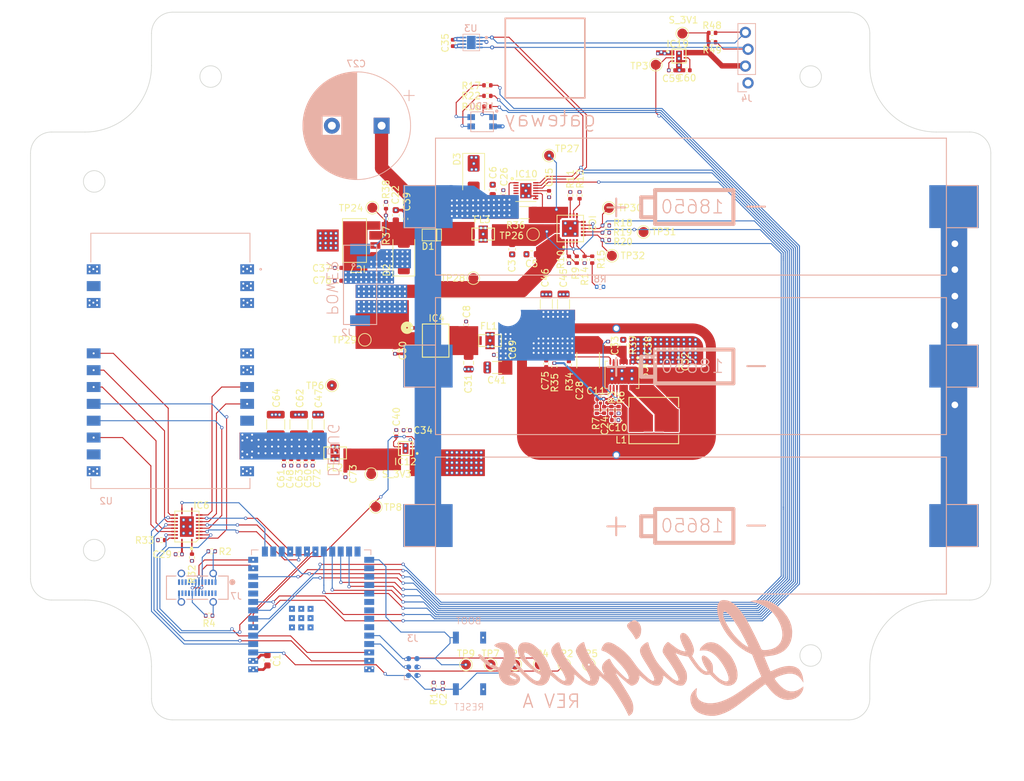
<source format=kicad_pcb>
(kicad_pcb (version 20241229) (generator "pcbnew") (generator_version "9.0")
  (layers (0 "F.Cu" signal) (4 "In1.Cu" signal) (6 "In2.Cu" signal) (8 "In3.Cu" signal) (10 "In4.Cu" signal) (2 "B.Cu" signal) (13 "F.Paste" user) (15 "B.Paste" user) (5 "F.SilkS" user "F.Silkscreen") (7 "B.SilkS" user "B.Silkscreen") (1 "F.Mask" user) (3 "B.Mask" user) (25 "Edge.Cuts" user))
  (net 0 "")
  (net 1 "GND")
  (net 2 "/Power Input/VBAT_IN")
  (net 3 "/Power Input/CHARGE_IN")
  (net 4 "/Power Input/VOUT_S1")
  (net 5 "/Power Input/VOUT_LIMITED")
  (net 6 "/MCU/3V3")
  (net 7 "Net-(C10-Pad2)")
  (net 8 "Net-(IC9-VC)")
  (net 9 "Net-(IC9-FB)")
  (net 10 "Net-(C24-Pad1)")
  (net 11 "Net-(IC10-REG)")
  (net 12 "/Voltage Regulator/VOUT_FILTERED")
  (net 13 "/Power Input/VOUT")
  (net 14 "/Power Input/PANEL_IN")
  (net 15 "Net-(IC12-CT)")
  (net 16 "/MCU/EN")
  (net 17 "Net-(IC19-CT)")
  (net 18 "/SCL")
  (net 19 "/MCU/DISP_3V3")
  (net 20 "/SDA")
  (net 21 "/Power Input/VBAT")
  (net 22 "Net-(IC2-2-VPCC)")
  (net 23 "/Radio/RADIO_3V3")
  (net 24 "Net-(IC2-13-PROG1)")
  (net 25 "Net-(IC2-5-THERM)")
  (net 26 "Net-(IC2-12-PROG3)")
  (net 27 "/FUEL")
  (net 28 "/MCU/RADIO_EN")
  (net 29 "Net-(IC7-ADJ)")
  (net 30 "/MCU/PG")
  (net 31 "/MCU/TX_DEBUG_O")
  (net 32 "/MCU/STAT2")
  (net 33 "/MCU/RX_DEBUG_O")
  (net 34 "/MCU/STAT1")
  (net 37 "Net-(IC6-2OE)")
  (net 38 "/Voltage Regulator/SW2")
  (net 39 "Net-(IC9-RUN)")
  (net 40 "/Voltage Regulator/SW1")
  (net 41 "Net-(IC9-RT)")
  (net 46 "/MCU/DISP_EN")
  (net 47 "Net-(LED0-R)")
  (net 48 "Net-(LED0-G)")
  (net 49 "Net-(LED0-B)")
  (net 50 "Net-(IC6-1OE)")
  (net 51 "Net-(R15-Pad2)")
  (net 52 "/MCU/LED0B")
  (net 53 "/MCU/LED0G")
  (net 54 "/MCU/LED0R")
  (net 55 "/MCU/P_TX")
  (net 56 "/MCU/IO0")
  (net 57 "/MCU/P_RX")
  (net 60 "/Radio/BUSY_MCU")
  (net 61 "/Radio/SCK_RADIO")
  (net 62 "/Radio/MOSI_MCU")
  (net 63 "/Radio/NSS_MCU")
  (net 64 "/MCU/USB_D-")
  (net 65 "Net-(J7-CC2)")
  (net 67 "/MCU/USB_D+")
  (net 70 "Net-(J7-CC1)")
  (net 72 "/Radio/TXEN_RADIO")
  (net 73 "/Radio/SCK_MCU")
  (net 74 "/Radio/RXEN_MCU")
  (net 75 "/Radio/MISO_RADIO")
  (net 82 "VCC")
  (net 86 "/Radio/NSS_RADIO")
  (net 87 "/Radio/RST_MCU")
  (net 88 "/Radio/TXEN_MCU")
  (net 89 "/Radio/MOSI_RADIO")
  (net 90 "/Radio/RXEN_RADIO")
  (net 91 "/Radio/MISO_MCU")
  (net 92 "/Radio/BUSY_RADIO")
  (net 93 "/Radio/RST_RADIO")
  (net 96 "Net-(C27-Pad1)")
  (net 97 "Net-(D2-A)")
  (footprint "Loriques:SON40P300X300X80-15T170X230N" (layer "F.Cu") (at 150.79075 78.56395)
    (property "Reference" "IC10")
    (property "Value" "MAX17263LETD+T")
  )
  (footprint "Resistor_SMD:R_0402_1005Metric" (layer "F.Cu") (at 100.44 133.88 -90)
    (property "Reference" "R32")
    (property "Value" "100k")
  )
  (footprint "Capacitor_SMD:C_0402_1005Metric" (layer "F.Cu") (at 117.5865 119.5435 -90)
    (property "Reference" "C50")
    (property "Value" "0.1uF")
  )
  (footprint "Loriques:NOTHING" (layer "F.Cu") (at 76.09075 158.36395)
    (property "Reference" "BATTERY0" (hide yes))
    (property "Value" "BULLET")
  )
  (footprint "Capacitor_SMD:C_1206_3216Metric" (layer "F.Cu") (at 146.445 105.22 180)
    (property "Reference" "C41")
    (property "Value" "10uF")
  )
  (footprint "Resistor_SMD:R_0402_1005Metric" (layer "F.Cu") (at 178.89075 54.76395 180)
    (property "Reference" "R48")
    (property "Value" "10k")
  )
  (footprint "Capacitor_SMD:C_0402_1005Metric" (layer "F.Cu") (at 122.47 90.2 180)
    (property "Reference" "C37")
    (property "Value" "1uF")
  )
  (footprint "Capacitor_SMD:C_0402_1005Metric" (layer "F.Cu") (at 147.39075 78.96395 90)
    (property "Reference" "C26")
    (property "Value" "0.1uF")
  )
  (footprint "TestPoint:TestPoint_Pad_D1.5mm" (layer "F.Cu") (at 127.64 81.12 -90)
    (property "Reference" "TP24")
    (property "Value" "TEST-POINT3X5")
  )
  (footprint "Resistor_SMD:R_0402_1005Metric" (layer "F.Cu") (at 178.89075 56.16395 180)
    (property "Reference" "R49")
    (property "Value" "10k")
  )
  (footprint "Resistor_SMD:R_0402_1005Metric" (layer "F.Cu") (at 163.68305 111.6238 -90)
    (property "Reference" "R3")
    (property "Value" "6.49k")
  )
  (footprint "Resistor_SMD:R_0402_1005Metric" (layer "F.Cu") (at 162.84 85.99)
    (property "Reference" "R20")
    (property "Value" "10k")
  )
  (footprint "TestPoint:TestPoint_Pad_D1.5mm" (layer "F.Cu") (at 163.77 88.37)
    (property "Reference" "TP32")
    (property "Value" "TEST-POINT3X5")
  )
  (footprint "Capacitor_SMD:C_0402_1005Metric" (layer "F.Cu") (at 131.06 102.68 -90)
    (property "Reference" "C30")
    (property "Value" "0.1uF")
  )
  (footprint "Capacitor_SMD:C_0402_1005Metric" (layer "F.Cu") (at 154.29075 79.06395 -90)
    (property "Reference" "C25")
    (property "Value" "0.47uF")
  )
  (footprint "Resistor_SMD:R_0402_1005Metric" (layer "F.Cu") (at 129.7 80.76 -90)
    (property "Reference" "R38")
    (property "Value" "330")
  )
  (footprint "Capacitor_SMD:C_0603_1608Metric" (layer "F.Cu") (at 131.18 82.265 90)
    (property "Reference" "C22")
    (property "Value" "10uF")
  )
  (footprint "Capacitor_SMD:C_0402_1005Metric" (layer "F.Cu") (at 122.46 92.14 180)
    (property "Reference" "C76")
    (property "Value" "1nF")
  )
  (footprint "Capacitor_SMD:C_0402_1005Metric" (layer "F.Cu") (at 172.83 60.4)
    (property "Reference" "C59")
    (property "Value" "1uF")
  )
  (footprint "TestPoint:TestPoint_Pad_D1.5mm" (layer "F.Cu") (at 127.47 121.3)
    (property "Reference" "S_3V3")
    (property "Value" "TEST-POINT3X5")
  )
  (footprint "Capacitor_SMD:C_1210_3225Metric" (layer "F.Cu") (at 113.07 113.805 90)
    (property "Reference" "C64")
    (property "Value" "220uF")
  )
  (footprint "Diode_SMD:D_SMA" (layer "F.Cu") (at 132.39 87.92 90)
    (property "Reference" "D2")
    (property "Value" "SMAJ5.0A")
  )
  (footprint "Capacitor_SMD:C_0402_1005Metric" (layer "F.Cu") (at 146.445 103.32 180)
    (property "Reference" "C69")
    (property "Value" "1nF")
  )
  (footprint "TestPoint:TestPoint_Pad_D1.5mm" (layer "F.Cu") (at 163.32 81.16)
    (property "Reference" "TP30")
    (property "Value" "TEST-POINT3X5")
  )
  (footprint "Loriques:MS288-10F" (layer "F.Cu") (at 150.1838 118.4238)
    (property "Reference" "S1" (hide yes))
    (property "Value" "MS288-10F" (hide yes))
  )
  (footprint "TestPoint:TestPoint_Pad_D1.5mm" (layer "F.Cu") (at 152.884 150.03)
    (property "Reference" "TP4")
    (property "Value" "TestPoint")
  )
  (footprint "Loriques:QFN20-ML_4X4MM" (layer "F.Cu") (at 157.49075 84.26395 -90)
    (property "Reference" "IC2")
    (property "Value" "MCP73871")
  )
  (footprint "Resistor_SMD:R_0402_1005Metric" (layer "F.Cu") (at 164.7838 111.6238 -90)
    (property "Reference" "R6")
    (property "Value" "825k")
  )
  (footprint "TestPoint:TestPoint_Pad_D1.5mm" (layer "F.Cu") (at 145.468 150.03)
    (property "Reference" "TP7")
    (property "Value" "TestPoint")
  )
  (footprint "Capacitor_SMD:C_1210_3225Metric" (layer "F.Cu") (at 116.57 113.805 90)
    (property "Reference" "C62")
    (property "Value" "220uF")
  )
  (footprint "Resistor_SMD:R_0402_1005Metric" (layer "F.Cu") (at 129.69 82.8 -90)
    (property "Reference" "R37")
    (property "Value" "1.1k")
  )
  (footprint "Resistor_SMD:R_0402_1005Metric" (layer "F.Cu") (at 157.49075 79.26395 -90)
    (property "Reference" "R11")
    (property "Value" "1k")
  )
  (footprint "Capacitor_SMD:C_0402_1005Metric" (layer "F.Cu") (at 162.03305 109.96985)
    (property "Reference" "C11")
    (property "Value" "10pF C0G")
  )
  (footprint "Diode_SMD:D_SMA" (layer "F.Cu") (at 142.92 76.44 -90)
    (property "Reference" "D3")
    (property "Value" "SMAJ5.0A")
  )
  (footprint "TestPoint:TestPoint_Pad_D1.5mm" (layer "F.Cu") (at 121.54 107.92 90)
    (property "Reference" "TP6")
    (property "Value" "TEST-POINT3X5")
  )
  (footprint "Loriques:WSON8" (layer "F.Cu") (at 132.6435 117.44 180)
    (property "Reference" "IC12")
    (property "Value" "TPS22975")
  )
  (footprint "Capacitor_SMD:C_0402_1005Metric" (layer "F.Cu") (at 162.59305 111.6238 90)
    (property "Reference" "C24")
    (property "Value" "680pF C0G")
  )
  (footprint "Resistor_SMD:R_0402_1005Metric" (layer "F.Cu") (at 162.85 84.9)
    (property "Reference" "R19")
    (property "Value" "10k")
  )
  (footprint "Resistor_SMD:R_0402_1005Metric" (layer "F.Cu") (at 157.2838 104.8238 90)
    (property "Reference" "R34")
    (property "Value" "182k")
  )
  (footprint "Capacitor_SMD:C_0402_1005Metric" (layer "F.Cu") (at 132.63 82.81 90)
    (property "Reference" "C39")
    (property "Value" "1uF")
  )
  (footprint "Capacitor_SMD:C_0603_1608Metric" (layer "F.Cu") (at 145.79 78.44 90)
    (property "Reference" "C6")
    (property "Value" "10uF")
  )
  (footprint "TestPoint:TestPoint_Pad_D1.5mm" (layer "F.Cu") (at 168.54 84.79)
    (property "Reference" "TP31")
    (property "Value" "TEST-POINT3X5")
  )
  (footprint "Loriques:NOTHING" (layer "F.Cu") (at 174.75 166.57)
    (property "Reference" "COVER0" (hide yes))
    (property "Value" "BULLET")
  )
  (footprint "Capacitor_SMD:C_0402_1005Metric" (layer "F.Cu") (at 141.78 98.77 90)
    (property "Reference" "C8")
    (property "Value" "0.1uF")
  )
  (footprint "TestPoint:TestPoint_Pad_D1.5mm" (layer "F.Cu") (at 128.17 126.24)
    (property "Reference" "TP8")
    (property "Value" "TEST-POINT3X5")
  )
  (footprint "Resistor_SMD:R_0402_1005Metric" (layer "F.Cu") (at 158.89075 79.26395 -90)
    (property "Reference" "R12")
    (property "Value" "100k")
  )
  (footprint "Capacitor_SMD:C_0402_1005Metric" (layer "F.Cu") (at 164.25305 113.15985 180)
    (property "Reference" "C10")
    (property "Value" "47pF C0G")
  )
  (footprint "Resistor_SMD:R_0402_1005Metric" (layer "F.Cu") (at 163.1838 101.8238 -90)
    (property "Reference" "R39")
    (property "Value" "1M")
  )
  (footprint "Capacitor_SMD:C_1812_4532Metric" (layer "F.Cu") (at 160.1838 104.1238 -90)
    (property "Reference" "C28")
    (property "Value" "47uF 10V")
  )
  (footprint "Resistor_SMD:R_0402_1005Metric" (layer "F.Cu") (at 95.82 131.25 180)
    (property "Reference" "R33")
    (property "Value" "100k")
  )
  (footprint "TestPoint:TestPoint_Pad_D1.5mm" (layer "F.Cu") (at 170.39075 59.56395 180)
    (property "Reference" "TP3")
    (property "Value" "TEST-POINT3X5")
  )
  (footprint "Loriques:R-PDSO-G8_NOPAD" (layer "F.Cu") (at 137.19075 101.16395 -90)
    (property "Reference" "IC4")
    (property "Value" "TPS2013A")
  )
  (footprint "Resistor_SMD:R_0402_1005Metric" (layer "F.Cu") (at 144.99075 62.66395 180)
    (property "Reference" "R17")
    (property "Value" "22")
  )
  (footprint "Resistor_SMD:R_0402_1005Metric" (layer "F.Cu") (at 160.8 88.96 -90)
    (property "Reference" "R15")
    (property "Value" "1.54k")
  )
  (footprint "Capacitor_SMD:C_0402_1005Metric" (layer "F.Cu") (at 116.4965 119.5435 -90)
    (property "Reference" "C63")
    (property "Value" "0.1uF")
  )
  (footprint "Resistor_SMD:R_0402_1005Metric" (layer "F.Cu") (at 162.86 83.81)
    (property "Reference" "R18")
    (property "Value" "10k")
  )
  (footprint "TestPoint:TestPoint_Pad_D1.5mm" (layer "F.Cu") (at 149.176 150.03)
    (property "Reference" "TP1")
    (property "Value" "TestPoint")
  )
  (footprint "Capacitor_SMD:C_0402_1005Metric" (layer "F.Cu") (at 114.306507 119.5435 -90)
    (property "Reference" "C61")
    (property "Value" "1uF")
  )
  (footprint "Capacitor_SMD:C_0603_1608Metric" (layer "F.Cu") (at 111.82 149.385 -90)
    (property "Reference" "C1")
    (property "Value" "10uF")
  )
  (footprint "Loriques:WSON8" (layer "F.Cu") (at 173.89075 58.26395)
    (property "Reference" "IC19")
    (property "Value" "TPS22975")
  )
  (footprint "Loriques:R-PVQFN-N20" (layer "F.Cu") (at 99.675 129.215 -90)
    (property "Reference" "IC6")
    (property "Value" "SN74LVC244A")
  )
  (footprint "TestPoint:TestPoint_Pad_D1.5mm" (layer "F.Cu") (at 142.88 91.75)
    (property "Reference" "TP28")
    (property "Value" "TEST-POINT3X5")
  )
  (footprint "Resistor_SMD:R_1206_3216Metric" (layer "F.Cu") (at 150.59075 81.86395)
    (property "Reference" "R36")
    (property "Value" "10m 0.5%")
  )
  (footprint "Resistor_SMD:R_0402_1005Metric" (layer "F.Cu") (at 155.08305 105.07985 90)
    (property "Reference" "R35")
    (property "Value" "182k")
  )
  (footprint "Capacitor_SMD:C_0603_1608Metric" (layer "F.Cu") (at 165.4838 101.8238 90)
    (property "Reference" "C33")
    (property "Value" "1uF")
  )
  (footprint "TestPoint:TestPoint_Pad_D1.5mm" (layer "F.Cu") (at 174.39075 54.86395 180)
    (property "Reference" "S_3V1")
    (property "Value" "TEST-POINT3X5")
  )
  (footprint "Loriques:YFF31HC2A104MT000N" (layer "F.Cu") (at 145.39075 101.16395)
    (property "Reference" "FL1")
    (property "Value" "YFF31HC2A104MT000N")
  )
  (footprint "Capacitor_SMD:C_0402_1005Metric" (layer "F.Cu") (at 138.27 153.26 90)
    (property "Reference" "C2")
    (property "Value" "12pF")
  )
  (footprint "Loriques:IND_IHLP-2525CZ_VIS" (layer "F.Cu") (at 170.0838 113.2238)
    (property "Reference" "L1")
    (property "Value" "2.2uH")
  )
  (footprint "Capacitor_SMD:C_0402_1005Metric" (layer "F.Cu") (at 131.2435 115.14 90)
    (property "Reference" "C40")
    (property "Value" "1nF")
  )
  (footprint "Loriques:SOT-223-5" (layer "F.Cu") (at 124.95 86.07 90)
    (property "Reference" "IC7")
    (property "Value" "LP38691-ADJ")
  )
  (footprint "Capacitor_SMD:C_0402_1005Metric" (layer "F.Cu") (at 115.4065 119.5435 -90)
    (property "Reference" "C48")
    (property "Value" "0.1uF")
  )
  (footprint "Resistor_SMD:R_0402_1005Metric" (layer "F.Cu") (at 157.3 88.98 90)
    (property "Reference" "R10")
    (property "Value" "113k")
  )
  (footprint "Capacitor_SMD:C_0402_1005Metric" (layer "F.Cu") (at 175.04 60.4 180)
    (property "Reference" "C60")
    (property "Value" "1nF")
  )
  (footprint "TestPoint:TestPoint_Pad_D1.5mm" (layer "F.Cu") (at 160.3 150.03)
    (property "Reference" "TP5")
    (property "Value" "TestPoint")
  )
  (footprint "Capacitor_SMD:C_0603_1608Metric" (layer "F.Cu") (at 148.73 87.39 -90)
    (property "Reference" "C3")
    (property "Value" "10uF")
  )
  (footprint "Resistor_SMD:R_0402_1005Metric" (layer "F.Cu") (at 144.99075 65.86395)
    (property "Reference" "R22")
    (property "Value" "270")
  )
  (footprint "Resistor_SMD:R_0402_1005Metric" (layer "F.Cu") (at 103.02 142.66 180)
    (property "Reference" "R4")
    (property "Value" "5.1k")
  )
  (footprint "Capacitor_SMD:C_0402_1005Metric" (layer "F.Cu") (at 98.45 133.39 180)
    (property "Reference" "C29")
    (property "Value" "0.1uF")
  )
  (footprint "TestPoint:TestPoint_Pad_D1.5mm" (layer "F.Cu") (at 141.76 150.03)
    (property "Reference" "TP9")
    (property "Value" "TestPoint")
  )
  (footprint "Resistor_SMD:R_0402_1005Metric" (layer "F.Cu") (at 144.99075 64.26395 180)
    (property "Reference" "R16")
    (property "Value" "22")
  )
  (footprint "Capacitor_SMD:C_0402_1005Metric" (layer "F.Cu") (at 139.79 56.28 90)
    (property "Reference" "C35")
    (property "Value" "0.1uF")
  )
  (footprint "Capacitor_SMD:C_1206_3216Metric" (layer "F.Cu") (at 119.47 113.805 90)
    (property "Reference" "C47")
    (property "Value" "10uF")
  )
  (footprint "Loriques:SON50P400X500X80-17T244X434N" (layer "F.Cu") (at 165.2838 106.3238 -90)
    (property "Reference" "IC9")
    (property "Value" "LTC3113")
  )
  (footprint "Capacitor_SMD:C_1812_4532Metric" (layer "F.Cu") (at 172.19305 104.32985 -90)
    (property "Reference" "C32")
    (property "Value" "100uF 6.3V")
  )
  (footprint "Capacitor_SMD:C_0402_1005Metric" (layer "F.Cu") (at 153.86305 104.65985 -90)
    (property "Reference" "C75")
    (property "Value" "1nF")
  )
  (footprint "Resistor_SMD:R_0402_1005Metric" (layer "F.Cu") (at 103.42 132.94 180)
    (property "Reference" "R2")
    (property "Value" "5.1k")
  )
  (footprint "Resistor_SMD:R_0402_1005Metric" (layer "F.Cu") (at 161.49305 111.6238 90)
    (property "Reference" "R7")
    (property "Value" "49.9k")
  )
  (footprint "Resistor_SMD:R_0402_1005Metric" (layer "F.Cu") (at 136.9 153.25 90)
    (property "Reference" "R1")
    (property "Value" "10k")
  )
  (footprint "Capacitor_SMD:C_0402_1005Metric" (layer "F.Cu") (at 123.58 121.29 -90)
    (property "Reference" "C73")
    (property "Value" "1nF")
  )
  (footprint "TestPoint:TestPoint_Pad_D1.5mm" (layer "F.Cu") (at 151.88 85.13)
    (property "Reference" "TP26")
    (property "Value" "TEST-POINT3X5")
  )
  (footprint "Loriques:SOD−123FL" (layer "F.Cu") (at 136.61 85.24 180)
    (property "Reference" "D1")
    (property "Value" "MBR120VLSF")
  )
  (footprint "Loriques:YFF31HC2A104MT000N" (layer "F.Cu") (at 144.35925 85.10605)
    (property "Reference" "FL3")
    (property "Value" "YFF31HC2A104MT000N")
  )
  (footprint "Capacitor_SMD:C_1206_3216Metric" (layer "F.Cu") (at 153.88 95.675 90)
    (property "Reference" "C46")
    (property "Value" "10uF")
  )
  (footprint "Resistor_SMD:R_0402_1005Metric" (layer "F.Cu") (at 159.65 88.97 90)
    (property "Reference" "R14")
    (property "Value" "69.8k")
  )
  (footprint "TestPoint:TestPoint_Pad_D1.5mm" (layer "F.Cu") (at 126.51 101.05)
    (property "Reference" "TP29")
    (property "Value" "TEST-POINT3X5")
  )
  (footprint "Capacitor_SMD:C_0402_1005Metric" (layer "F.Cu") (at 118.65 119.54 -90)
    (property "Reference" "C72")
    (property "Value" "1nF")
  )
  (footprint "Capacitor_SMD:C_0603_1608Metric" (layer "F.Cu") (at 151.66 88.14 180)
    (property "Reference" "C5")
    (property "Value" "10uF")
  )
  (footprint "Loriques:YFF31HC2A104MT000N" (layer "F.Cu") (at 122.03 118.11 180)
    (property "Reference" "FL2")
    (property "Value" "YFF31HC2A104MT000N")
  )
  (footprint "Capacitor_SMD:C_0402_1005Metric" (layer "F.Cu") (at 132.82745 114.68925 180)
    (property "Reference" "C34")
    (property "Value" "1uF")
  )
  (footprint "Capacitor_SMD:C_1206_3216Metric" (layer "F.Cu") (at 156.48 95.675 90)
    (property "Reference" "C45")
    (property "Value" "10uF")
  )
  (footprint "TestPoint:TestPoint_Pad_D1.5mm" (layer "F.Cu") (at 156.592 150.03)
    (property "Reference" "TP2")
    (property "Value" "TestPoint")
  )
  (footprint "Capacitor_SMD:C_0603_1608Metric" (layer "F.Cu") (at 169.26305 104.9238 -90)
    (property "Reference" "C38")
    (property "Value" "1uF")
  )
  (footprint "Capacitor_SMD:C_0805_2012Metric" (layer "F.Cu") (at 142.16075 104.52395 -90)
    (property "Reference" "C31")
    (property "Value" "22uF")
  )
  (footprint "Resistor_SMD:R_0402_1005Metric" (layer "F.Cu") (at 158.48 88.97 90)
    (property "Reference" "R9")
    (property "Value" "330k")
  )
  (footprint "TestPoint:TestPoint_Pad_D1.5mm" (layer "F.Cu") (at 154.29075 73.26)
    (property "Reference" "TP27")
    (property "Value" "TEST-POINT3X5")
  )
  (footprint "Loriques:1042" (layer "B.Cu") (at 175.69075 80.96395 180)
    (property "Reference" "B1" (hide yes))
    (property "Value" "18650_1042")
  )
  (footprint "Loriques:1042" (layer "B.Cu") (at 175.69075 129.06395 180)
    (property "Reference" "B3" (hide yes))
    (property "Value" "18650_1042")
  )
  (footprint "Loriques:loriques_logo" (layer "B.Cu") (at 170.24 149.7 180)
    (property "Reference" "G***" (hide yes))
    (property "Value" "LOGO" (hide yes))
  )
  (footprint "Loriques:CONN_12402032E202A_AMP" (layer "B.Cu") (at 101.24 138.43 180)
    (property "Reference" "J7")
    (property "Value" "USB_C_Receptacle_USB2.0")
  )
  (footprint "Loriques:PinHeader_1x04_P2.54mm_Vertical_shifted" (layer "B.Cu") (at 184.1 62.31)
    (property "Reference" "J4")
    (property "Value" "Conn_01x04")
  )
  (footprint "Capacitor_THT:CP_Radial_D16.0mm_P7.50mm" (layer "B.Cu") (at 129.04 68.76 180)
    (property "Reference" "C27")
    (property "Value" "4700uF")
  )
  (footprint "Loriques:PLCC140P350X320X210-4" (layer "B.Cu") (at 144.19075 68.16395 180)
    (property "Reference" "LED0")
    (property "Value" "CLV1L-FKB")
  )
  (footprint "Connector:Tag-Connect_TC2030-IDC-NL_2x03_P1.27mm_Vertical" (layer "B.Cu") (at 133.734 150.4 90)
    (property "Reference" "J3")
    (property "Value" "TC2030-IDC")
  )
  (footprint "Loriques:1042" (layer "B.Cu") (at 175.69075 105.01395 180)
    (property "Reference" "B2" (hide yes))
    (property "Value" "18650_1042")
  )
  (footprint "Loriques:E22-900M30S" (layer "B.Cu") (at 97.185 104.23)
    (property "Reference" "U2")
    (property "Value" "E22-900M30S")
  )
  (footprint "Loriques:SW_CS1213AGF260_CRS" (layer "B.Cu") (at 142.29 153.75 180)
    (property "Reference" "SW1" (hide yes))
    (property "Value" "SWITCH-SPST")
  )
  (footprint "Loriques:SW_CS1213AGF260_CRS" (layer "B.Cu") (at 142.3 145.96)
    (property "Reference" "SW2" (hide yes))
    (property "Value" "SWITCH-SPST")
  )
  (footprint "Loriques:ESP32-S3-WROOM-1" (layer "B.Cu") (at 118.42 142.48)
    (property "Reference" "U1" (hide yes))
    (property "Value" "ESP32-S3-WROOM-1")
  )
  (footprint "Loriques:JST-PH-4-SMT" (layer "B.Cu") (at 123.29075 92.76395 90)
    (property "Reference" "J2")
    (property "Value" "JST_4PIN" (hide yes))
  )
  (footprint "Loriques:DEF0008A-IPC_A" (layer "B.Cu") (at 142.564468 56.209999 180)
    (property "Reference" "U3")
    (property "Value" "HDC3020DEFR")
  )
  (footprint "Resistor_SMD:R_0402_1005Metric" (layer "B.Cu") (at 161.99075 93.06395 180)
    (property "Reference" "R8")
    (property "Value" "10k NTC")
  )
  (gr_line (start 159.69075 64.56395) (end 147.69075 64.56395) (stroke (width 0.254)) (layer "B.SilkS"))
  (gr_line (start 159.69075 52.56395) (end 159.69075 64.56395) (stroke (width 0.254)) (layer "B.SilkS"))
  (gr_line (start 147.69075 64.56395) (end 147.69075 52.56395) (stroke (width 0.254)) (layer "B.SilkS"))
  (gr_line (start 147.69075 52.56395) (end 159.69075 52.56395) (stroke (width 0.254)) (layer "B.SilkS"))
  (gr_arc (start 202.66425 150.32745) (mid 205.602848 143.233048) (end 212.69725 140.29445) (stroke (width 0.1)) (layer "Edge.Cuts"))
  (gr_line (start 94.33795 150.32745) (end 94.33795 155.18895) (stroke (width 0.1)) (layer "Edge.Cuts"))
  (gr_line (start 94.33795 54.81825) (end 94.33795 59.67975) (stroke (width 0.1)) (layer "Edge.Cuts"))
  (gr_circle (center 193.744834 61.347366) (end 195.369834 61.347366) (stroke (width 0.1)) (fill no) (layer "Edge.Cuts"))
  (gr_line (start 97.51295 158.36395) (end 199.48925 158.36395) (stroke (width 0.1)) (layer "Edge.Cuts"))
  (gr_circle (center 85.69075 132.76395) (end 87.31575 132.76395) (stroke (width 0.1)) (fill no) (layer "Edge.Cuts"))
  (gr_line (start 212.69725 140.29445) (end 217.73645 140.29445) (stroke (width 0.1)) (layer "Edge.Cuts"))
  (gr_line (start 220.91145 137.11945) (end 220.91145 72.88785) (stroke (width 0.1)) (layer "Edge.Cuts"))
  (gr_line (start 202.66425 155.18895) (end 202.66425 150.32745) (stroke (width 0.1)) (layer "Edge.Cuts"))
  (gr_circle (center 85.69075 77.16395) (end 87.31575 77.16395) (stroke (width 0.1)) (fill no) (layer "Edge.Cuts"))
  (gr_arc (start 94.33795 59.67975) (mid 91.399323 66.774224) (end 84.304849 69.712851) (stroke (width 0.1)) (layer "Edge.Cuts"))
  (gr_arc (start 97.51295 158.36395) (mid 95.267886 157.434014) (end 94.33795 155.18895) (stroke (width 0.1)) (layer "Edge.Cuts"))
  (gr_line (start 79.26575 140.29445) (end 84.30485 140.29445) (stroke (width 0.1)) (layer "Edge.Cuts"))
  (gr_line (start 84.30485 69.71285) (end 79.26575 69.71285) (stroke (width 0.1)) (layer "Edge.Cuts"))
  (gr_arc (start 202.66425 155.18895) (mid 201.734314 157.434014) (end 199.48925 158.36395) (stroke (width 0.1)) (layer "Edge.Cuts"))
  (gr_arc (start 76.09075 72.88785) (mid 77.020686 70.642786) (end 79.26575 69.71285) (stroke (width 0.1)) (layer "Edge.Cuts"))
  (gr_line (start 76.09075 72.88785) (end 76.09075 137.11945) (stroke (width 0.1)) (layer "Edge.Cuts"))
  (gr_arc (start 212.69725 69.71285) (mid 205.602827 66.774202) (end 202.66425 59.67975) (stroke (width 0.1)) (layer "Edge.Cuts"))
  (gr_arc (start 217.73645 69.71285) (mid 219.981514 70.642786) (end 220.91145 72.88785) (stroke (width 0.1)) (layer "Edge.Cuts"))
  (gr_arc (start 220.91145 137.11945) (mid 219.981514 139.364514) (end 217.73645 140.29445) (stroke (width 0.1)) (layer "Edge.Cuts"))
  (gr_circle (center 103.257334 61.347366) (end 104.882334 61.347366) (stroke (width 0.1)) (fill no) (layer "Edge.Cuts"))
  (gr_arc (start 199.48925 51.64325) (mid 201.734314 52.573186) (end 202.66425 54.81825) (stroke (width 0.1)) (layer "Edge.Cuts"))
  (gr_line (start 199.48925 51.64325) (end 97.51295 51.64325) (stroke (width 0.1)) (layer "Edge.Cuts"))
  (gr_line (start 202.66425 59.67975) (end 202.66425 54.81825) (stroke (width 0.1)) (layer "Edge.Cuts"))
  (gr_circle (center 193.744834 148.659866) (end 195.369834 148.659866) (stroke (width 0.1)) (fill no) (layer "Edge.Cuts"))
  (gr_arc (start 94.33795 54.81825) (mid 95.267886 52.573186) (end 97.51295 51.64325) (stroke (width 0.1)) (layer "Edge.Cuts"))
  (gr_arc (start 84.30485 140.29445) (mid 91.399303 143.233028) (end 94.33795 150.327452) (stroke (width 0.1)) (layer "Edge.Cuts"))
  (gr_arc (start 79.26575 140.29445) (mid 77.020686 139.364514) (end 76.09075 137.11945) (stroke (width 0.1)) (layer "Edge.Cuts"))
  (gr_line (start 217.73645 69.71285) (end 212.69725 69.71285) (stroke (width 0.1)) (layer "Edge.Cuts"))
  (gr_text "REV A" (at 159.17 156.73 0) (layer "B.SilkS") (effects (font (size 2 2) (thickness 0.2)) (justify left bottom mirror)))
  (gr_text "DEBUG" (at 122.69075 121.864424 -90) (layer "B.SilkS") (effects (font (size 1.63576 1.63576) (thickness 0.14224)) (justify left top mirror)))
  (gr_text "RESET" (at 144.57 157.03 0) (layer "B.SilkS") (effects (font (size 1 1) (thickness 0.1)) (justify left bottom mirror)))
  (gr_text "POWER" (at 122.49075 97.498104 -90) (layer "B.SilkS") (effects (font (size 1.63576 1.63576) (thickness 0.14224)) (justify left top mirror)))
  (gr_text "gateway" (at 161.55 69.08 0) (layer "B.SilkS") (effects (font (size 2.3368 2.3368) (thickness 0.2032)) (justify left bottom mirror)))
  (gr_text "BOOT" (at 144.16 144.02 0) (layer "B.SilkS") (effects (font (size 1 1) (thickness 0.1)) (justify left bottom mirror)))
  (segment (start 156.48 94.275) (end 156.48 94.2) (width 0.4064) (layer "F.Cu") (net 1))
  (segment (start 116.57 112.405) (end 116.57 112.33) (width 0.8128) (layer "F.Cu") (net 1))
  (segment (start 164.0338 105.4738) (end 163.7838 105.7238) (width 0.3048) (layer "F.Cu") (net 1))
  (segment (start 100.425 126.865) (end 100.425 127.965) (width 0.1524) (layer "F.Cu") (net 1))
  (segment (start 111.82 150.16) (end 111.2 150.78) (width 0.4) (layer "F.Cu") (net 1))
  (segment (start 138.244474 152.78) (end 138.237181 152.772707) (width 0.1524) (layer "F.Cu") (net 1))
  (segment (start 145.468 150.03) (end 145.5 150.03) (width 0.1524) (layer "F.Cu") (net 1))
  (segment (start 152.27535 79.76395) (end 152.27535 79.36395) (width 0.2032) (layer "F.Cu") (net 1))
  (segment (start 152.27535 79.36395) (end 151.19075 79.36395) (width 0.2032) (layer "F.Cu") (net 1))
  (segment (start 158.49075 82.29895) (end 158.49075 83.26395) (width 0.1524) (layer "F.Cu") (net 1))
  (segment (start 145.045 105.22) (end 144.97 105.22) (width 0.4064) (layer "F.Cu") (net 1))
  (segment (start 132.3447 103.16) (end 131.06 103.16) (width 0.4064) (layer "F.Cu") (net 1))
  (segment (start 150.79075 78.96395) (end 150.79075 78.56395) (width 0.1524) (layer "F.Cu") (net 1))
  (segment (start 159.45575 83.26395) (end 158.49075 83.26395) (width 0.1524) (layer "F.Cu") (net 1))
  (segment (start 100.425 127.965) (end 100.175 128.215) (width 0.1524) (layer "F.Cu") (net 1))
  (segment (start 133.61835 99.26) (end 133.6194 99.25895) (width 0.4064) (layer "F.Cu") (net 1))
  (segment (start 132.63 82.33) (end 132.63 81.97) (width 0.4) (layer "F.Cu") (net 1))
  (segment (start 164.5338 104.3892) (end 164.5338 105.6738) (width 0.3048) (layer "F.Cu") (net 1))
  (segment (start 110.38 150.78) (end 110.16 150.56) (width 0.4) (layer "F.Cu") (net 1))
  (segment (start 134.4697 103.09) (end 134.49075 103.06895) (width 0.4064) (layer "F.Cu") (net 1))
  (segment (start 165.4838 101.0488) (end 165.4838 100.9738) (width 0.1524) (layer "F.Cu") (net 1))
  (segment (start 164.4838 105.7238) (end 165.2838 105.7238) (width 0.3048) (layer "F.Cu") (net 1))
  (segment (start 157.59075 84.26395) (end 157.49075 84.26395) (width 0.1524) (layer "F.Cu") (net 1))
  (segment (start 98.925 128.965) (end 99.175 129.215) (width 0.1524) (layer "F.Cu") (net 1))
  (segment (start 132.32 116.69) (end 132.63 117) (width 0.1524) (layer "F.Cu") (net 1))
  (segment (start 142.16075 105.42395) (end 142.16075 105.47395) (width 0.4064) (layer "F.Cu") (net 1))
  (segment (start 153.88 94.2) (end 153.88 94.275) (width 0.4064) (layer "F.Cu") (net 1))
  (segment (start 164.0338 104.3892) (end 164.0338 105.4738) (width 0.3048) (layer "F.Cu") (net 1))
  (segment (start 148.73 88.165) (end 148.73 88.24) (width 0.4064) (layer "F.Cu") (net 1))
  (segment (start 132.4147 103.09) (end 132.3447 103.16) (width 0.4064) (layer "F.Cu") (net 1))
  (segment (start 111.2 150.78) (end 110.38 150.78) (width 0.4) (layer "F.Cu") (net 1))
  (segment (start 151.19075 79.36395) (end 150.79075 78.96395) (width 0.1524) (layer "F.Cu") (net 1))
  (segment (start 158.49075 83.26395) (end 158.49075 83.36395) (width 0.1524) (layer "F.Cu") (net 1))
  (segment (start 138.27 152.78) (end 138.244474 152.78) (width 0.1524) (layer "F.Cu") (net 1))
  (segment (start 113.07 112.405) (end 113.07 112.33) (width 0.8128) (layer "F.Cu") (net 1))
  (segment (start 145.5 150.03) (end 145.51 150.02) (width 0.1524) (layer "F.Cu") (net 1))
  (segment (start 98.925 129.965) (end 99.175 130.215) (width 0.1524) (layer "F.Cu") (net 1))
  (segment (start 133.6194 99.25895) (end 134.49075 99.25895) (width 0.4064) (layer "F.Cu") (net 1))
  (segment (start 164.5338 105.6738) (end 164.4838 105.7238) (width 0.3048) (layer "F.Cu") (net 1))
  (segment (start 132.15 81.49) (end 131.18 81.49) (width 0.4) (layer "F.Cu") (net 1))
  (segment (start 150.885 88.14) (end 150.81 88.14) (width 0.4064) (layer "F.Cu") (net 1))
  (segment (start 131.6935 116.69) (end 132.32 116.69) (width 0.1524) (layer "F.Cu") (net 1))
  (segment (start 174.84075 59.01395) (end 174.27605 59.01395) (width 0.3) (layer "F.Cu") (net 1))
  (segment (start 174.27605 59.01395) (end 174.17 59.12) (width 0.3) (layer "F.Cu") (net 1))
  (segment (start 119.47 112.33) (end 119.47 112.405) (width 0.8128) (layer "F.Cu") (net 1))
  (segment (start 132.63 81.97) (end 132.15 81.49) (width 0.4) (layer "F.Cu") (net 1))
  (segment (start 132.4147 103.09) (end 134.4697 103.09) (width 0.4064) (layer "F.Cu") (net 1))
  (via (at 109.34 105.23) (size 0.5) (drill 0.3) (layers "F.Cu" "B.Cu") (net 1))
  (via (at 108.18 93.3) (size 0.5) (drill 0.3) (layers "F.Cu" "B.Cu") (net 1))
  (via (at 150.36 79.35) (size 0.5) (drill 0.3) (layers "F.Cu" "B.Cu") (net 1))
  (via (at 116.57 112.33) (size 0.5) (drill 0.3) (layers "F.Cu" "B.Cu") (net 1))
  (via (at 121.71 117.2) (size 0.5) (drill 0.3) (layers "F.Cu" "B.Cu") (net 1))
  (via (at 130.59 88.47) (size 0.5) (drill 0.3) (layers "F.Cu" "B.Cu") (net 1))
  (via (at 158.21 83.45) (size 0.5) (drill 0.3) (layers "F.Cu" "B.Cu") (net 1))
  (via (at 84.99 90.77) (size 0.5) (drill 0.3) (layers "F.Cu" "B.Cu") (net 1))
  (via (at 140.16 55.71) (size 0.6) (drill 0.3) (layers "F.Cu" "B.Cu") (net 1))
  (via (at 85.58 120.87) (size 0.5) (drill 0.3) (layers "F.Cu" "B.Cu") (net 1))
  (via (at 115.4065 120.0235) (size 0.5) (drill 0.3) (layers "F.Cu" "B.Cu") (net 1))
  (via (at 117.5865 120.0235) (size 0.5) (drill 0.3) (layers "F.Cu" "B.Cu") (net 1))
  (via (at 109.22 150.56) (size 0.5) (drill 0.3) (layers "F.Cu" "B.Cu") (net 1))
  (via (at 103.93 132.94) (size 0.5) (drill 0.3) (layers "F.Cu" "B.Cu") (net 1))
  (via (at 129.84 88.47) (size 0.5) (drill 0.3) (layers "F.Cu" "B.Cu") (net 1))
  (via (at 108.13 120.51) (size 0.5) (drill 0.3) (layers "F.Cu" "B.Cu") (net 1))
  (via (at 115.51 143.01) (size 0.5) (drill 0.3) (layers "F.Cu" "B.Cu") (net 1))
  (via (at 85 120.53) (size 0.5) (drill 0.3) (layers "F.Cu" "B.Cu") (net 1))
  (via (at 127.48 90) (size 0.5) (drill 0.3) (layers "F.Cu" "B.Cu") (net 1))
  (via (at 142.64 75.36) (size 0.5) (drill 0.3) (layers "F.Cu" "B.Cu") (net 1))
  (via (at 119.79 86.47) (size 0.5) (drill 0.3) (layers "F.Cu" "B.Cu") (net 1))
  (via (at 120.61 84.99) (size 0.5) (drill 0.3) (layers "F.Cu" "B.Cu") (net 1))
  (via (at 165.4838 101.0488) (size 0.5) (drill 0.3) (layers "F.Cu" "B.Cu") (net 1))
  (via (at 173.89075 58.64) (size 0.5) (drill 0.3) (layers "F.Cu" "B.Cu") (net 1))
  (via (at 131.2435 114.66) (size 0.5) (drill 0.3) (layers "F.Cu" "B.Cu") (net 1))
  (via (at 173.93 60.38) (size 0.5) (drill 0.3) (layers "F.Cu" "B.Cu") (net 1))
  (via (at 103.53 142.66) (size 0.5) (drill 0.3) (layers "F.Cu" "B.Cu") (net 1))
  (via (at 118.31 143.03) (size 0.5) (drill 0.3) (layers "F.Cu" "B.Cu") (net 1))
  (via (at 150.885 88.14) (size 0.5) (drill 0.3) (layers "F.Cu" "B.Cu") (net 1))
  (via (at 132.93 89.95) (size 0.5) (drill 0.3) (layers "F.Cu" "B.Cu") (net 1))
  (via (at 122.14 87.2) (size 0.5) (drill 0.3) (layers "F.Cu" "B.Cu") (net 1))
  (via (at 116.4965 120.0235) (size 0.5) (drill 0.3) (layers "F.Cu" "B.Cu") (net 1))
  (via (at 155.96 94.2) (size 0.5) (drill 0.3) (layers "F.Cu" "B.Cu") (net 1))
  (via (at 119.8 85.72) (size 0.5) (drill 0.3) (layers "F.Cu" "B.Cu") (net 1))
  (via (at 109.32 90) (size 0.5) (drill 0.3) (layers "F.Cu" "B.Cu") (net 1))
  (via (at 157.5 78.76) (size 0.5) (drill 0.3) (layers "F.Cu" "B.Cu") (net 1))
  (via (at 121.39 87.2) (size 0.5) (drill 0.3) (layers "F.Cu" "B.Cu") (net 1))
  (via (at 145.72 100.24) (size 0.5) (drill 0.3) (layers "F.Cu" "B.Cu") (net 1))
  (via (at 173.89 59.63) (size 0.5) (drill 0.3) (layers "F.Cu" "B.Cu") (net 1))
  (via (at 112.53 112.35) (size 0.5) (drill 0.3) (layers "F.Cu" "B.Cu") (net 1))
  (via (at 109.36 95.1) (size 0.5) (drill 0.3) (layers "F.Cu" "B.Cu") (net 1))
  (via (at 143.27 73.55) (size 0.5) (drill 0.3) (layers "F.Cu" "B.Cu") (net 1))
  (via (at 85.57 90.38) (size 0.5) (drill 0.3) (layers "F.Cu" "B.Cu") (net 1))
  (via (at 215.49075 98.86395) (size 1.254) (drill 1) (layers "F.Cu" "B.Cu") (net 1))
  (via (at 113.63 112.35) (size 0.5) (drill 0.3) (layers "F.Cu" "B.Cu") (net 1))
  (via (at 132.94 87.74) (size 0.5) (drill 0.3) (layers "F.Cu" "B.Cu") (net 1))
  (via (at 119.79 87.2) (size 0.5) (drill 0.3) (layers "F.Cu" "B.Cu") (net 1))
  (via (at 153.33 94.2) (size 0.5) (drill 0.3) (layers "F.Cu" "B.Cu") (net 1))
  (via (at 144.4 153.75) (size 0.5) (drill 0.3) (layers "F.Cu" "B.Cu") (net 1))
  (via (at 84.99 90.04) (size 0.5) (drill 0.3) (layers "F.Cu" "B.Cu") (net 1))
  (via (at 121.73 119.01) (size 0.5) (drill 0.3) (layers "F.Cu" "B.Cu") (net 1))
  (via (at 129.83 89.22) (size 0.5) (drill 0.3) (layers "F.Cu" "B.Cu") (net 1))
  (via (at 121.4 85.72) (size 0.5) (drill 0.3) (layers "F.Cu" "B.Cu") (net 1))
  (via (at 108.71 120.85) (size 0.5) (drill 0.3) (layers "F.Cu" "B.Cu") (net 1))
  (via (at 122.15 85.72) (size 0.5) (drill 0.3) (layers "F.Cu" "B.Cu") (net 1))
  (via (at 127.66 150.56) (size 0.5) (drill 0.3) (layers "F.Cu" "B.Cu") (net 1))
  (via (at 162.50075 93.06395) (size 0.5) (drill 0.3) (layers "F.Cu" "B.Cu") (net 1))
  (via (at 86.13 95.81) (size 0.5) (drill 0.3) (layers "F.Cu" "B.Cu") (net 1))
  (via (at 154.29075 79.54395) (size 0.5) (drill 0.3) (layers "F.Cu" "B.Cu") (net 1))
  (via (at 154.43 94.2) (size 0.5) (drill 0.3) (layers "F.Cu" "B.Cu") (net 1))
  (via (at 143.27 75.36) (size 0.5) (drill 0.3) (layers "F.Cu" "B.Cu") (net 1))
  (via (at 159.65 89.48) (size 0.5) (drill 0.3) (layers "F.Cu" "B.Cu") (net 1))
  (via (at 145.09 102.05) (size 0.5) (drill 0.3) (layers "F.Cu" "B.Cu") (net 1))
  (via (at 144.0485 85.9921) (size 0.5) (drill 0.3) (layers "F.Cu" "B.Cu") (net 1))
  (via (at 151.23 77.79) (size 0.5) (drill 0.3) (layers "F.Cu" "B.Cu") (net 1))
  (via (at 118.9 112.35) (size 0.5) (drill 0.3) (layers "F.Cu" "B.Cu") (net 1))
  (via (at 108.18 90.74) (size 0.5) (drill 0.3) (layers "F.Cu" "B.Cu") (net 1))
  (via (at 130.58 89.22) (size 0.5) (drill 0.3) (layers "F.Cu" "B.Cu") (net 1))
  (via (at 132.36 114.67) (size 0.5) (drill 0.3) (layers "F.Cu" "B.Cu") (net 1))
  (via (at 84.99 95.11) (size 0.5) (drill 0.3) (layers "F.Cu" "B.Cu") (net 1))
  (via (at 123.58 121.77) (size 0.5) (drill 0.3) (layers "F.Cu" "B.Cu") (net 1))
  (via (at 108.76 92.91) (size 0.5) (drill 0.3) (layers "F.Cu" "B.Cu") (net 1))
  (via (at 128.27 89.27) (size 0.5) (drill 0.3) (layers "F.Cu" "B.Cu") (net 1))
  (via (at 115.53 144.43) (size 0.5) (drill 0.3) (layers "F.Cu" "B.Cu") (net 1))
  (via (at 116.91 141.62) (size 0.5) (drill 0.3) (layers "F.Cu" "B.Cu") (net 1))
  (via (at 158.22 85.08) (size 0.5) (drill 0.3) (layers "F.Cu" "B.Cu") (net 1))
  (via (at 121.99 92.16) (size 0.5) (drill 0.3) (layers "F.Cu" "B.Cu") (net 1))
  (via (at 127.48 89.27) (size 0.5) (drill 0.3) (layers "F.Cu" "B.Cu") (net 1))
  (via (at 108.19 103.42) (size 0.5) (drill 0.3) (layers "F.Cu" "B.Cu") (net 1))
  (via (at 114.306507 120.0235) (size 0.5) (drill 0.3) (layers "F.Cu" "B.Cu") (net 1))
  (via (at 85 121.26) (size 0.5) (drill 0.3) (layers "F.Cu" "B.Cu") (net 1))
  (via (at 126.72 150.56) (size 0.5) (drill 0.3) (layers "F.Cu" "B.Cu") (net 1))
  (via (at 151.23 79.35) (size 0.5) (drill 0.3) (layers "F.Cu" "B.Cu") (net 1))
  (via (at 144.85 56.12) (size 0.6) (drill 0.3) (layers "F.Cu" "B.Cu") (net 1))
  (via (at 84.99 95.84) (size 0.5) (drill 0.3) (layers "F.Cu" "B.Cu") (net 1))
  (via (at 145.965 103.32) (size 0.5) (drill 0.3) (layers "F.Cu" "B.Cu") (net 1))
  (via (at 127.19 150.88) (size 0.5) (drill 0.3) (layers "F.Cu" "B.Cu") (net 1))
  (via (at 108.22 95.11) (size 0.5) (drill 0.3) (layers "F.Cu" "B.Cu") (net 1))
  (via (at 131.39 89.95) (size 0.5) (drill 0.3) (layers "F.Cu" "B.Cu") (net 1))
  (via (at 128.27 90) (size 0.5) (drill 0.3) (layers "F.Cu" "B.Cu") (net 1))
  (via (at 131.4 87.74) (size 0.5) (drill 0.3) (layers "F.Cu" "B.Cu") (net 1))
  (via (at 215.49075 90.46395) (size 1.254) (drill 1) (layers "F.Cu" "B.Cu") (net 1))
  (via (at 134.67 150.39) (size 0.5) (drill 0.3) (layers "F.Cu" "B.Cu") (net 1))
  (via (at 153.88 94.2) (size 0.5) (drill 0.3) (layers "F.Cu" "B.Cu") (net 1))
  (via (at 145.51 150.02) (size 0.5) (drill 0.3) (layers "F.Cu" "B.Cu") (net 1))
  (via (at 108.77 103.03) (size 0.5) (drill 0.3) (layers "F.Cu" "B.Cu") (net 1))
  (via (at 118.31 141.63) (size 0.5) (drill 0.3) (layers "F.Cu" "B.Cu") (net 1))
  (via (at 150.79075 78.56395) (size 0.5) (drill 0.3) (layers "F.Cu" "B.Cu") (net 1))
  (via (at 145.8 77.64) (size 0.5) (drill 0.3) (layers "F.Cu" "B.Cu") (net 1))
  (via (at 145.01 105.77) (size 0.5) (drill 0.3) (layers "F.Cu" "B.Cu") (net 1))
  (via (at 109.32 93.27) (size 0.5) (drill 0.3) (layers "F.Cu" "B.Cu") (net 1))
  (via (at 145.07 100.24) (size 0.5) (drill 0.3) (layers "F.Cu" "B.Cu") (net 1))
  (via (at 118.33 144.45) (size 0.5) (drill 0.3) (layers "F.Cu" "B.Cu") (net 1))
  (via (at 108.19 102.69) (size 0.5) (drill 0.3) (layers "F.Cu" "B.Cu") (net 1))
  (via (at 132.63 117.82) (size 0.5) (drill 0.3) (layers "F.Cu" "B.Cu") (net 1))
  (via (at 108.8 95.45) (size 0.5) (drill 0.3) (layers "F.Cu" "B.Cu") (net 1))
  (via (at 109.33 102.68) (size 0.5) (drill 0.3) (layers "F.Cu" "B.Cu") (net 1))
  (via (at 109.33 103.39) (size 0.5) (drill 0.3) (layers "F.Cu" "B.Cu") (net 1))
  (via (at 148.73 88.165) (size 0.5) (drill 0.3) (layers "F.Cu" "B.Cu") (net 1))
  (via (at 109.69 150.88) (size 0.5) (drill 0.3) (layers "F.Cu" "B.Cu") (net 1))
  (via (at 116.91 143.02) (size 0.5) (drill 0.3) (layers "F.Cu" "B.Cu") (net 1))
  (via (at 156.75 83.46) (size 0.5) (drill 0.3) (layers "F.Cu" "B.Cu") (net 1))
  (via (at 109.27 121.21) (size 0.5) (drill 0.3) (layers "F.Cu" "B.Cu") (net 1))
  (via (at 215.49075 86.56395) (size 1.254) (drill 1) (layers "F.Cu" "B.Cu") (net 1))
  (via (at 97.97 133.39) (size 0.5) (drill 0.3) (layers "F.Cu" "B.Cu") (net 1))
  (via (at 157.3 89.49) (size 0.5) (drill 0.3) (layers "F.Cu" "B.Cu") (net 1))
  (via (at 116.04 112.35) (size 0.5) (drill 0.3) (layers "F.Cu" "B.Cu") (net 1))
  (via (at 144.6785 84.1821) (size 0.5) (drill 0.3) (layers "F.Cu" "B.Cu") (net 1))
  (via (at 147.4 78.49) (size 0.5) (drill 0.3) (layers "F.Cu" "B.Cu") (net 1))
  (via (at 86.13 90.74) (size 0.5) (drill 0.3) (layers "F.Cu" "B.Cu") (net 1))
  (via (at 108.13 121.24) (size 0.5) (drill 0.3) (layers "F.Cu" "B.Cu") (net 1))
  (via (at 109.32 90.71) (size 0.5) (drill 0.3) (layers "F.Cu" "B.Cu") (net 1))
  (via (at 120.61 85.72) (size 0.5) (drill 0.3) (layers "F.Cu" "B.Cu") (net 1))
  (via (at 215.49075 110.86395) (size 1.254) (drill 1) (layers "F.Cu" "B.Cu") (net 1))
  (via (at 144.0285 84.1821) (size 0.5) (drill 0.3) (layers "F.Cu" "B.Cu") (net 1))
  (via (at 145.01 104.67) (size 0.5) (drill 0.3) (layers "F.Cu" "B.Cu") (net 1))
  (via (at 121.99 90.2) (size 0.5) (drill 0.3) (layers "F.Cu" "B.Cu") (net 1))
  (via (at 138.237181 152.772707) (size 0.5) (drill 0.3) (layers "F.Cu" "B.Cu") (net 1))
  (via (at 122.15 84.99) (size 0.5) (drill 0.3) (layers "F.Cu" "B.Cu") (net 1))
  (via (at 119.8 84.99) (size 0.5) (drill 0.3) (layers "F.Cu" "B.Cu") (net 1))
  (via (at 108.2 105.97) (size 0.5) (drill 0.3) (layers "F.Cu" "B.Cu") (net 1))
  (via (at 109.34 105.94) (size 0.5) (drill 0.3) (layers "F.Cu" "B.Cu") (net 1))
  (via (at 133.61835 99.26) (size 0.5) (drill 0.3) (layers "F.Cu" "B.Cu") (net 1))
  (via (at 132.94 88.47) (size 0.5) (drill 0.3) (layers "F.Cu" "B.Cu") (net 1))
  (via (at 86.13 95.1) (size 0.5) (drill 0.3) (layers "F.Cu" "B.Cu") (net 1))
  (via (at 119.47 112.33) (size 0.5) (drill 0.3) (layers "F.Cu" "B.Cu") (net 1))
  (via (at 108.18 90.01) (size 0.5) (drill 0.3) (layers "F.Cu" "B.Cu") (net 1))
  (via (at 150.36 77.79) (size 0.5) (drill 0.3) (layers "F.Cu" "B.Cu") (net 1))
  (via (at 144.97 105.22) (size 0.5) (drill 0.3) (layers "F.Cu" "B.Cu") (net 1))
  (via (at 108.2 105.24) (size 0.5) (drill 0.3) (layers "F.Cu" "B.Cu") (net 1))
  (via (at 132.93 89.22) (size 0.5) (drill 0.3) (layers "F.Cu" "B.Cu") (net 1))
  (via (at 157.52 84.24) (size 0.5) (drill 0.3) (layers "F.Cu" "B.Cu") (net 1))
  (via (at 109.36 95.81) (size 0.5) (drill 0.3) (layers "F.Cu" "B.Cu") (net 1))
  (via (at 129.83 89.95) (size 0.5) (drill 0.3) (layers "F.Cu" "B.Cu") (net 1))
  (via (at 129.7 80.25) (size 0.5) (drill 0.3) (layers "F.Cu" "B.Cu") (net 1))
  (via (at 131.18 81.49) (size 0.5) (drill 0.3) (layers "F.Cu" "B.Cu") (net 1))
  (via (at 132.18 89.22) (size 0.5) (drill 0.3) (layers "F.Cu" "B.Cu") (net 1))
  (via (at 116.93 144.44) (size 0.5) (drill 0.3) (layers "F.Cu" "B.Cu") (net 1))
  (via (at 130.59 87.74) (size 0.5) (drill 0.3) (layers "F.Cu" "B.Cu") (net 1))
  (via (at 108.22 95.84) (size 0.5) (drill 0.3) (layers "F.Cu" "B.Cu") (net 1))
  (via (at 122.36 117.2) (size 0.5) (drill 0.3) (layers "F.Cu" "B.Cu") (net 1))
  (via (at 144.35 145.96) (size 0.5) (drill 0.3) (layers "F.Cu" "B.Cu") (net 1))
  (via (at 113.07 112.33) (size 0.5) (drill 0.3) (layers "F.Cu" "B.Cu") (net 1))
  (via (at 129.04 89.22) (size 0.5) (drill 0.3) (layers "F.Cu" "B.Cu") (net 1))
  (via (at 120.6 87.2) (size 0.5) (drill 0.3) (layers "F.Cu" "B.Cu") (net 1))
  (via (at 131.4 88.47) (size 0.5) (drill 0.3) (layers "F.Cu" "B.Cu") (net 1))
  (via (at 108.76 90.35) (size 0.5) (drill 0.3) (layers "F.Cu" "B.Cu") (net 1))
  (via (at 132.63 117) (size 0.5) (drill 0.3) (layers "F.Cu" "B.Cu") (net 1))
  (via (at 129.04 89.95) (size 0.5) (drill 0.3) (layers "F.Cu" "B.Cu") (net 1))
  (via (at 118.65 120.02) (size 0.5) (drill 0.3) (layers "F.Cu" "B.Cu") (net 1))
  (via (at 109.32 92.56) (size 0.5) (drill 0.3) (layers "F.Cu" "B.Cu") (net 1))
  (via (at 142.16075 105.47395) (size 0.5) (drill 0.3) (layers "F.Cu" "B.Cu") (net 1))
  (via (at 129.84 87.74) (size 0.5) (drill 0.3) (layers "F.Cu" "B.Cu") (net 1))
  (via (at 122.03075 118.12395) (size 0.5) (drill 0.3) (layers "F.Cu" "B.Cu") (net 1))
  (via (at 158.89075 78.75395) (size 0.5) (drill 0.3) (layers "F.Cu" "B.Cu") (net 1))
  (via (at 132.18 89.95) (size 0.5) (drill 0.3) (layers "F.Cu" "B.Cu") (net 1))
  (via (at 121.39 86.47) (size 0.5) (drill 0.3) (layers "F.Cu" "B.Cu") (net 1))
  (via (at 86.13 90.03) (size 0.5) (drill 0.3) (layers "F.Cu" "B.Cu") (net 1))
  (via (at 156.76 85.09) (size 0.5) (drill 0.3) (layers "F.Cu" "B.Cu") (net 1))
  (via (at 145.72 102.05) (size 0.5) (drill 0.3) (layers "F.Cu" "B.Cu") (net 1))
  (via (at 86.14 121.23) (size 0.5) (drill 0.3) (layers "F.Cu" "B.Cu") (net 1))
  (via (at 108.78 105.58) (size 0.5) (drill 0.3) (layers "F.Cu" "B.Cu") (net 1))
  (via (at 156.48 94.2) (size 0.5) (drill 0.3) (layers "F.Cu" "B.Cu") (net 1))
  (via (at 110.16 150.56) (size 0.5) (drill 0.3) (layers "F.Cu" "B.Cu") (net 1))
  (via (at 131.06 103.16) (size 0.5) (drill 0.3) (layers "F.Cu" "B.Cu") (net 1))
  (via (at 173.89075 57.82) (size 0.5) (drill 0.3) (layers "F.Cu" "B.Cu") (net 1))
  (via (at 115.51 141.61) (size 0.5) (drill 0.3) (layers "F.Cu" "B.Cu") (net 1))
  (via (at 121.4 84.99) (size 0.5) (drill 0.3) (layers "F.Cu" "B.Cu") (net 1))
  (via (at 122.36 119.01) (size 0.5) (drill 0.3) (layers "F.Cu" "B.Cu") (net 1))
  (via (at 144.6785 85.9921) (size 0.5) (drill 0.3) (layers "F.Cu" "B.Cu") (net 1))
  (via (at 86.14 120.52) (size 0.5) (drill 0.3) (layers "F.Cu" "B.Cu") (net 1))
  (via (at 144.34925 85.10605) (size 0.5) (drill 0.3) (layers "F.Cu" "B.Cu") (net 1))
  (via (at 108.18 92.57) (size 0.5) (drill 0.3) (layers "F.Cu" "B.Cu") (net 1))
  (via (at 132.19 88.47) (size 0.5) (drill 0.3) (layers "F.Cu" "B.Cu") (net 1))
  (via (at 132.19 87.74) (size 0.5) (drill 0.3) (layers "F.Cu" "B.Cu") (net 1))
  (via (at 117.14 112.35) (size 0.5) (drill 0.3) (layers "F.Cu" "B.Cu") (net 1))
  (via (at 145.39075 101.16395) (size 0.5) (drill 0.3) (layers "F.Cu" "B.Cu") (net 1))
  (via (at 131.39 89.22) (size 0.5) (drill 0.3) (layers "F.Cu" "B.Cu") (net 1))
  (via (at 215.49075 94.46395) (size 1.254) (drill 1) (layers "F.Cu" "B.Cu") (net 1))
  (via (at 130.58 89.95) (size 0.5) (drill 0.3) (layers "F.Cu" "B.Cu") (net 1))
  (via (at 122.14 86.47) (size 0.5) (drill 0.3) (layers "F.Cu" "B.Cu") (net 1))
  (via (at 142.62 73.55) (size 0.5) (drill 0.3) (layers "F.Cu" "B.Cu") (net 1))
  (via (at 141.6 105.48) (size 0.5) (drill 0.3) (layers "F.Cu" "B.Cu") (net 1))
  (via (at 142.7 105.48) (size 0.5) (drill 0.3) (layers "F.Cu" "B.Cu") (net 1))
  (via (at 109.27 120.5) (size 0.5) (drill 0.3) (layers "F.Cu" "B.Cu") (net 1))
  (via (at 85.57 95.45) (size 0.5) (drill 0.3) (layers "F.Cu" "B.Cu") (net 1))
  (via (at 120.6 86.47) (size 0.5) (drill 0.3) (layers "F.Cu" "B.Cu") (net 1))
  (via (at 142.94075 74.47395) (size 0.5) (drill 0.3) (layers "F.Cu" "B.Cu") (net 1))
  (via (at 141.78 98.29) (size 0.5) (drill 0.3) (layers "F.Cu" "B.Cu") (net 1))
  (via (at 120 112.35) (size 0.5) (drill 0.3) (layers "F.Cu" "B.Cu") (net 1))
  (via (at 157.06 94.2) (size 0.5) (drill 0.3) (layers "F.Cu" "B.Cu") (net 1))
  (segment (start 103.99 137.595) (end 103.99 136.63) (width 0.1524) (layer "B.Cu") (net 1))
  (segment (start 134.369 150.4) (end 134.66 150.4) (width 0.1524) (layer "B.Cu") (net 1))
  (segment (start 215.36075 105.01395) (end 215.36075 129.06395) (width 4) (layer "B.Cu") (net 1))
  (segment (start 140.409999 55.959999) (end 140.16 55.71) (width 0.2) (layer "B.Cu") (net 1))
  (segment (start 98.49 139.265) (end 98.49 140.23) (width 0.1524) (layer "B.Cu") (net 1))
  (segment (start 144.689999 55.959999) (end 144.85 56.12) (width 0.2) (layer "B.Cu") (net 1))
  (segment (start 143.79 55.959999) (end 144.689999 55.959999) (width 0.2) (layer "B.Cu") (net 1))
  (segment (start 215.49075 86.56395) (end 215.36075 86.43395) (width 0.4064) (layer "B.Cu") (net 1))
  (segment (start 103.64 142.55) (end 103.53 142.66) (width 0.1524) (layer "B.Cu") (net 1))
  (segment (start 98.49 140.23) (end 98.84 140.58) (width 0.1524) (layer "B.Cu") (net 1))
  (segment (start 103.64 136.28) (end 103.64 133.23) (width 0.1524) (layer "B.Cu") (net 1))
  (segment (start 134.66 150.4) (end 134.67 150.39) (width 0.1524) (layer "B.Cu") (net 1))
  (segment (start 140.410002 55.459998) (end 140.16 55.71) (width 0.2) (layer "B.Cu") (net 1))
  (segment (start 215.36075 86.43395) (end 215.36075 80.96395) (width 0.4064) (layer "B.Cu") (net 1))
  (segment (start 141.338936 55.459998) (end 140.410002 55.459998) (width 0.2) (layer "B.Cu") (net 1))
  (segment (start 103.64 133.23) (end 103.93 132.94) (width 0.1524) (layer "B.Cu") (net 1))
  (segment (start 103.99 136.63) (end 103.64 136.28) (width 0.1524) (layer "B.Cu") (net 1))
  (segment (start 215.36075 105.59395) (end 215.19075 105.76395) (width 4) (layer "B.Cu") (net 1))
  (segment (start 215.19075 105.76395) (end 215.19075 105.18395) (width 4) (layer "B.Cu") (net 1))
  (segment (start 103.64 140.58) (end 103.64 142.55) (width 0.1524) (layer "B.Cu") (net 1))
  (segment (start 215.36075 80.96395) (end 215.36075 105.01395) (width 4) (layer "B.Cu") (net 1))
  (segment (start 215.36075 105.01395) (end 215.36075 105.59395) (width 4) (layer "B.Cu") (net 1))
  (segment (start 141.338936 55.959999) (end 140.409999 55.959999) (width 0.2) (layer "B.Cu") (net 1))
  (segment (start 215.19075 105.18395) (end 215.36075 105.01395) (width 4) (layer "B.Cu") (net 1))
  (segment (start 149.30615 77.36395) (end 148.45605 77.36395) (width 0.1524) (layer "F.Cu") (net 2))
  (segment (start 148.26 77.56) (end 148.26 79.45) (width 0.1524) (layer "F.Cu") (net 2))
  (segment (start 148.31 77.51) (end 148.26 77.56) (width 0.1524) (layer "F.Cu") (net 2))
  (segment (start 148.45605 77.36395) (end 148.31 77.51) (width 0.1524) (layer "F.Cu") (net 2))
  (via (at 141.98 80) (size 0.5) (drill 0.3) (layers "F.Cu" "B.Cu") (net 2))
  (via (at 142.84 82.363333) (size 0.5) (drill 0.3) (layers "F.Cu" "B.Cu") (net 2))
  (via (at 145.97 81.53) (size 0.5) (drill 0.3) (layers "F.Cu" "B.Cu") (net 2))
  (via (at 141.98 82.35) (size 0.5) (drill 0.3) (layers "F.Cu" "B.Cu") (net 2))
  (via (at 140.4 82.373333) (size 0.5) (drill 0.3) (layers "F.Cu" "B.Cu") (net 2))
  (via (at 140.4 80.806666) (size 0.5) (drill 0.3) (layers "F.Cu" "B.Cu") (net 2))
  (via (at 148.32 79.92) (size 0.5) (drill 0.3) (layers "F.Cu" "B.Cu") (net 2))
  (via (at 139.63 81.61) (size 0.5) (drill 0.3) (layers "F.Cu" "B.Cu") (net 2))
  (via (at 143.61 80.776666) (size 0.5) (drill 0.3) (layers "F.Cu" "B.Cu") (net 2))
  (via (at 141.21 80.02) (size 0.5) (drill 0.3) (layers "F.Cu" "B.Cu") (net 2))
  (via (at 143.61 79.993333) (size 0.5) (drill 0.3) (layers "F.Cu" "B.Cu") (net 2))
  (via (at 139.63 82.393333) (size 0.5) (drill 0.3) (layers "F.Cu" "B.Cu") (net 2))
  (via (at 142.84 81.58) (size 0.5) (drill 0.3) (layers "F.Cu" "B.Cu") (net 2))
  (via (at 143.61 81.56) (size 0.5) (drill 0.3) (layers "F.Cu" "B.Cu") (net 2))
  (via (at 145.97 79.963333) (size 0.5) (drill 0.3) (layers "F.Cu" "B.Cu") (net 2))
  (via (at 145.97 80.746666) (size 0.5) (drill 0.3) (layers "F.Cu" "B.Cu") (net 2))
  (via (at 147.55 79.94) (size 0.5) (drill 0.3) (layers "F.Cu" "B.Cu") (net 2))
  (via (at 147.55 81.506667) (size 0.5) (drill 0.3) (layers "F.Cu" "B.Cu") (net 2))
  (via (at 141.21 81.586667) (size 0.5) (drill 0.3) (layers "F.Cu" "B.Cu") (net 2))
  (via (at 140.4 81.59) (size 0.5) (drill 0.3) (layers "F.Cu" "B.Cu") (net 2))
  (via (at 146.74 82.293333) (size 0.5) (drill 0.3) (layers "F.Cu" "B.Cu") (net 2))
  (via (at 148.32 81.486667) (size 0.5) (drill 0.3) (layers "F.Cu" "B.Cu") (net 2))
  (via (at 147.55 82.29) (size 0.5) (drill 0.3) (layers "F.Cu" "B.Cu") (net 2))
  (via (at 141.98 81.566667) (size 0.5) (drill 0.3) (layers "F.Cu" "B.Cu") (net 2))
  (via (at 142.84 80.796666) (size 0.5) (drill 0.3) (layers "F.Cu" "B.Cu") (net 2))
  (via (at 141.21 82.37) (size 0.5) (drill 0.3) (layers "F.Cu" "B.Cu") (net 2))
  (via (at 144.42 81.556667) (size 0.5) (drill 0.3) (layers "F.Cu" "B.Cu") (net 2))
  (via (at 140.4 80.023333) (size 0.5) (drill 0.3) (layers "F.Cu" "B.Cu") (net 2))
  (via (at 139.63 80.826666) (size 0.5) (drill 0.3) (layers "F.Cu" "B.Cu") (net 2))
  (via (at 143.61 82.343333) (size 0.5) (drill 0.3) (layers "F.Cu" "B.Cu") (net 2))
  (via (at 144.42 82.34) (size 0.5) (drill 0.3) (layers "F.Cu" "B.Cu") (net 2))
  (via (at 148.32 82.27) (size 0.5) (drill 0.3) (layers "F.Cu" "B.Cu") (net 2))
  (via (at 146.74 79.943333) (size 0.5) (drill 0.3) (layers "F.Cu" "B.Cu") (net 2))
  (via (at 145.19 81.536667) (size 0.5) (drill 0.3) (layers "F.Cu" "B.Cu") (net 2))
  (via (at 146.74 81.51) (size 0.5) (drill 0.3) (layers "F.Cu" "B.Cu") (net 2))
  (via (at 144.42 79.99) (size 0.5) (drill 0.3) (layers "F.Cu" "B.Cu") (net 2))
  (via (at 142.84 80.013333) (size 0.5) (drill 0.3) (layers "F.Cu" "B.Cu") (net 2))
  (via (at 145.19 79.97) (size 0.5) (drill 0.3) (layers "F.Cu" "B.Cu") (net 2))
  (via (at 141.98 80.783333) (size 0.5) (drill 0.3) (layers "F.Cu" "B.Cu") (net 2))
  (via (at 144.42 80.773333) (size 0.5) (drill 0.3) (layers "F.Cu" "B.Cu") (net 2))
  (via (at 145.19 82.32) (size 0.5) (drill 0.3) (layers "F.Cu" "B.Cu") (net 2))
  (via (at 147.55 80.723333) (size 0.5) (drill 0.3) (layers "F.Cu" "B.Cu") (net 2))
  (via (at 141.21 80.803333) (size 0.5) (drill 0.3) (layers "F.Cu" "B.Cu") (net 2))
  (via (at 145.97 82.313333) (size 0.5) (drill 0.3) (layers "F.Cu" "B.Cu") (net 2))
  (via (at 139.63 80.043333) (size 0.5) (drill 0.3) (layers "F.Cu" "B.Cu") (net 2))
  (via (at 148.32 80.703333) (size 0.5) (drill 0.3) (layers "F.Cu" "B.Cu") (net 2))
  (via (at 145.19 80.753333) (size 0.5) (drill 0.3) (layers "F.Cu" "B.Cu") (net 2))
  (via (at 146.74 80.726666) (size 0.5) (drill 0.3) (layers "F.Cu" "B.Cu") (net 2))
  (segment (start 136.02075 80.96395) (end 136.02075 105.01395) (width 4) (layer "B.Cu") (net 2))
  (segment (start 136.02075 105.01395) (end 136.02075 129.73395) (width 4) (layer "B.Cu") (net 2))
  (segment (start 136.02075 129.06395) (end 136.02075 129.73395) (width 0.4064) (layer "B.Cu") (net 2))
  (segment (start 157.99075 87.36395) (end 157.99075 87.97075) (width 0.1524) (layer "F.Cu") (net 3))
  (segment (start 157.99075 87.36395) (end 157.99075 86.22895) (width 0.1524) (layer "F.Cu") (net 3))
  (segment (start 157.99075 87.97075) (end 158.48 88.46) (width 0.1524) (layer "F.Cu") (net 3))
  (segment (start 157.49075 86.86395) (end 157.99075 87.36395) (width 0.1524) (layer "F.Cu") (net 3))
  (segment (start 160.69075 83.76395) (end 160.89075 83.56395) (width 0.1524) (layer "F.Cu") (net 3))
  (segment (start 157.49075 86.22895) (end 157.49075 86.86395) (width 0.1524) (layer "F.Cu") (net 3))
  (segment (start 159.45575 83.76395) (end 160.69075 83.76395) (width 0.1524) (layer "F.Cu") (net 3))
  (via (at 160.89075 83.56395) (size 0.5) (drill 0.3) (layers "F.Cu" "B.Cu") (net 3))
  (via (at 153.95 84.72) (size 0.5) (drill 0.3) (layers "F.Cu" "B.Cu") (net 3))
  (via (at 157.99075 87.36395) (size 0.5) (drill 0.3) (layers "F.Cu" "B.Cu") (net 3))
  (segment (start 155.79075 87.36395) (end 153.95 85.5232) (width 0.1524) (layer "B.Cu") (net 3))
  (segment (start 158.99075 87.36395) (end 160.89075 85.46395) (width 0.1524) (layer "B.Cu") (net 3))
  (segment (start 157.99075 87.36395) (end 158.99075 87.36395) (width 0.1524) (layer "B.Cu") (net 3))
  (segment (start 157.99075 87.36395) (end 155.79075 87.36395) (width 0.1524) (layer "B.Cu") (net 3))
  (segment (start 153.95 85.5232) (end 153.95 84.72) (width 0.1524) (layer "B.Cu") (net 3))
  (segment (start 160.89075 85.46395) (end 160.89075 83.56395) (width 0.1524) (layer "B.Cu") (net 3))
  (segment (start 153.48 90.01) (end 153.48 90.0247) (width 2.54) (layer "F.Cu") (net 4))
  (segment (start 150.0447 93.46) (end 135.24 93.46) (width 2.54) (layer "F.Cu") (net 4))
  (segment (start 153.48 90.0247) (end 150.0447 93.46) (width 2.54) (layer "F.Cu") (net 4))
  (via (at 127.15 93.04) (size 0.5) (drill 0.3) (layers "F.Cu" "B.Cu") (net 4))
  (via (at 125.6 94.44) (size 0.5) (drill 0.3) (layers "F.Cu" "B.Cu") (net 4))
  (via (at 125.6 93.74) (size 0.5) (drill 0.3) (layers "F.Cu" "B.Cu") (net 4))
  (via (at 127.92 93.74) (size 0.5) (drill 0.3) (layers "F.Cu" "B.Cu") (net 4))
  (via (at 126.37 93.04) (size 0.5) (drill 0.3) (layers "F.Cu" "B.Cu") (net 4))
  (via (at 128.69 93.04) (size 0.5) (drill 0.3) (layers "F.Cu" "B.Cu") (net 4))
  (via (at 130.24 93.04) (size 0.5) (drill 0.3) (layers "F.Cu" "B.Cu") (net 4))
  (via (at 128.69 94.44) (size 0.5) (drill 0.3) (layers "F.Cu" "B.Cu") (net 4))
  (via (at 127.15 93.74) (size 0.5) (drill 0.3) (layers "F.Cu" "B.Cu") (net 4))
  (via (at 127.15 94.44) (size 0.5) (drill 0.3) (layers "F.Cu" "B.Cu") (net 4))
  (via (at 126.37 93.74) (size 0.5) (drill 0.3) (layers "F.Cu" "B.Cu") (net 4))
  (via (at 127.92 94.44) (size 0.5) (drill 0.3) (layers "F.Cu" "B.Cu") (net 4))
  (via (at 129.46 93.04) (size 0.5) (drill 0.3) (layers "F.Cu" "B.Cu") (net 4))
  (via (at 129.46 93.74) (size 0.5) (drill 0.3) (layers "F.Cu" "B.Cu") (net 4))
  (via (at 127.92 93.04) (size 0.5) (drill 0.3) (layers "F.Cu" "B.Cu") (net 4))
  (via (at 131.01 93.04) (size 0.5) (drill 0.3) (layers "F.Cu" "B.Cu") (net 4))
  (via (at 131.78 93.74) (size 0.5) (drill 0.3) (layers "F.Cu" "B.Cu") (net 4))
  (via (at 131.01 94.44) (size 0.5) (drill 0.3) (layers "F.Cu" "B.Cu") (net 4))
  (via (at 125.6 93.04) (size 0.5) (drill 0.3) (layers "F.Cu" "B.Cu") (net 4))
  (via (at 132.55 93.74) (size 0.5) (drill 0.3) (layers "F.Cu" "B.Cu") (net 4))
  (via (at 131.78 93.04) (size 0.5) (drill 0.3) (layers "F.Cu" "B.Cu") (net 4))
  (via (at 128.69 93.74) (size 0.5) (drill 0.3) (layers "F.Cu" "B.Cu") (net 4))
  (via (at 131.78 94.44) (size 0.5) (drill 0.3) (layers "F.Cu" "B.Cu") (net 4))
  (via (at 126.37 94.44) (size 0.5) (drill 0.3) (layers "F.Cu" "B.Cu") (net 4))
  (via (at 130.24 93.74) (size 0.5) (drill 0.3) (layers "F.Cu" "B.Cu") (net 4))
  (via (at 132.55 94.44) (size 0.5) (drill 0.3) (layers "F.Cu" "B.Cu") (net 4))
  (via (at 129.46 94.44) (size 0.5) (drill 0.3) (layers "F.Cu" "B.Cu") (net 4))
  (via (at 132.55 93.04) (size 0.5) (drill 0.3) (layers "F.Cu" "B.Cu") (net 4))
  (via (at 131.01 93.74) (size 0.5) (drill 0.3) (layers "F.Cu" "B.Cu") (net 4))
  (via (at 130.24 94.44) (size 0.5) (drill 0.3) (layers "F.Cu" "B.Cu") (net 4))
  (segment (start 133.5935 116.3435) (end 133.38 116.13) (width 0.1524) (layer "F.Cu") (net 6))
  (segment (start 133.5935 116.69) (end 133.5935 116.3435) (width 0.1524) (layer "F.Cu") (net 6))
  (segment (start 160.3 150.03) (end 160.29 150.04) (width 0.1524) (layer "F.Cu") (net 6))
  (segment (start 111.82 148.61) (end 110.83 148.61) (width 0.4) (layer "F.Cu") (net 6))
  (segment (start 172.35 59.3) (end 172.63605 59.01395) (width 0.1524) (layer "F.Cu") (net 6))
  (segment (start 164.7838 113.1091) (end 164.73305 113.15985) (width 0.3048) (layer "F.Cu") (net 6))
  (segment (start 172.63605 59.01395) (end 172.94075 59.01395) (width 0.1524) (layer "F.Cu") (net 6))
  (segment (start 136.9 152.74) (end 136.91 152.74) (width 0.1524) (layer "F.Cu") (net 6))
  (segment (start 172.35 60.4) (end 172.35 59.3) (width 0.1524) (layer "F.Cu") (net 6))
  (segment (start 110.83 148.61) (end 110.15 149.29) (width 0.4) (layer "F.Cu") (net 6))
  (segment (start 98.925 133.385) (end 98.93 133.39) (width 0.3) (layer "F.Cu") (net 6))
  (segment (start 98.925 131.565) (end 98.925 133.385) (width 0.3) (layer "F.Cu") (net 6))
  (via (at 172.08 101.66) (size 0.5) (drill 0.3) (layers "F.Cu" "B.Cu") (net 6))
  (via (at 170.34 101.67) (size 0.5) (drill 0.3) (layers "F.Cu" "B.Cu") (net 6))
  (via (at 136.91 152.74) (size 0.5) (drill 0.3) (layers "F.Cu" "B.Cu") (net 6))
  (via (at 140.38 118.04) (size 0.5) (drill 0.3) (layers "F.Cu" "B.Cu") (net 6))
  (via (at 139.65 118.81) (size 0.5) (drill 0.3) (layers "F.Cu" "B.Cu") (net 6))
  (via (at 141.84 118.81) (size 0.5) (drill 0.3) (layers "F.Cu" "B.Cu") (net 6))
  (via (at 139.65 120.35) (size 0.5) (drill 0.3) (layers "F.Cu" "B.Cu") (net 6))
  (via (at 141.12 118.81) (size 0.5) (drill 0.3) (layers "F.Cu" "B.Cu") (net 6))
  (via (at 171.18 103.7) (size 0.5) (drill 0.3) (layers "F.Cu" "B.Cu") (net 6))
  (via (at 168.65 103.06) (size 0.5) (drill 0.3) (layers "F.Cu" "B.Cu") (net 6))
  (via (at 172.91 101.01) (size 0.5) (drill 0.3) (layers "F.Cu" "B.Cu") (net 6))
  (via (at 174.65 103.06) (size 0.5) (drill 0.3) (layers "F.Cu" "B.Cu") (net 6))
  (via (at 168.64 102.4) (size 0.5) (drill 0.3) (layers "F.Cu" "B.Cu") (net 6))
  (via (at 144.05 118.04) (size 0.5) (drill 0.3) (layers "F.Cu" "B.Cu") (net 6))
  (via (at 141.84 120.35) (size 0.5) (drill 0.3) (layers "F.Cu" "B.Cu") (net 6))
  (via (at 98.93 133.39) (size 0.5) (drill 0.3) (layers "F.Cu" "B.Cu") (net 6))
  (via (at 142.58 119.58) (size 0.5) (drill 0.3) (layers "F.Cu" "B.Cu") (net 6))
  (via (at 143.31 119.58) (size 0.5) (drill 0.3) (layers "F.Cu" "B.Cu") (net 6))
  (via (at 143.31 118.04) (size 0.5) (drill 0.3) (layers "F.Cu" "B.Cu") (net 6))
  (via (at 144.05 120.35) (size 0.5) (drill 0.3) (layers "F.Cu" "B.Cu") (net 6))
  (via (at 170.36 104.37) (size 0.5) (drill 0.3) (layers "F.Cu" "B.Cu") (net 6))
  (via (at 166.91 103.07) (size 0.5) (drill 0.3) (layers "F.Cu" "B.Cu") (net 6))
  (via (at 140.38 121.12) (size 0.5) (drill 0.3) (layers "F.Cu" "B.Cu") (net 6))
  (via (at 172.93 103.71) (size 0.5) (drill 0.3) (layers "F.Cu" "B.Cu") (net 6))
  (via (at 169.47 101.67) (size 0.5) (drill 0.3) (layers "F.Cu" "B.Cu") (net 6))
  (via (at 139.65 118.04) (size 0.5) (drill 0.3) (layers "F.Cu" "B.Cu") (net 6))
  (via (at 163.35 85.99) (size 0.5) (drill 0.3) (layers "F.Cu" "B.Cu") (net 6))
  (via (at 172.92 101.67) (size 0.5) (drill 0.3) (layers "F.Cu" "B.Cu") (net 6))
  (via (at 170.36 103.07) (size 0.5) (drill 0.3) (layers "F.Cu" "B.Cu") (net 6))
  (via (at 173.79 101.01) (size 0.5) (drill 0.3) (layers "F.Cu" "B.Cu") (net 6))
  (via (at 171.18 102.4) (size 0.5) (drill 0.3) (layers "F.Cu" "B.Cu") (net 6))
  (via (at 141.12 121.12) (size 0.5) (drill 0.3) (layers "F.Cu" "B.Cu") (net 6))
  (via (at 173.81 103.71) (size 0.5) (drill 0.3) (layers "F.Cu" "B.Cu") (net 6))
  (via (at 142.58 120.35) (size 0.5) (drill 0.3) (layers "F.Cu" "B.Cu") (net 6))
  (via (at 171.2 57.66) (size 0.5) (drill 0.3) (layers "F.Cu" "B.Cu") (net 6))
  (via (at 170.7 57.88) (size 0.5) (drill 0.3) (layers "F.Cu" "B.Cu") (net 6))
  (via (at 175.56 104.36) (size 0.5) (drill 0.3) (layers "F.Cu" "B.Cu") (net 6))
  (via (at 141.84 119.58) (size 0.5) (drill 0.3) (layers "F.Cu" "B.Cu") (net 6))
  (via (at 172.09 103.7) (size 0.5) (drill 0.3) (layers "F.Cu" "B.Cu") (net 6))
  (via (at 167.74 104.36) (size 0.5) (drill 0.3) (layers "F.Cu" "B.Cu") (net 6))
  (via (at 171.17 101.66) (size 0.5) (drill 0.3) (layers "F.Cu" "B.Cu") (net 6))
  (via (at 164.75305 113.13985) (size 0.5) (drill 0.3) (layers "F.Cu" "B.Cu") (net 6))
  (via (at 172.93 102.41) (size 0.5) (drill 0.3) (layers "F.Cu" "B.Cu") (net 6))
  (via (at 167.73 103.7) (size 0.5) (drill 0.3) (layers "F.Cu" "B.Cu") (net 6))
  (via (at 172.07 101) (size 0.5) (drill 0.3) (layers "F.Cu" "B.Cu") (net 6))
  (via (at 143.31 118.81) (size 0.5) (drill 0.3) (layers "F.Cu" "B.Cu") (net 6))
  (via (at 173.8 101.67) (size 0.5) (drill 0.3) (layers "F.Cu" "B.Cu") (net 6))
  (via (at 133.38 116.13) (size 0.5) (drill 0.3) (layers "F.Cu" "B.Cu") (net 6))
  (via (at 169.49 104.37) (size 0.5) (drill 0.3) (layers "F.Cu" "B.Cu") (net 6))
  (via (at 176.39 102.41) (size 0.5) (drill 0.3) (layers "F.Cu" "B.Cu") (net 6))
  (via (at 176.4 104.37) (size 0.5) (drill 0.3) (layers "F.Cu" "B.Cu") (net 6))
  (via (at 168.65 104.36) (size 0.5) (drill 0.3) (layers "F.Cu" "B.Cu") (net 6))
  (via (at 167.71 101) (size 0.5) (drill 0.3) (layers "F.Cu" "B.Cu") (net 6))
  (via (at 147.29075 68.86395) (size 0.5) (drill 0.3) (layers "F.Cu" "B.Cu") (net 6))
  (via (at 167.73 102.4) (size 0.5) (drill 0.3) (layers "F.Cu" "B.Cu") (net 6))
  (via (at 173.82 104.37) (size 0.5) (drill 0.3) (layers "F.Cu" "B.Cu") (net 6))
  (via (at 110.15 149.29) (size 0.5) (drill 0.3) (layers "F.Cu" "B.Cu") (net 6))
  (via (at 174.65 104.36) (size 0.5) (drill 0.3) (layers "F.Cu" "B.Cu") (net 6))
  (via (at 171.19 104.36) (size 0.5) (drill 0.3) (layers "F.Cu" "B.Cu") (net 6))
  (via (at 172.94 103.07) (size 0.5) (drill 0.3) (layers "F.Cu" "B.Cu") (net 6))
  (via (at 166.89 101.67) (size 0.5) (drill 0.3) (layers "F.Cu" "B.Cu") (net 6))
  (via (at 172.94 104.37) (size 0.5) (drill 0.3) (layers "F.Cu" "B.Cu") (net 6))
  (via (at 167.74 103.06) (size 0.5) (drill 0.3) (layers "F.Cu" "B.Cu") (net 6))
  (via (at 140.38 119.58) (size 0.5) (drill 0.3) (layers "F.Cu" "B.Cu") (net 6))
  (via (at 166.88 101.01) (size 0.5) (drill 0.3) (layers "F.Cu" "B.Cu") (net 6))
  (via (at 109.66 149.62) (size 0.5) (drill 0.3) (layers "F.Cu" "B.Cu") (net 6))
  (via (at 138.91 118.81) (size 0.5) (drill 0.3) (layers "F.Cu" "B.Cu") (net 6))
  (via (at 168.63 101.66) (size 0.5) (drill 0.3) (layers "F.Cu" "B.Cu") (net 6))
  (via (at 144.05 119.58) (size 0.5) (drill 0.3) (layers "F.Cu" "B.Cu") (net 6))
  (via (at 176.4 103.07) (size 0.5) (drill 0.3) (layers "F.Cu" "B.Cu") (net 6))
  (via (at 172.1 104.36) (size 0.5) (drill 0.3) (layers "F.Cu" "B.Cu") (net 6))
  (via (at 143.31 120.35) (size 0.5) (drill 0.3) (layers "F.Cu" "B.Cu") (net 6))
  (via (at 168.62 101) (size 0.5) (drill 0.3) (layers "F.Cu" "B.Cu") (net 6))
  (via (at 166.9 102.41) (size 0.5) (drill 0.3) (layers "F.Cu" "B.Cu") (net 6))
  (via (at 173.82 103.07) (size 0.5) (drill 0.3) (layers "F.Cu" "B.Cu") (net 6))
  (via (at 143.31 121.12) (size 0.5) (drill 0.3) (layers "F.Cu" "B.Cu") (net 6))
  (via (at 169.49 103.07) (size 0.5) (drill 0.3) (layers "F.Cu" "B.Cu") (net 6))
  (via (at 109.19 149.29) (size 0.5) (drill 0.3) (layers "F.Cu" "B.Cu") (net 6))
  (via (at 163.36 84.9) (size 0.5) (drill 0.3) (layers "F.Cu" "B.Cu") (net 6))
  (via (at 175.55 102.4) (size 0.5) (drill 0.3) (layers "F.Cu" "B.Cu") (net 6))
  (via (at 138.91 119.58) (size 0.5) (drill 0.3) (layers "F.Cu" "B.Cu") (net 6))
  (via (at 175.55 103.7) (size 0.5) (drill 0.3) (layers "F.Cu" "B.Cu") (net 6))
  (via (at 139.65 121.12) (size 0.5) (drill 0.3) (layers "F.Cu" "B.Cu") (net 6))
  (via (at 139.65 119.58) (size 0.5) (drill 0.3) (layers "F.Cu" "B.Cu") (net 6))
  (via (at 172.1 103.06) (size 0.5) (drill 0.3) (layers "F.Cu" "B.Cu") (net 6))
  (via (at 174.63 101.66) (size 0.5) (drill 0.3) (layers "F.Cu" "B.Cu") (net 6))
  (via (at 138.91 121.12) (size 0.5) (drill 0.3) (layers "F.Cu" "B.Cu") (net 6))
  (via (at 167.72 101.66) (size 0.5) (drill 0.3) (layers "F.Cu" "B.Cu") (net 6))
  (via (at 170.35 103.71) (size 0.5) (drill 0.3) (layers "F.Cu" "B.Cu") (net 6))
  (via (at 164.7838 112.1338) (size 0.5) (drill 0.3) (layers "F.Cu" "B.Cu") (net 6))
  (via (at 133.30745 114.68925) (size 0.5) (drill 0.3) (layers "F.Cu" "B.Cu") (net 6))
  (via (at 171.74 57.86) (size 0.5) (drill 0.3) (layers "F.Cu" "B.Cu") (net 6))
  (via (at 95.31 131.25) (size 0.5) (drill 0.3) (layers "F.Cu" "B.Cu") (net 6))
  (via (at 174.62 101) (size 0.5) (drill 0.3) (layers "F.Cu" "B.Cu") (net 6))
  (via (at 140.25 56.79) (size 0.6) (drill 0.3) (layers "F.Cu" "B.Cu") (net 6))
  (via (at 144.05 118.81) (size 0.5) (drill 0.3) (layers "F.Cu" "B.Cu") (net 6))
  (via (at 166.9 103.71) (size 0.5) (drill 0.3) (layers "F.Cu" "B.Cu") (net 6))
  (via (at 144.05 121.12) (size 0.5) (drill 0.3) (layers "F.Cu" "B.Cu") (net 6))
  (via (at 169.48 102.41) (size 0.5) (drill 0.3) (layers "F.Cu" "B.Cu") (net 6))
  (via (at 175.53 101) (size 0.5) (drill 0.3) (layers "F.Cu" "B.Cu") (net 6))
  (via (at 172.29 57.66) (size 0.5) (drill 0.3) (layers "F.Cu" "B.Cu") (net 6))
  (via (at 141.12 120.35) (size 0.5) (drill 0.3) (layers "F.Cu" "B.Cu") (net 6))
  (via (at 141.12 118.04) (size 0.5) (drill 0.3) (layers "F.Cu" "B.Cu") (net 6))
  (via (at 169.46 101.01) (size 0.5) (drill 0.3) (layers "F.Cu" "B.Cu") (net 6))
  (via (at 176.38 101.67) (size 0.5) (drill 0.3) (layers "F.Cu" "B.Cu") (net 6))
  (via (at 138.91 118.04) (size 0.5) (drill 0.3) (layers "F.Cu" "B.Cu") (net 6))
  (via (at 142.58 118.81) (size 0.5) (drill 0.3) (layers "F.Cu" "B.Cu") (net 6))
  (via (at 172.09 102.4) (size 0.5) (drill 0.3) (layers "F.Cu" "B.Cu") (net 6))
  (via (at 172.35 60.4) (size 0.5) (drill 0.3) (layers "F.Cu" "B.Cu") (net 6))
  (via (at 175.54 101.66) (size 0.5) (drill 0.3) (layers "F.Cu" "B.Cu") (net 6))
  (via (at 174.64 103.7) (size 0.5) (drill 0.3) (layers "F.Cu" "B.Cu") (net 6))
  (via (at 170.33 101.01) (size 0.5) (drill 0.3) (layers "F.Cu" "B.Cu") (net 6))
  (via (at 166.91 104.37) (size 0.5) (drill 0.3) (layers "F.Cu" "B.Cu") (net 6))
  (via (at 134.65 151.67) (size 0.5) (drill 0.3) (layers "F.Cu" "B.Cu") (net 6))
  (via (at 140.38 118.81) (size 0.5) (drill 0.3) (layers "F.Cu" "B.Cu") (net 6))
  (via (at 176.37 101.01) (size 0.5) (drill 0.3) (layers "F.Cu" "B.Cu") (net 6))
  (via (at 171.19 103.06) (size 0.5) (drill 0.3) (layers "F.Cu" "B.Cu") (net 6))
  (via (at 171.16 101) (size 0.5) (drill 0.3) (layers "F.Cu" "B.Cu") (net 6))
  (via (at 142.58 118.04) (size 0.5) (drill 0.3) (layers "F.Cu" "B.Cu") (net 6))
  (via (at 160.29 150.04) (size 0.5) (drill 0.3) (layers "F.Cu" "B.Cu") (net 6))
  (via (at 168.64 103.7) (size 0.5) (drill 0.3) (layers "F.Cu" "B.Cu") (net 6))
  (via (at 176.39 103.71) (size 0.5) (drill 0.3) (layers "F.Cu" "B.Cu") (net 6))
  (via (at 140.38 120.35) (size 0.5) (drill 0.3) (layers "F.Cu" "B.Cu") (net 6))
  (via (at 142.58 121.12) (size 0.5) (drill 0.3) (layers "F.Cu" "B.Cu") (net 6))
  (via (at 163.37 83.83925) (size 0.5) (drill 0.3) (layers "F.Cu" "B.Cu") (net 6))
  (via (at 141.84 121.12) (size 0.5) (drill 0.3) (layers "F.Cu" "B.Cu") (net 6))
  (via (at 141.12 119.58) (size 0.5) (drill 0.3) (layers "F.Cu" "B.Cu") (net 6))
  (via (at 169.48 103.71) (size 0.5) (drill 0.3) (layers "F.Cu" "B.Cu") (net 6))
  (via (at 100.44 134.39) (size 0.5) (drill 0.3) (layers "F.Cu" "B.Cu") (net 6))
  (via (at 173.81 102.41) (size 0.5) (drill 0.3) (layers "F.Cu" "B.Cu") (net 6))
  (via (at 174.64 102.4) (size 0.5) (drill 0.3) (layers "F.Cu" "B.Cu") (net 6))
  (via (at 121.54 107.92) (size 0.5) (drill 0.3) (layers "F.Cu" "B.Cu") (net 6))
  (via (at 141.84 118.04) (size 0.5) (drill 0.3) (layers "F.Cu" "B.Cu") (net 6))
  (via (at 138.91 120.35) (size 0.5) (drill 0.3) (layers "F.Cu" "B.Cu") (net 6))
  (via (at 170.35 102.41) (size 0.5) (drill 0.3) (layers "F.Cu" "B.Cu") (net 6))
  (via (at 175.56 103.06) (size 0.5) (drill 0.3) (layers "F.Cu" "B.Cu") (net 6))
  (segment (start 140.580001 56.459999) (end 140.25 56.79) (width 0.2) (layer "B.Cu") (net 6))
  (segment (start 141.338936 56.459999) (end 140.580001 56.459999) (width 0.2) (layer "B.Cu") (net 6))
  (segment (start 141.338936 56.96) (end 140.42 56.96) (width 0.2) (layer "B.Cu") (net 6))
  (segment (start 140.42 56.96) (end 140.25 56.79) (width 0.2) (layer "B.Cu") (net 6))
  (segment (start 134.369 151.67) (end 134.65 151.67) (width 0.1524) (layer "B.Cu") (net 6))
  (segment (start 147.29075 68.86395) (end 145.83075 68.86395) (width 0.6096) (layer "B.Cu") (net 6))
  (segment (start 163.68305 112.1338) (end 163.68305 113.06985) (width 0.1524) (layer "F.Cu") (net 7))
  (segment (start 163.68305 113.06985) (end 163.77305 113.15985) (width 0.1524) (layer "F.Cu") (net 7))
  (segment (start 163.5338 108.2584) (end 163.5338 108.9191) (width 0.1524) (layer "F.Cu") (net 8))
  (segment (start 163.18305 109.26985) (end 161.77305 109.26985) (width 0.1524) (layer "F.Cu") (net 8))
  (segment (start 161.55305 109.48985) (end 161.55305 109.96985) (width 0.1524) (layer "F.Cu") (net 8))
  (segment (start 161.77305 109.26985) (end 161.55305 109.48985) (width 0.1524) (layer "F.Cu") (net 8))
  (segment (start 161.55305 111.0538) (end 161.49305 111.1138) (width 0.1524) (layer "F.Cu") (net 8))
  (segment (start 163.5338 108.9191) (end 163.18305 109.26985) (width 0.1524) (layer "F.Cu") (net 8))
  (segment (start 161.55305 109.96985) (end 161.55305 111.0538) (width 0.1524) (layer "F.Cu") (net 8))
  (segment (start 162.59305 111.1438) (end 164.7538 111.1438) (width 0.1524) (layer "F.Cu") (net 9))
  (segment (start 162.51305 111.0638) (end 162.59305 111.1438) (width 0.1524) (layer "F.Cu") (net 9))
  (segment (start 162.51305 109.96985) (end 162.51305 111.0638) (width 0.1524) (layer "F.Cu") (net 9))
  (segment (start 155.08305 104.56985) (end 155.033793 104.520593) (width 0.3048) (layer "F.Cu") (net 9))
  (segment (start 164.0338 109.2291) (end 164.0338 108.2584) (width 0.3048) (layer "F.Cu") (net 9))
  (segment (start 163.29305 109.96985) (end 164.0338 109.2291) (width 0.3048) (layer "F.Cu") (net 9))
  (segment (start 164.7538 111.1438) (end 164.7838 111.1138) (width 0.1524) (layer "F.Cu") (net 9))
  (segment (start 162.51305 109.96985) (end 163.29305 109.96985) (width 0.3048) (layer "F.Cu") (net 9))
  (via (at 162.51305 109.96985) (size 0.5) (drill 0.3) (layers "F.Cu" "B.Cu") (net 9))
  (via (at 155.08305 104.56985) (size 0.5) (drill 0.3) (layers "F.Cu" "B.Cu") (net 9))
  (segment (start 161.90985 109.96985) (end 162.51305 109.96985) (width 0.3048) (layer "B.Cu") (net 9))
  (segment (start 155.08305 104.56985) (end 156.50985 104.56985) (width 0.3048) (layer "B.Cu") (net 9))
  (segment (start 156.50985 104.56985) (end 161.90985 109.96985) (width 0.3048) (layer "B.Cu") (net 9))
  (segment (start 161.49305 112.1338) (end 162.56305 112.1338) (width 0.1524) (layer "F.Cu") (net 10))
  (segment (start 162.56305 112.1338) (end 162.59305 112.1038) (width 0.1524) (layer "F.Cu") (net 10))
  (segment (start 154.14075 78.56395) (end 154.29075 78.41395) (width 0.1524) (layer "F.Cu") (net 11))
  (segment (start 154.27075 78.56395) (end 154.29075 78.58395) (width 0.1524) (layer "F.Cu") (net 11))
  (segment (start 152.27535 78.56395) (end 154.27075 78.56395) (width 0.1524) (layer "F.Cu") (net 11))
  (segment (start 153.86305 103.14985) (end 153.86305 104.17985) (width 0.4064) (layer "F.Cu") (net 12))
  (segment (start 156.18 97.075) (end 156.48 97.075) (width 0.1524) (layer "F.Cu") (net 12))
  (via (at 157.79 103.03) (size 0.5) (drill 0.3) (layers "F.Cu" "B.Cu") (net 12))
  (via (at 147 101.65) (size 0.5) (drill 0.3) (layers "F.Cu" "B.Cu") (net 12))
  (via (at 147 103.82) (size 0.5) (drill 0.3) (layers "F.Cu" "B.Cu") (net 12))
  (via (at 148.47 103.82) (size 0.5) (drill 0.3) (layers "F.Cu" "B.Cu") (net 12))
  (via (at 148.47 100.19) (size 0.5) (drill 0.3) (layers "F.Cu" "B.Cu") (net 12))
  (via (at 154.87 102.33) (size 0.5) (drill 0.3) (layers "F.Cu" "B.Cu") (net 12))
  (via (at 153.42 102.33) (size 0.5) (drill 0.3) (layers "F.Cu" "B.Cu") (net 12))
  (via (at 153.45 96.86) (size 0.5) (drill 0.3) (layers "F.Cu" "B.Cu") (net 12))
  (via (at 154.91 97.58) (size 0.5) (drill 0.3) (layers "F.Cu" "B.Cu") (net 12))
  (via (at 156.33 100.86) (size 0.5) (drill 0.3) (layers "F.Cu" "B.Cu") (net 12))
  (via (at 147.75 102.36) (size 0.5) (drill 0.3) (layers "F.Cu" "B.Cu") (net 12))
  (via (at 151.97 101.57) (size 0.5) (drill 0.3) (layers "F.Cu" "B.Cu") (net 12))
  (via (at 152.71 101.58) (size 0.5) (drill 0.3) (layers "F.Cu" "B.Cu") (net 12))
  (via (at 155.62 97.58) (size 0.5) (drill 0.3) (layers "F.Cu" "B.Cu") (net 12))
  (via (at 154.16 97.58) (size 0.5) (drill 0.3) (layers "F.Cu" "B.Cu") (net 12))
  (via (at 154.16 102.33) (size 0.5) (drill 0.3) (layers "F.Cu" "B.Cu") (net 12))
  (via (at 154.87 101.58) (size 0.5) (drill 0.3) (layers "F.Cu" "B.Cu") (net 12))
  (via (at 155.62 102.33) (size 0.5) (drill 0.3) (layers "F.Cu" "B.Cu") (net 12))
  (via (at 147.75 101.65) (size 0.5) (drill 0.3) (layers "F.Cu" "B.Cu") (net 12))
  (via (at 157.08 96.86) (size 0.5) (drill 0.3) (layers "F.Cu" "B.Cu") (net 12))
  (via (at 148.47 101.65) (size 0.5) (drill 0.3) (layers "F.Cu" "B.Cu") (net 12))
  (via (at 157.79 101.58) (size 0.5) (drill 0.3) (layers "F.Cu" "B.Cu") (net 12))
  (via (at 155.62 96.86) (size 0.5) (drill 0.3) (layers "F.Cu" "B.Cu") (net 12))
  (via (at 156.33 101.58) (size 0.5) (drill 0.3) (layers "F.Cu" "B.Cu") (net 12))
  (via (at 154.87 100.86) (size 0.5) (drill 0.3) (layers "F.Cu" "B.Cu") (net 12))
  (via (at 152.71 103.03) (size 0.5) (drill 0.3) (layers "F.Cu" "B.Cu") (net 12))
  (via (at 154.91 96.86) (size 0.5) (drill 0.3) (layers "F.Cu" "B.Cu") (net 12))
  (via (at 147.75 100.19) (size 0.5) (drill 0.3) (layers "F.Cu" "B.Cu") (net 12))
  (via (at 154.16 103.03) (size 0.5) (drill 0.3) (layers "F.Cu" "B.Cu") (net 12))
  (via (at 148.47 103.11) (size 0.5) (drill 0.3) (layers "F.Cu" "B.Cu") (net 12))
  (via (at 148.47 100.9) (size 0.5) (drill 0.3) (layers "F.Cu" "B.Cu") (net 12))
  (via (at 155.62 101.58) (size 0.5) (drill 0.3) (layers "F.Cu" "B.Cu") (net 12))
  (via (at 155.62 103.03) (size 0.5) (drill 0.3) (layers "F.Cu" "B.Cu") (net 12))
  (via (at 151.97 102.32) (size 0.5) (drill 0.3) (layers "F.Cu" "B.Cu") (net 12))
  (via (at 154.87 103.03) (size 0.5) (drill 0.3) (layers "F.Cu" "B.Cu") (net 12))
  (via (at 154.16 96.86) (size 0.5) (drill 0.3) (layers "F.Cu" "B.Cu") (net 12))
  (via (at 155.62 100.86) (size 0.5) (drill 0.3) (layers "F.Cu" "B.Cu") (net 12))
  (via (at 153.42 100.86) (size 0.5) (drill 0.3) (layers "F.Cu" "B.Cu") (net 12))
  (via (at 154.16 100.86) (size 0.5) (drill 0.3) (layers "F.Cu" "B.Cu") (net 12))
  (via (at 157.08 100.86) (size 0.5) (drill 0.3) (layers "F.Cu" "B.Cu") (net 12))
  (via (at 157.79 100.86) (size 0.5) (drill 0.3) (layers "F.Cu" "B.Cu") (net 12))
  (via (at 147.75 100.9) (size 0.5) (drill 0.3) (layers "F.Cu" "B.Cu") (net 12))
  (via (at 147.75 103.11) (size 0.5) (drill 0.3) (layers "F.Cu" "B.Cu") (net 12))
  (via (at 147 100.9) (size 0.5) (drill 0.3) (layers "F.Cu" "B.Cu") (net 12))
  (via (at 156.33 102.33) (size 0.5) (drill 0.3) (layers "F.Cu" "B.Cu") (net 12))
  (via (at 153.42 101.58) (size 0.5) (drill 0.3) (layers "F.Cu" "B.Cu") (net 12))
  (via (at 156.37 97.58) (size 0.5) (drill 0.3) (layers "F.Cu" "B.Cu") (net 12))
  (via (at 157.08 97.58) (size 0.5) (drill 0.3) (layers "F.Cu" "B.Cu") (net 12))
  (via (at 156.33 103.03) (size 0.5) (drill 0.3) (layers "F.Cu" "B.Cu") (net 12))
  (via (at 153.42 103.03) (size 0.5) (drill 0.3) (layers "F.Cu" "B.Cu") (net 12))
  (via (at 148.47 102.36) (size 0.5) (drill 0.3) (layers "F.Cu" "B.Cu") (net 12))
  (via (at 147.75 103.82) (size 0.5) (drill 0.3) (layers "F.Cu" "B.Cu") (net 12))
  (via (at 157.08 101.58) (size 0.5) (drill 0.3) (layers "F.Cu" "B.Cu") (net 12))
  (via (at 157.08 102.33) (size 0.5) (drill 0.3) (layers "F.Cu" "B.Cu") (net 12))
  (via (at 157.08 103.03) (size 0.5) (drill 0.3) (layers "F.Cu" "B.Cu") (net 12))
  (via (at 147 100.19) (size 0.5) (drill 0.3) (layers "F.Cu" "B.Cu") (net 12))
  (via (at 151.97 103.02) (size 0.5) (drill 0.3) (layers "F.Cu" "B.Cu") (net 12))
  (via (at 156.37 96.86) (size 0.5) (drill 0.3) (layers "F.Cu" "B.Cu") (net 12))
  (via (at 147 103.11) (size 0.5) (drill 0.3) (layers "F.Cu" "B.Cu") (net 12))
  (via (at 157.79 102.33) (size 0.5) (drill 0.3) (layers "F.Cu" "B.Cu") (net 12))
  (via (at 153.45 97.58) (size 0.5) (drill 0.3) (layers "F.Cu" "B.Cu") (net 12))
  (via (at 154.16 101.58) (size 0.5) (drill 0.3) (layers "F.Cu" "B.Cu") (net 12))
  (via (at 152.71 100.86) (size 0.5) (drill 0.3) (layers "F.Cu" "B.Cu") (net 12))
  (via (at 152.71 102.33) (size 0.5) (drill 0.3) (layers "F.Cu" "B.Cu") (net 12))
  (via (at 147 102.36) (size 0.5) (drill 0.3) (layers "F.Cu" "B.Cu") (net 12))
  (via (at 127.15 96.04) (size 0.5) (drill 0.3) (layers "F.Cu" "B.Cu") (net 13))
  (via (at 132.55 95.34) (size 0.5) (drill 0.3) (layers "F.Cu" "B.Cu") (net 13))
  (via (at 128.69 96.74) (size 0.5) (drill 0.3) (layers "F.Cu" "B.Cu") (net 13))
  (via (at 128.69 95.34) (size 0.5) (drill 0.3) (layers "F.Cu" "B.Cu") (net 13))
  (via (at 131.78 95.34) (size 0.5) (drill 0.3) (layers "F.Cu" "B.Cu") (net 13))
  (via (at 125.6 96.74) (size 0.5) (drill 0.3) (layers "F.Cu" "B.Cu") (net 13))
  (via (at 125.6 95.34) (size 0.5) (drill 0.3) (layers "F.Cu" "B.Cu") (net 13))
  (via (at 126.37 95.34) (size 0.5) (drill 0.3) (layers "F.Cu" "B.Cu") (net 13))
  (via (at 131.78 96.74) (size 0.5) (drill 0.3) (layers "F.Cu" "B.Cu") (net 13))
  (via (at 125.6 96.04) (size 0.5) (drill 0.3) (layers "F.Cu" "B.Cu") (net 13))
  (via (at 129.46 96.04) (size 0.5) (drill 0.3) (layers "F.Cu" "B.Cu") (net 13))
  (via (at 130.24 96.74) (size 0.5) (drill 0.3) (layers "F.Cu" "B.Cu") (net 13))
  (via (at 130.24 96.04) (size 0.5) (drill 0.3) (layers "F.Cu" "B.Cu") (net 13))
  (via (at 131.01 96.04) (size 0.5) (drill 0.3) (layers "F.Cu" "B.Cu") (net 13))
  (via (at 131.01 95.34) (size 0.5) (drill 0.3) (layers "F.Cu" "B.Cu") (net 13))
  (via (at 126.37 96.74) (size 0.5) (drill 0.3) (layers "F.Cu" "B.Cu") (net 13))
  (via (at 127.92 96.74) (size 0.5) (drill 0.3) (layers "F.Cu" "B.Cu") (net 13))
  (via (at 132.55 96.74) (size 0.5) (drill 0.3) (layers "F.Cu" "B.Cu") (net 13))
  (via (at 132.55 96.04) (size 0.5) (drill 0.3) (layers "F.Cu" "B.Cu") (net 13))
  (via (at 126.37 96.04) (size 0.5) (drill 0.3) (layers "F.Cu" "B.Cu") (net 13))
  (via (at 131.01 96.74) (size 0.5) (drill 0.3) (layers "F.Cu" "B.Cu") (net 13))
  (via (at 127.15 95.34) (size 0.5) (drill 0.3) (layers "F.Cu" "B.Cu") (net 13))
  (via (at 128.69 96.04) (size 0.5) (drill 0.3) (layers "F.Cu" "B.Cu") (net 13))
  (via (at 129.46 96.74) (size 0.5) (drill 0.3) (layers "F.Cu" "B.Cu") (net 13))
  (via (at 129.46 95.34) (size 0.5) (drill 0.3) (layers "F.Cu" "B.Cu") (net 13))
  (via (at 131.78 96.04) (size 0.5) (drill 0.3) (layers "F.Cu" "B.Cu") (net 13))
  (via (at 130.24 95.34) (size 0.5) (drill 0.3) (layers "F.Cu" "B.Cu") (net 13))
  (via (at 127.92 95.34) (size 0.5) (drill 0.3) (layers "F.Cu" "B.Cu") (net 13))
  (via (at 127.15 96.74) (size 0.5) (drill 0.3) (layers "F.Cu" "B.Cu") (net 13))
  (via (at 127.92 96.04) (size 0.5) (drill 0.3) (layers "F.Cu" "B.Cu") (net 13))
  (via (at 129.81 90.91) (size 0.5) (drill 0.3) (layers "F.Cu" "B.Cu") (net 14))
  (via (at 125.95 90.91) (size 0.5) (drill 0.3) (layers "F.Cu" "B.Cu") (net 14))
  (via (at 129.04 92.31) (size 0.5) (drill 0.3) (layers "F.Cu" "B.Cu") (net 14))
  (via (at 124.4 91.61) (size 0.5) (drill 0.3) (layers "F.Cu" "B.Cu") (net 14))
  (via (at 124.4 92.31) (size 0.5) (drill 0.3) (layers "F.Cu" "B.Cu") (net 14))
  (via (at 129.04 91.61) (size 0.5) (drill 0.3) (layers "F.Cu" "B.Cu") (net 14))
  (via (at 128.27 91.61) (size 0.5) (drill 0.3) (layers "F.Cu" "B.Cu") (net 14))
  (via (at 127.49 92.31) (size 0.5) (drill 0.3) (layers "F.Cu" "B.Cu") (net 14))
  (via (at 127.49 90.91) (size 0.5) (drill 0.3) (layers "F.Cu" "B.Cu") (net 14))
  (via (at 126.72 92.31) (size 0.5) (drill 0.3) (layers "F.Cu" "B.Cu") (net 14))
  (via (at 125.18 90.91) (size 0.5) (drill 0.3) (layers "F.Cu" "B.Cu") (net 14))
  (via (at 129.81 91.61) (size 0.5) (drill 0.3) (layers "F.Cu" "B.Cu") (net 14))
  (via (at 123.63 92.31) (size 0.5) (drill 0.3) (layers "F.Cu" "B.Cu") (net 14))
  (via (at 126.72 90.91) (size 0.5) (drill 0.3) (layers "F.Cu" "B.Cu") (net 14))
  (via (at 129.04 90.91) (size 0.5) (drill 0.3) (layers "F.Cu" "B.Cu") (net 14))
  (via (at 124.4 90.91) (size 0.5) (drill 0.3) (layers "F.Cu" "B.Cu") (net 14))
  (via (at 127.49 91.61) (size 0.5) (drill 0.3) (layers "F.Cu" "B.Cu") (net 14))
  (via (at 125.18 92.31) (size 0.5) (drill 0.3) (layers "F.Cu" "B.Cu") (net 14))
  (via (at 126.72 91.61) (size 0.5) (drill 0.3) (layers "F.Cu" "B.Cu") (net 14))
  (via (at 125.18 91.61) (size 0.5) (drill 0.3) (layers "F.Cu" "B.Cu") (net 14))
  (via (at 130.58 90.91) (size 0.5) (drill 0.3) (layers "F.Cu" "B.Cu") (net 14))
  (via (at 123.63 91.61) (size 0.5) (drill 0.3) (layers "F.Cu" "B.Cu") (net 14))
  (via (at 128.27 90.91) (size 0.5) (drill 0.3) (layers "F.Cu" "B.Cu") (net 14))
  (via (at 125.95 91.61) (size 0.5) (drill 0.3) (layers "F.Cu" "B.Cu") (net 14))
  (via (at 130.58 91.61) (size 0.5) (drill 0.3) (layers "F.Cu" "B.Cu") (net 14))
  (via (at 123.63 90.91) (size 0.5) (drill 0.3) (layers "F.Cu" "B.Cu") (net 14))
  (via (at 129.81 92.31) (size 0.5) (drill 0.3) (layers "F.Cu" "B.Cu") (net 14))
  (via (at 125.95 92.31) (size 0.5) (drill 0.3) (layers "F.Cu" "B.Cu") (net 14))
  (via (at 130.58 92.31) (size 0.5) (drill 0.3) (layers "F.Cu" "B.Cu") (net 14))
  (via (at 128.27 92.31) (size 0.5) (drill 0.3) (layers "F.Cu" "B.Cu") (net 14))
  (segment (start 130.8435 117.04) (end 130.8435 116.4432) (width 0.1524) (layer "F.Cu") (net 15))
  (segment (start 131.2435 116.0432) (end 131.2435 115.79) (width 0.1524) (layer "F.Cu") (net 15))
  (segment (start 130.8435 116.4432) (end 131.2435 116.0432) (width 0.1524) (layer "F.Cu") (net 15))
  (segment (start 131.6935 117.19) (end 130.9935 117.19) (width 0.1524) (layer "F.Cu") (net 15))
  (segment (start 130.9935 117.19) (end 130.8435 117.04) (width 0.1524) (layer "F.Cu") (net 15))
  (segment (start 136.9 153.76) (end 136.92 153.76) (width 0.1524) (layer "F.Cu") (net 16))
  (segment (start 128.21 150.05) (end 116.01 150.05) (width 0.1524) (layer "F.Cu") (net 16))
  (segment (start 149.176 150.03) (end 149.176 150.036) (width 0.1524) (layer "F.Cu") (net 16))
  (segment (start 129.58 151.42) (end 128.21 150.05) (width 0.1524) (layer "F.Cu") (net 16))
  (segment (start 138.28 153.79) (end 138.31 153.76) (width 0.1524) (layer "F.Cu") (net 16))
  (segment (start 116.01 150.05) (end 114.28 148.32) (width 0.1524) (layer "F.Cu") (net 16))
  (segment (start 149.176 150.036) (end 149.19 150.05) (width 0.1524) (layer "F.Cu") (net 16))
  (via (at 114.28 148.32) (size 0.5) (drill 0.3) (layers "F.Cu" "B.Cu") (net 16))
  (via (at 136.92 153.76) (size 0.5) (drill 0.3) (layers "F.Cu" "B.Cu") (net 16))
  (via (at 129.58 151.42) (size 0.5) (drill 0.3) (layers "F.Cu" "B.Cu") (net 16))
  (via (at 149.19 150.05) (size 0.5) (drill 0.3) (layers "F.Cu" "B.Cu") (net 16))
  (via (at 138.27 153.74) (size 0.5) (drill 0.3) (layers "F.Cu" "B.Cu") (net 16))
  (segment (start 114.28 148.32) (end 114.16 148.2) (width 0.1524) (layer "B.Cu") (net 16))
  (segment (start 140.97 153.75) (end 140.24 153.75) (width 0.1524) (layer "B.Cu") (net 16))
  (segment (start 114.16 148.2) (end 109.67 148.2) (width 0.1524) (layer "B.Cu") (net 16))
  (segment (start 129.83 151.67) (end 129.58 151.42) (width 0.1524) (layer "B.Cu") (net 16))
  (segment (start 143.41 151.31) (end 140.97 153.75) (width 0.1524) (layer "B.Cu") (net 16))
  (segment (start 139.47 153.75) (end 137.79 153.75) (width 0.1524) (layer "B.Cu") (net 16))
  (segment (start 137.79 153.75) (end 135.565769 153.75) (width 0.1524) (layer "B.Cu") (net 16))
  (segment (start 140.24 153.75) (end 139.47 153.75) (width 0.1524) (layer "B.Cu") (net 16))
  (segment (start 149.19 150.05) (end 147.93 151.31) (width 0.1524) (layer "B.Cu") (net 16))
  (segment (start 135.565769 153.75) (end 133.485769 151.67) (width 0.1524) (layer "B.Cu") (net 16))
  (segment (start 147.93 151.31) (end 143.41 151.31) (width 0.1524) (layer "B.Cu") (net 16))
  (segment (start 133.485769 151.67) (end 133.099 151.67) (width 0.1524) (layer "B.Cu") (net 16))
  (segment (start 133.099 151.67) (end 129.83 151.67) (width 0.1524) (layer "B.Cu") (net 16))
  (segment (start 174.84075 58.51395) (end 175.24315 58.51395) (width 0.1524) (layer "F.Cu") (net 17))
  (segment (start 175.24315 58.51395) (end 175.52 58.7908) (width 0.1524) (layer "F.Cu") (net 17))
  (segment (start 175.52 58.7908) (end 175.52 60.4) (width 0.1524) (layer "F.Cu") (net 17))
  (segment (start 159.39075 74.76395) (end 159.39075 67.26395) (width 0.1524) (layer "F.Cu") (net 18))
  (segment (start 124.17 138.23) (end 130.74 138.23) (width 0.1524) (layer "F.Cu") (net 18))
  (segment (start 179.54075 56.16395) (end 180.57075 57.19395) (width 0.1524) (layer "F.Cu") (net 18))
  (segment (start 149.0668 56.94) (end 145.71 56.94) (width 0.1524) (layer "F.Cu") (net 18))
  (segment (start 159.09075 75.06395) (end 157.75355 76.40115) (width 0.1524) (layer "F.Cu") (net 18))
  (segment (start 159.39075 67.26395) (end 149.0668 56.94) (width 0.1524) (layer "F.Cu") (net 18))
  (segment (start 152.27535 77.36395) (end 152.28175 77.35755) (width 0.2032) (layer "F.Cu") (net 18))
  (segment (start 159.09075 75.06395) (end 159.39075 74.76395) (width 0.1524) (layer "F.Cu") (net 18))
  (segment (start 124.13 138.27) (end 124.17 138.23) (width 0.1524) (layer "F.Cu") (net 18))
  (segment (start 130.74 138.23) (end 132.147778 139.637778) (width 0.1524) (layer "F.Cu") (net 18))
  (segment (start 157.75355 76.40115) (end 153.88885 76.40115) (width 0.1524) (layer "F.Cu") (net 18))
  (segment (start 153.88885 76.40115) (end 152.92605 77.36395) (width 0.1524) (layer "F.Cu") (net 18))
  (segment (start 184.19075 57.19395) (end 180.57075 57.19395) (width 0.1524) (layer "F.Cu") (net 18))
  (segment (start 152.92605 77.36395) (end 152.27535 77.36395) (width 0.1524) (layer "F.Cu") (net 18))
  (segment (start 145.71 56.94) (end 145.7 56.95) (width 0.1524) (layer "F.Cu") (net 18))
  (segment (start 132.147778 139.637778) (end 132.29 139.637778) (width 0.1524) (layer "F.Cu") (net 18))
  (via (at 145.7 56.95) (size 0.6) (drill 0.3) (layers "F.Cu" "B.Cu") (net 18))
  (via (at 159.09075 75.06395) (size 0.5) (drill 0.3) (layers "F.Cu" "B.Cu") (net 18))
  (via (at 132.29 139.637778) (size 0.5) (drill 0.3) (layers "F.Cu" "B.Cu") (net 18))
  (via (at 124.13 138.27) (size 0.5) (drill 0.3) (layers "F.Cu" "B.Cu") (net 18))
  (segment (start 190.839266 87.406664) (end 190.839266 137.353336) (width 0.1524) (layer "B.Cu") (net 18))
  (segment (start 124.135 137.7678) (end 124.135 132.98) (width 0.1524) (layer "B.Cu") (net 18))
  (segment (start 184.02 56.95) (end 184.3 57.23) (width 0.1524) (layer "B.Cu") (net 18))
  (segment (start 137.409402 142.1968) (end 134.85038 139.637778) (width 0.1524) (layer "B.Cu") (net 18))
  (segment (start 145.7 56.95) (end 184.02 56.95) (width 0.1524) (layer "B.Cu") (net 18))
  (segment (start 145.7 56.95) (end 143.8 56.95) (width 0.1524) (layer "B.Cu") (net 18))
  (segment (start 124.13 138.27) (end 124.13 137.7728) (width 0.1524) (layer "B.Cu") (net 18))
  (segment (start 159.48435 75.45755) (end 178.890152 75.45755) (width 0.1524) (layer "B.Cu") (net 18))
  (segment (start 185.995802 142.1968) (end 137.409402 142.1968) (width 0.1524) (layer "B.Cu") (net 18))
  (segment (start 134.85038 139.637778) (end 132.29 139.637778) (width 0.1524) (layer "B.Cu") (net 18))
  (segment (start 178.890152 75.45755) (end 190.839266 87.406664) (width 0.1524) (layer "B.Cu") (net 18))
  (segment (start 190.839266 137.353336) (end 185.995802 142.1968) (width 0.1524) (layer "B.Cu") (net 18))
  (segment (start 124.13 137.7728) (end 124.135 137.7678) (width 0.1524) (layer "B.Cu") (net 18))
  (segment (start 143.8 56.95) (end 143.79 56.96) (width 0.1524) (layer "B.Cu") (net 18))
  (segment (start 159.09075 75.06395) (end 159.48435 75.45755) (width 0.1524) (layer "B.Cu") (net 18))
  (segment (start 178.24075 54.76395) (end 178.24075 56.16395) (width 0.4064) (layer "F.Cu") (net 19))
  (segment (start 178.2147 57.74) (end 178.29075 57.66395) (width 0.8128) (layer "F.Cu") (net 19))
  (segment (start 178.29075 56.21395) (end 178.29075 57.66395) (width 0.4064) (layer "F.Cu") (net 19))
  (segment (start 178.24075 56.16395) (end 178.29075 56.21395) (width 0.4064) (layer "F.Cu") (net 19))
  (segment (start 174.99075 57.66395) (end 174.84075 57.51395) (width 0.1524) (layer "F.Cu") (net 19))
  (segment (start 174.49075 54.76395) (end 178.24075 54.76395) (width 0.1524) (layer "F.Cu") (net 19))
  (segment (start 184.19075 59.73395) (end 180.36075 59.73395) (width 0.8128) (layer "F.Cu") (net 19))
  (segment (start 180.36075 59.73395) (end 178.29075 57.66395) (width 0.8128) (layer "F.Cu") (net 19))
  (segment (start 175.0668 57.74) (end 178.2147 57.74) (width 0.8128) (layer "F.Cu") (net 19))
  (segment (start 174.84075 58.01395) (end 174.84075 57.51395) (width 0.1524) (layer "F.Cu") (net 19))
  (segment (start 174.39075 54.86395) (end 174.49075 54.76395) (width 0.1524) (layer "F.Cu") (net 19))
  (segment (start 132.21 138.82) (end 131.02 137.63) (width 0.1524) (layer "F.Cu") (net 20))
  (segment (start 145.71 55.42) (end 145.67 55.46) (width 0.1524) (layer "F.Cu") (net 20))
  (segment (start 158.14715 76.80755) (end 154.072412 76.80755) (width 0.1524) (layer "F.Cu") (net 20))
  (segment (start 179.54075 54.76395) (end 179.65075 54.65395) (width 0.1524) (layer "F.Cu") (net 20))
  (segment (start 179.65075 54.65395) (end 184.19075 54.65395) (width 0.1524) (layer "F.Cu") (net 20))
  (segment (start 159.94075 75.01395) (end 159.94075 67.11395) (width 0.1524) (layer "F.Cu") (net 20))
  (segment (start 159.09075 75.86395) (end 158.14715 76.80755) (width 0.1524) (layer "F.Cu") (net 20))
  (segment (start 148.2468 55.42) (end 145.71 55.42) (width 0.1524) (layer "F.Cu") (net 20))
  (segment (start 153.116012 77.76395) (end 152.27535 77.76395) (width 0.1524) (layer "F.Cu") (net 20))
  (segment (start 131.02 137.63) (end 122.9 137.63) (width 0.1524) (layer "F.Cu") (net 20))
  (segment (start 159.94075 67.11395) (end 148.2468 55.42) (width 0.1524) (layer "F.Cu") (net 20))
  (segment (start 159.09075 75.86395) (end 159.94075 75.01395) (width 0.1524) (layer "F.Cu") (net 20))
  (segment (start 154.072412 76.80755) (end 153.116012 77.76395) (width 0.1524) (layer "F.Cu") (net 20))
  (via (at 132.29 138.692222) (size 0.5) (drill 0.3) (layers "F.Cu" "B.Cu") (net 20))
  (via (at 122.9 137.63) (size 0.5) (drill 0.3) (layers "F.Cu" "B.Cu") (net 20))
  (via (at 145.67 55.46) (size 0.6) (drill 0.3) (layers "F.Cu" "B.Cu") (net 20))
  (via (at 159.09075 75.86395) (size 0.5) (drill 0.3) (layers "F.Cu" "B.Cu") (net 20))
  (segment (start 190.175201 137.584939) (end 190.175198 137.584938) (width 0.1524) (layer "B.Cu") (net 20))
  (segment (start 186.227404 141.532732) (end 186.227404 141.532734) (width 0.1524) (layer "B.Cu") (net 20))
  (segment (start 137.536068 141.891001) (end 137.536067 141.891) (width 0.1524) (layer "B.Cu") (net 20))
  (segment (start 186.227404 141.532734) (end 186.227404 141.532733) (width 0.1524) (layer "B.Cu") (net 20))
  (segment (start 122.9 137.63) (end 122.9 137.52) (width 0.1524) (layer "B.Cu") (net 20))
  (segment (start 122.865 137.485) (end 122.865 132.98) (width 0.1524) (layer "B.Cu") (net 20))
  (segment (start 145.67 55.46) (end 146.49 56.28) (width 0.1524) (layer "B.Cu") (net 20))
  (segment (start 185.869136 141.891) (end 185.615805 141.891) (width 0.1524) (layer "B.Cu") (net 20))
  (segment (start 190.354333 87.354195) (end 190.533466 87.533328) (width 0.1524) (layer "B.Cu") (net 20))
  (segment (start 190.175198 87.175061) (end 190.175198 87.175062) (width 0.1524) (layer "B.Cu") (net 20))
  (segment (start 179.958287 76.95815) (end 179.958286 76.95815) (width 0.1524) (layer "B.Cu") (net 20))
  (segment (start 190.175198 137.584938) (end 186.227404 141.532732) (width 0.1524) (layer "B.Cu") (net 20))
  (segment (start 190.533466 87.533328) (end 190.533466 137.22667) (width 0.1524) (layer "B.Cu") (net 20))
  (segment (start 190.354333 87.354196) (end 190.354332 87.354196) (width 0.1524) (layer "B.Cu") (net 20))
  (segment (start 190.354332 87.354196) (end 190.354333 87.354195) (width 0.1524) (layer "B.Cu") (net 20))
  (segment (start 185.856804 82.856668) (end 190.175198 87.175061) (width 0.1524) (layer "B.Cu") (net 20))
  (segment (start 185.615805 141.891) (end 185.615803 141.891001) (width 0.1524) (layer "B.Cu") (net 20))
  (segment (start 143.790002 55.46) (end 143.79 55.459998) (width 0.1524) (layer "B.Cu") (net 20))
  (segment (start 190.354333 137.405805) (end 190.354332 137.405804) (width 0.1524) (layer "B.Cu") (net 20))
  (segment (start 186.048272 141.711868) (end 185.869139 141.891001) (width 0.1524) (layer "B.Cu") (net 20))
  (segment (start 190.354333 87.354194) (end 190.354333 87.354196) (width 0.1524) (layer "B.Cu") (net 20))
  (segment (start 146.49 56.28) (end 182.31 56.28) (width 0.1524) (layer "B.Cu") (net 20))
  (segment (start 185.869139 141.891001) (end 185.869136 141.891) (width 0.1524) (layer "B.Cu") (net 20))
  (segment (start 182.31 56.28) (end 183.9 54.69) (width 0.1524) (layer "B.Cu") (net 20))
  (segment (start 137.536067 141.891) (end 137.536064 141.891) (width 0.1524) (layer "B.Cu") (net 20))
  (segment (start 185.677671 82.677533) (end 185.856804 82.856666) (width 0.1524) (layer "B.Cu") (net 20))
  (segment (start 137.788533 141.891) (end 137.536068 141.891001) (width 0.1524) (layer "B.Cu") (net 20))
  (segment (start 190.533466 137.22667) (end 190.533467 137.22667) (width 0.1524) (layer "B.Cu") (net 20))
  (segment (start 122.9 137.52) (end 122.865 137.485) (width 0.1524) (layer "B.Cu") (net 20))
  (segment (start 190.1752 87.175061) (end 190.354333 87.354194) (width 0.1524) (layer "B.Cu") (net 20))
  (segment (start 178.864086 75.86395) (end 179.958287 76.95815) (width 0.1524) (layer "B.Cu") (net 20))
  (segment (start 159.09075 75.86395) (end 178.864086 75.86395) (width 0.1524) (layer "B.Cu") (net 20))
  (segment (start 185.615803 141.891001) (end 185.615802 141.891) (width 0.1524) (layer "B.Cu") (net 20))
  (segment (start 185.677669 82.677533) (end 185.677671 82.677533) (width 0.1524) (layer "B.Cu") (net 20))
  (segment (start 137.536068 141.891) (end 134.33729 138.692222) (width 0.1524) (layer "B.Cu") (net 20))
  (segment (start 190.175198 87.175061) (end 190.1752 87.175061) (width 0.1524) (layer "B.Cu") (net 20))
  (segment (start 190.533467 137.22667) (end 190.354333 137.405805) (width 0.1524) (layer "B.Cu") (net 20))
  (segment (start 180.13742 77.137284) (end 185.498536 82.4984) (width 0.1524) (layer "B.Cu") (net 20))
  (segment (start 137.536064 141.891) (end 137.536068 141.891) (width 0.1524) (layer "B.Cu") (net 20))
  (segment (start 185.856804 82.856666) (end 185.856804 82.856668) (width 0.1524) (layer "B.Cu") (net 20))
  (segment (start 185.615802 141.891) (end 137.788533 141.891) (width 0.1524) (layer "B.Cu") (net 20))
  (segment (start 179.958287 76.95815) (end 180.13742 77.137283) (width 0.1524) (layer "B.Cu") (net 20))
  (segment (start 186.227404 141.532733) (end 186.048272 141.711864) (width 0.1524) (layer "B.Cu") (net 20))
  (segment (start 186.048272 141.711864) (end 186.048272 141.711868) (width 0.1524) (layer "B.Cu") (net 20))
  (segment (start 145.67 55.46) (end 143.790002 55.46) (width 0.1524) (layer "B.Cu") (net 20))
  (segment (start 180.13742 77.137283) (end 180.13742 77.137284) (width 0.1524) (layer "B.Cu") (net 20))
  (segment (start 185.498536 82.4984) (end 185.677669 82.677533) (width 0.1524) (layer "B.Cu") (net 20))
  (segment (start 134.33729 138.692222) (end 132.29 138.692222) (width 0.1524) (layer "B.Cu") (net 20))
  (segment (start 190.354332 137.405804) (end 190.175201 137.584939) (width 0.1524) (layer "B.Cu") (net 20))
  (segment (start 154.29075 73.26) (end 154.31 73.26) (width 0.1524) (layer "F.Cu") (net 21))
  (segment (start 152.27535 78.96395) (end 153.09075 78.96395) (width 0.1524) (layer "F.Cu") (net 21))
  (segment (start 153.29075 79.16395) (end 153.29075 81.66395) (width 0.1524) (layer "F.Cu") (net 21))
  (segment (start 153.29075 81.66395) (end 153.09075 81.86395) (width 0.1524) (layer "F.Cu") (net 21))
  (segment (start 153.09075 78.96395) (end 153.29075 79.16395) (width 0.1524) (layer "F.Cu") (net 21))
  (segment (start 153.09075 81.86395) (end 151.99075 81.86395) (width 0.1524) (layer "F.Cu") (net 21))
  (via (at 154.31 73.26) (size 0.5) (drill 0.3) (layers "F.Cu" "B.Cu") (net 21))
  (via (at 155.4 81.4) (size 0.5) (drill 0.3) (layers "F.Cu" "B.Cu") (net 21))
  (segment (start 154.31 73.26) (end 155.4 74.35) (width 0.1524) (layer "B.Cu") (net 21))
  (segment (start 155.4 74.35) (end 155.4 81.4) (width 0.1524) (layer "B.Cu") (net 21))
  (segment (start 158.31 89.48) (end 158.48 89.48) (width 0.1524) (layer "F.Cu") (net 22))
  (segment (start 156.99075 88.16075) (end 157.3 88.47) (width 0.1524) (layer "F.Cu") (net 22))
  (segment (start 156.99075 86.22895) (end 156.99075 88.16075) (width 0.1524) (layer "F.Cu") (net 22))
  (segment (start 157.3 88.47) (end 158.31 89.48) (width 0.1524) (layer "F.Cu") (net 22))
  (segment (start 131.6935 117.69) (end 131.6935 118.19) (width 0.1524) (layer "F.Cu") (net 23))
  (segment (start 157.49075 82.29895) (end 157.49075 79.91395) (width 0.1524) (layer "F.Cu") (net 24))
  (segment (start 160.79 88.46) (end 160.8 88.45) (width 0.1524) (layer "F.Cu") (net 25))
  (segment (start 159.65 88.07) (end 159.65 88.46) (width 0.1524) (layer "F.Cu") (net 25))
  (segment (start 158.49075 86.91075) (end 159.65 88.07) (width 0.1524) (layer "F.Cu") (net 25))
  (segment (start 159.65 88.46) (end 160.79 88.46) (width 0.1524) (layer "F.Cu") (net 25))
  (segment (start 158.49075 86.22895) (end 158.49075 86.91075) (width 0.1524) (layer "F.Cu") (net 25))
  (segment (start 158.89075 80.66395) (end 158.89075 79.91395) (width 0.1524) (layer "F.Cu") (net 26))
  (segment (start 157.99075 81.56395) (end 158.89075 80.66395) (width 0.1524) (layer "F.Cu") (net 26))
  (segment (start 157.99075 82.29895) (end 157.99075 81.56395) (width 0.1524) (layer "F.Cu") (net 26))
  (segment (start 131.4 136.95) (end 132.23 137.78) (width 0.1524) (layer "F.Cu") (net 27))
  (segment (start 161.79075 77.26395) (end 154.19075 77.26395) (width 0.1524) (layer "F.Cu") (net 27))
  (segment (start 119.77 136.95) (end 131.4 136.95) (width 0.1524) (layer "F.Cu") (net 27))
  (segment (start 154.19075 77.26395) (end 153.29075 78.16395) (width 0.1524) (layer "F.Cu") (net 27))
  (segment (start 153.29075 78.16395) (end 152.27535 78.16395) (width 0.1524) (layer "F.Cu") (net 27))
  (via (at 132.29 137.746667) (size 0.5) (drill 0.3) (layers "F.Cu" "B.Cu") (net 27))
  (via (at 119.77 136.95) (size 0.5) (drill 0.3) (layers "F.Cu" "B.Cu") (net 27))
  (via (at 161.79075 77.26395) (size 0.5) (drill 0.3) (layers "F.Cu" "B.Cu") (net 27))
  (segment (start 190.048532 137.279138) (end 185.921604 141.406066) (width 0.1524) (layer "B.Cu") (net 27))
  (segment (start 119.77 136.95) (end 118.68 136.95) (width 0.1524) (layer "B.Cu") (net 27))
  (segment (start 137.916066 141.5852) (end 137.9152 141.5852) (width 0.1524) (layer "B.Cu") (net 27))
  (segment (start 190.227666 87.659995) (end 190.227666 87.659996) (width 0.1524) (layer "B.Cu") (net 27))
  (segment (start 161.79075 77.26395) (end 179.83162 77.26395) (width 0.1524) (layer "B.Cu") (net 27))
  (segment (start 185.74247 141.5852) (end 185.489138 141.5852) (width 0.1524) (layer "B.Cu") (net 27))
  (segment (start 190.048532 87.480862) (end 190.048533 87.480862) (width 0.1524) (layer "B.Cu") (net 27))
  (segment (start 190.048533 87.480862) (end 190.227666 87.659995) (width 0.1524) (layer "B.Cu") (net 27))
  (segment (start 137.662733 141.5852) (end 137.662734 141.5852) (width 0.1524) (layer "B.Cu") (net 27))
  (segment (start 133.824201 137.746667) (end 132.29 137.746667) (width 0.1524) (layer "B.Cu") (net 27))
  (segment (start 185.37187 82.8042) (end 185.551004 82.983334) (width 0.1524) (layer "B.Cu") (net 27))
  (segment (start 185.742471 141.5852) (end 185.74247 141.5852) (width 0.1524) (layer "B.Cu") (net 27))
  (segment (start 185.921604 141.406067) (end 185.742471 141.5852) (width 0.1524) (layer "B.Cu") (net 27))
  (segment (start 190.227666 137.100005) (end 190.227666 137.100004) (width 0.1524) (layer "B.Cu") (net 27))
  (segment (start 190.227666 137.100004) (end 190.048533 137.279138) (width 0.1524) (layer "B.Cu") (net 27))
  (segment (start 190.227666 87.659996) (end 190.227666 87.913328) (width 0.1524) (layer "B.Cu") (net 27))
  (segment (start 118.68 136.95) (end 109.97 145.66) (width 0.1524) (layer "B.Cu") (net 27))
  (segment (start 190.227666 87.913328) (end 190.227666 136.846672) (width 0.1524) (layer "B.Cu") (net 27))
  (segment (start 137.662734 141.5852) (end 137.4836 141.406067) (width 0.1524) (layer "B.Cu") (net 27))
  (segment (start 137.9152 141.5852) (end 137.662733 141.5852) (width 0.1524) (layer "B.Cu") (net 27))
  (segment (start 190.048533 137.279138) (end 190.048532 137.279138) (width 0.1524) (layer "B.Cu") (net 27))
  (segment (start 109.97 145.66) (end 109.67 145.66) (width 0.1524) (layer "B.Cu") (net 27))
  (segment (start 185.921604 141.406066) (end 185.921604 141.406067) (width 0.1524) (layer "B.Cu") (net 27))
  (segment (start 137.4836 141.406066) (end 133.824201 137.746667) (width 0.1524) (layer "B.Cu") (net 27))
  (segment (start 185.551004 82.983334) (end 190.048532 87.480862) (width 0.1524) (layer "B.Cu") (net 27))
  (segment (start 185.489138 141.5852) (end 137.916066 141.5852) (width 0.1524) (layer "B.Cu") (net 27))
  (segment (start 185.551004 82.983334) (end 185.551004 82.983333) (width 0.1524) (layer "B.Cu") (net 27))
  (segment (start 179.83162 77.26395) (end 185.37187 82.8042) (width 0.1524) (layer "B.Cu") (net 27))
  (segment (start 190.227666 136.846672) (end 190.227666 137.100005) (width 0.1524) (layer "B.Cu") (net 27))
  (segment (start 137.4836 141.406067) (end 137.4836 141.406066) (width 0.1524) (layer "B.Cu") (net 27))
  (segment (start 118.372466 133.73) (end 109.67 142.432466) (width 0.1524) (layer "F.Cu") (net 28))
  (segment (start 133.9277 117.19) (end 133.5935 117.19) (width 0.1524) (layer "F.Cu") (net 28))
  (segment (start 133.0296 115.6504) (end 133.578657 115.6504) (width 0.1524) (layer "F.Cu") (net 28))
  (segment (start 128.91 124.74) (end 128.87 124.74) (width 0.1524) (layer "F.Cu") (net 28))
  (segment (start 132.44 115.65) (end 133.0292 115.65) (width 0.1524) (layer "F.Cu") (net 28))
  (segment (start 134.0731 117.0446) (end 133.9277 117.19) (width 0.1524) (layer "F.Cu") (net 28))
  (segment (start 109.67 142.432466) (end 109.67 144.39) (width 0.1524) (layer "F.Cu") (net 28))
  (segment (start 133.0292 115.65) (end 133.0296 115.6504) (width 0.1524) (layer "F.Cu") (net 28))
  (segment (start 128.87 124.74) (end 119.88 133.73) (width 0.1524) (layer "F.Cu") (net 28))
  (segment (start 134.0731 116.144843) (end 134.0731 117.0446) (width 0.1524) (layer "F.Cu") (net 28))
  (segment (start 133.578657 115.6504) (end 134.0731 116.144843) (width 0.1524) (layer "F.Cu") (net 28))
  (segment (start 119.88 133.73) (end 118.372466 133.73) (width 0.1524) (layer "F.Cu") (net 28))
  (via (at 109.67 144.39) (size 0.5) (drill 0.3) (layers "F.Cu" "B.Cu") (net 28))
  (via (at 128.91 124.74) (size 0.5) (drill 0.3) (layers "F.Cu" "B.Cu") (net 28))
  (via (at 132.44 115.65) (size 0.5) (drill 0.3) (layers "F.Cu" "B.Cu") (net 28))
  (segment (start 130.65 115.65) (end 130.01 116.29) (width 0.1524) (layer "B.Cu") (net 28))
  (segment (start 132.44 115.65) (end 130.65 115.65) (width 0.1524) (layer "B.Cu") (net 28))
  (segment (start 130.01 123.64) (end 128.91 124.74) (width 0.1524) (layer "B.Cu") (net 28))
  (segment (start 130.01 116.29) (end 130.01 123.64) (width 0.1524) (layer "B.Cu") (net 28))
  (segment (start 129.7 82.28) (end 129.69 82.29) (width 0.1524) (layer "F.Cu") (net 29))
  (segment (start 129.7 81.27) (end 129.7 82.28) (width 0.1524) (layer "F.Cu") (net 29))
  (via (at 129.69 82.29) (size 0.5) (drill 0.3) (layers "F.Cu" "B.Cu") (net 29))
  (via (at 128.1 86.82) (size 0.5) (drill 0.3) (layers "F.Cu" "B.Cu") (net 29))
  (segment (start 129.69 85.23) (end 128.1 86.82) (width 0.1524) (layer "B.Cu") (net 29))
  (segment (start 129.69 82.29) (end 129.69 85.23) (width 0.1524) (layer "B.Cu") (net 29))
  (segment (start 132.41 134.92) (end 132.42 134.91) (width 0.1524) (layer "F.Cu") (net 30))
  (segment (start 161.60395 85.26395) (end 162.33 85.99) (width 0.1524) (layer "F.Cu") (net 30))
  (segment (start 159.45575 85.26395) (end 161.60395 85.26395) (width 0.1524) (layer "F.Cu") (net 30))
  (segment (start 162.33 86.93) (end 163.77 88.37) (width 0.1524) (layer "F.Cu") (net 30))
  (segment (start 162.33 85.99) (end 162.33 86.93) (width 0.1524) (layer "F.Cu") (net 30))
  (segment (start 119.76 134.92) (end 132.41 134.92) (width 0.1524) (layer "F.Cu") (net 30))
  (via (at 162.33 85.99) (size 0.5) (drill 0.3) (layers "F.Cu" "B.Cu") (net 30))
  (via (at 119.76 134.92) (size 0.5) (drill 0.3) (layers "F.Cu" "B.Cu") (net 30))
  (via (at 132.29 134.91) (size 0.5) (drill 0.3) (layers "F.Cu" "B.Cu") (net 30))
  (segment (start 187.800272 86.53) (end 189.310266 88.039994) (width 0.1524) (layer "B.Cu") (net 30))
  (segment (start 138.015136 140.635136) (end 132.29 134.91) (width 0.1524) (layer "B.Cu") (net 30))
  (segment (start 119.76 135.437534) (end 112.077534 143.12) (width 0.1524) (layer "B.Cu") (net 30))
  (segment (start 188.951 137.05) (end 188.951 137.079272) (width 0.1524) (layer "B.Cu") (net 30))
  (segment (start 162.87 86.53) (end 166.97 86.53) (width 0.1524) (layer "B.Cu") (net 30))
  (segment (start 166.97 86.53) (end 187.800272 86.53) (width 0.1524) (layer "B.Cu") (net 30))
  (segment (start 189.310266 136.690734) (end 188.951 137.05) (width 0.1524) (layer "B.Cu") (net 30))
  (segment (start 112.077534 143.12) (end 109.67 143.12) (width 0.1524) (layer "B.Cu") (net 30))
  (segment (start 185.395136 140.635136) (end 138.015136 140.635136) (width 0.1524) (layer "B.Cu") (net 30))
  (segment (start 188.951 137.079272) (end 188.771866 137.258405) (width 0.1524) (layer "B.Cu") (net 30))
  (segment (start 162.33 85.99) (end 162.87 86.53) (width 0.1524) (layer "B.Cu") (net 30))
  (segment (start 188.771866 137.258405) (end 185.395136 140.635136) (width 0.1524) (layer "B.Cu") (net 30))
  (segment (start 189.310266 88.039994) (end 189.310266 136.690734) (width 0.1524) (layer "B.Cu") (net 30))
  (segment (start 166.97 86.53) (end 167.07 86.53) (width 0.1524) (layer "B.Cu") (net 30))
  (segment (start 119.76 134.92) (end 119.76 135.437534) (width 0.1524) (layer "B.Cu") (net 30))
  (segment (start 168.54 84.79) (end 168.17 84.42) (width 0.1524) (layer "F.Cu") (net 32))
  (segment (start 159.45575 84.76395) (end 162.20395 84.76395) (width 0.1524) (layer "F.Cu") (net 32))
  (segment (start 132.0804 135.7104) (end 132.29 135.92) (width 0.1524) (layer "F.Cu") (net 32))
  (segment (start 168.17 84.42) (end 167.14 84.42) (width 0.1524) (layer "F.Cu") (net 32))
  (segment (start 117.8696 135.7104) (end 132.0804 135.7104) (width 0.1524) (layer "F.Cu") (net 32))
  (segment (start 116.81 136.77) (end 117.8696 135.7104) (width 0.1524) (layer "F.Cu") (net 32))
  (segment (start 116.44 136.77) (end 116.81 136.77) (width 0.1524) (layer "F.Cu") (net 32))
  (segment (start 162.20395 84.76395) (end 162.34 84.9) (width 0.1524) (layer "F.Cu") (net 32))
  (via (at 116.44 136.77) (size 0.5) (drill 0.3) (layers "F.Cu" "B.Cu") (net 32))
  (via (at 132.29 135.855556) (size 0.5) (drill 0.3) (layers "F.Cu" "B.Cu") (net 32))
  (via (at 167.14 84.42) (size 0.5) (drill 0.3) (layers "F.Cu" "B.Cu") (net 32))
  (via (at 162.34 84.9) (size 0.5) (drill 0.3) (layers "F.Cu" "B.Cu") (net 32))
  (segment (start 137.709336 140.761803) (end 137.709336 140.761802) (width 0.1524) (layer "B.Cu") (net 32))
  (segment (start 189.616066 126.381001) (end 189.616066 126.527402) (width 0.1524) (layer "B.Cu") (net 32))
  (segment (start 185.700936 140.761803) (end 185.700936 140.761802) (width 0.1524) (layer "B.Cu") (net 32))
  (segment (start 167.14 84.42) (end 186.122738 84.42) (width 0.1524) (layer "B.Cu") (net 32))
  (segment (start 137.709336 140.761803) (end 137.888469 140.940936) (width 0.1524) (layer "B.Cu") (net 32))
  (segment (start 185.521803 140.940936) (end 185.521802 140.940936) (width 0.1524) (layer "B.Cu") (net 32))
  (segment (start 188.898532 137.564206) (end 189.077666 137.385071) (width 0.1524) (layer "B.Cu") (net 32))
  (segment (start 137.709336 140.761802) (end 132.80309 135.855556) (width 0.1524) (layer "B.Cu") (net 32))
  (segment (start 188.898531 137.564206) (end 188.898532 137.564206) (width 0.1524) (layer "B.Cu") (net 32))
  (segment (start 137.888469 140.940936) (end 137.88847 140.940936) (width 0.1524) (layer "B.Cu") (net 32))
  (segment (start 189.616066 126.274068) (end 189.616066 126.381001) (width 0.1524) (layer "B.Cu") (net 32))
  (segment (start 189.616066 88.5374) (end 189.616066 88.790734) (width 0.1524) (layer "B.Cu") (net 32))
  (segment (start 186.122738 84.42) (end 189.616066 87.913328) (width 0.1524) (layer "B.Cu") (net 32))
  (segment (start 189.077666 137.385071) (end 189.2568 137.205939) (width 0.1524) (layer "B.Cu") (net 32))
  (segment (start 189.2568 137.205939) (end 189.2568 137.205938) (width 0.1524) (layer "B.Cu") (net 32))
  (segment (start 185.700936 140.761802) (end 188.898531 137.564206) (width 0.1524) (layer "B.Cu") (net 32))
  (segment (start 185.521803 140.940936) (end 185.700936 140.761803) (width 0.1524) (layer "B.Cu") (net 32))
  (segment (start 162.82 84.42) (end 167.14 84.42) (width 0.1524) (layer "B.Cu") (net 32))
  (segment (start 189.616066 89.044068) (end 189.616066 126.274068) (width 0.1524) (layer "B.Cu") (net 32))
  (segment (start 189.616066 126.527402) (end 189.616066 126.634335) (width 0.1524) (layer "B.Cu") (net 32))
  (segment (start 185.26847 140.940936) (end 185.521803 140.940936) (width 0.1524) (layer "B.Cu") (net 32))
  (segment (start 189.616066 136.564068) (end 189.616066 136.817401) (width 0.1524) (layer "B.Cu") (net 32))
  (segment (start 162.34 84.9) (end 162.82 84.42) (width 0.1524) (layer "B.Cu") (net 32))
  (segment (start 189.616066 87.913328) (end 189.616066 88.5374) (width 0.1524) (layer "B.Cu") (net 32))
  (segment (start 189.616066 136.817401) (end 189.616066 136.846672) (width 0.1524) (layer "B.Cu") (net 32))
  (segment (start 189.616066 126.274067) (end 189.616066 126.274068) (width 0.1524) (layer "B.Cu") (net 32))
  (segment (start 189.616066 126.634335) (end 189.616066 136.564068) (width 0.1524) (layer "B.Cu") (net 32))
  (segment (start 138.141802 140.940936) (end 185.26847 140.940936) (width 0.1524) (layer "B.Cu") (net 32))
  (segment (start 132.80309 135.855556) (end 132.29 135.855556) (width 0.1524) (layer "B.Cu") (net 32))
  (segment (start 137.88847 140.940936) (end 138.141802 140.940936) (width 0.1524) (layer "B.Cu") (net 32))
  (segment (start 189.616066 88.790734) (end 189.616066 89.044068) (width 0.1524) (layer "B.Cu") (net 32))
  (segment (start 189.616066 136.846672) (end 189.2568 137.205939) (width 0.1524) (layer "B.Cu") (net 32))
  (segment (start 116.44 136.77) (end 109.67 136.77) (width 0.1524) (layer "B.Cu") (net 32))
  (segment (start 161.89605 84.26395) (end 162.35 83.81) (width 0.1524) (layer "F.Cu") (net 34))
  (segment (start 162.35 82.13) (end 163.32 81.16) (width 0.1524) (layer "F.Cu") (net 34))
  (segment (start 118.13 136.32) (end 131.71 136.32) (width 0.1524) (layer "F.Cu") (net 34))
  (segment (start 159.45575 84.26395) (end 161.89605 84.26395) (width 0.1524) (layer "F.Cu") (net 34))
  (segment (start 162.35 83.81) (end 162.35 82.13) (width 0.1524) (layer "F.Cu") (net 34))
  (segment (start 131.71 136.32) (end 132.24 136.85) (width 0.1524) (layer "F.Cu") (net 34))
  (via (at 162.35 83.81) (size 0.5) (drill 0.3) (layers "F.Cu" "B.Cu") (net 34))
  (via (at 118.13 136.32) (size 0.5) (drill 0.3) (layers "F.Cu" "B.Cu") (net 34))
  (via (at 132.29 136.801111) (size 0.5) (drill 0.3) (layers "F.Cu" "B.Cu") (net 34))
  (segment (start 118.13 136.32) (end 117.015 136.32) (width 0.1524) (layer "B.Cu") (net 34))
  (segment (start 113.975 133.28) (end 113.975 132.98) (width 0.1524) (layer "B.Cu") (net 34))
  (segment (start 189.921866 87.786662) (end 189.921866 136.973338) (width 0.1524) (layer "B.Cu") (net 34))
  (segment (start 185.615804 141.2794) (end 137.7894 141.2794) (width 0.1524) (layer "B.Cu") (net 34))
  (segment (start 162.35 83.81) (end 163.05 83.11) (width 0.1524) (layer "B.Cu") (net 34))
  (segment (start 117.015 136.32) (end 113.975 133.28) (width 0.1524) (layer "B.Cu") (net 34))
  (segment (start 137.7894 141.2794) (end 133.311111 136.801111) (width 0.1524) (layer "B.Cu") (net 34))
  (segment (start 185.245204 83.11) (end 189.921866 87.786662) (width 0.1524) (layer "B.Cu") (net 34))
  (segment (start 189.921866 136.973338) (end 185.615804 141.2794) (width 0.1524) (layer "B.Cu") (net 34))
  (segment (start 163.05 83.11) (end 185.245204 83.11) (width 0.1524) (layer "B.Cu") (net 34))
  (segment (start 133.311111 136.801111) (end 132.29 136.801111) (width 0.1524) (layer "B.Cu") (net 34))
  (segment (start 97.82 130.96) (end 97.01 130.96) (width 0.1524) (layer "F.Cu") (net 37))
  (segment (start 97.825 130.965) (end 97.82 130.96) (width 0.1524) (layer "F.Cu") (net 37))
  (segment (start 97.01 130.96) (end 96.72 131.25) (width 0.1524) (layer "F.Cu") (net 37))
  (segment (start 96.72 131.25) (end 96.33 131.25) (width 0.1524) (layer "F.Cu") (net 37))
  (segment (start 164.5338 108.2584) (end 164.5338 109.7738) (width 0.1524) (layer "F.Cu") (net 39))
  (segment (start 164.5338 109.7738) (end 164.3838 109.9238) (width 0.1524) (layer "F.Cu") (net 39))
  (via (at 163.1838 101.3138) (size 0.5) (drill 0.3) (layers "F.Cu" "B.Cu") (net 39))
  (via (at 164.3838 109.9238) (size 0.5) (drill 0.3) (layers "F.Cu" "B.Cu") (net 39))
  (segment (start 162.44305 107.98305) (end 164.3838 109.9238) (width 0.1524) (layer "B.Cu") (net 39))
  (segment (start 162.8291 101.3138) (end 162.44305 101.69985) (width 0.1524) (layer "B.Cu") (net 39))
  (segment (start 162.44305 101.69985) (end 162.44305 107.98305) (width 0.1524) (layer "B.Cu") (net 39))
  (segment (start 163.1838 101.3138) (end 162.8291 101.3138) (width 0.1524) (layer "B.Cu") (net 39))
  (segment (start 157.28305 103.85985) (end 157.2838 103.8606) (width 0.1524) (layer "F.Cu") (net 41))
  (segment (start 163.5338 104.3892) (end 163.5338 103.8706) (width 0.1524) (layer "F.Cu") (net 41))
  (segment (start 163.29305 103.62985) (end 157.51305 103.62985) (width 0.1524) (layer "F.Cu") (net 41))
  (segment (start 157.2838 103.8606) (end 157.2838 104.3138) (width 0.1524) (layer "F.Cu") (net 41))
  (segment (start 157.51305 103.62985) (end 157.28305 103.85985) (width 0.1524) (layer "F.Cu") (net 41))
  (segment (start 163.5338 103.8706) (end 163.29305 103.62985) (width 0.1524) (layer "F.Cu") (net 41))
  (segment (start 121.6814 138.8314) (end 130.538067 138.8314) (width 0.1524) (layer "F.Cu") (net 46))
  (segment (start 170.39075 59.56395) (end 170.89075 59.56395) (width 0.1524) (layer "F.Cu") (net 46))
  (segment (start 170.89 67.28) (end 170.39075 66.78075) (width 0.1524) (layer "F.Cu") (net 46))
  (segment (start 170.89075 59.56395) (end 171.94075 58.51395) (width 0.1524) (layer "F.Cu") (net 46))
  (segment (start 130.538067 138.8314) (end 132.29 140.583333) (width 0.1524) (layer "F.Cu") (net 46))
  (segment (start 171.94075 58.51395) (end 172.94075 58.51395) (width 0.1524) (layer "F.Cu") (net 46))
  (segment (start 170.39075 66.78075) (end 170.39075 59.56395) (width 0.1524) (layer "F.Cu") (net 46))
  (segment (start 121.6 138.75) (end 121.6814 138.8314) (width 0.1524) (layer "F.Cu") (net 46))
  (via (at 170.89 67.28) (size 0.5) (drill 0.3) (layers "F.Cu" "B.Cu") (net 46))
  (via (at 132.29 140.583333) (size 0.5) (drill 0.3) (layers "F.Cu" "B.Cu") (net 46))
  (via (at 121.6 138.75) (size 0.5) (drill 0.3) (layers "F.Cu" "B.Cu") (net 46))
  (segment (start 137.103602 142.323466) (end 135.363469 140.583333) (width 0.1524) (layer "B.Cu") (net 46))
  (segment (start 135.363469 140.583333) (end 132.29 140.583333) (width 0.1524) (layer "B.Cu") (net 46))
  (segment (start 121.6 138.392598) (end 121.595 138.387598) (width 0.1524) (layer "B.Cu") (net 46))
  (segment (start 186.122469 142.5026) (end 186.122468 142.5026) (width 0.1524) (layer "B.Cu") (net 46))
  (segment (start 121.6 138.75) (end 121.6 138.392598) (width 0.1524) (layer "B.Cu") (net 46))
  (segment (start 186.122468 142.5026) (end 185.869136 142.5026) (width 0.1524) (layer "B.Cu") (net 46))
  (segment (start 170.89 67.28) (end 171.145068 67.28) (width 0.1524) (layer "B.Cu") (net 46))
  (segment (start 186.301602 142.323466) (end 186.301602 142.323467) (width 0.1524) (layer "B.Cu") (net 46))
  (segment (start 121.595 138.387598) (end 121.595 132.98) (width 0.1524) (layer "B.Cu") (net 46))
  (segment (start 137.282735 142.5026) (end 137.170001 142.389865) (width 0.1524) (layer "B.Cu") (net 46))
  (segment (start 137.282736 142.5026) (end 137.282735 142.5026) (width 0.1524) (layer "B.Cu") (net 46))
  (segment (start 137.170001 142.389865) (end 137.17 142.389865) (width 0.1524) (layer "B.Cu") (net 46))
  (segment (start 191.145066 87.279998) (end 191.145066 87.53333) (width 0.1524) (layer "B.Cu") (net 46))
  (segment (start 190.965933 87.100864) (end 190.965932 87.100864) (width 0.1524) (layer "B.Cu") (net 46))
  (segment (start 190.965933 137.659136) (end 190.965932 137.659136) (width 0.1524) (layer "B.Cu") (net 46))
  (segment (start 137.103602 142.323466) (end 137.103602 142.323467) (width 0.1524) (layer "B.Cu") (net 46))
  (segment (start 186.301602 142.323467) (end 186.122469 142.5026) (width 0.1524) (layer "B.Cu") (net 46))
  (segment (start 191.145066 87.53333) (end 191.145066 137.22667) (width 0.1524) (layer "B.Cu") (net 46))
  (segment (start 190.965932 137.659136) (end 186.301602 142.323466) (width 0.1524) (layer "B.Cu") (net 46))
  (segment (start 137.6326 142.5026) (end 137.536068 142.5026) (width 0.1524) (layer "B.Cu") (net 46))
  (segment (start 191.145066 87.279997) (end 191.145066 87.279998) (width 0.1524) (layer "B.Cu") (net 46))
  (segment (start 191.145066 137.480002) (end 191.145066 137.480003) (width 0.1524) (layer "B.Cu") (net 46))
  (segment (start 179.195952 75.330884) (end 190.965933 87.100864) (width 0.1524) (layer "B.Cu") (net 46))
  (segment (start 137.17 142.389865) (end 137.103602 142.323467) (width 0.1524) (layer "B.Cu") (net 46))
  (segment (start 179.195952 75.330883) (end 179.195952 75.330884) (width 0.1524) (layer "B.Cu") (net 46))
  (segment (start 191.145066 137.480003) (end 190.965933 137.659136) (width 0.1524) (layer "B.Cu") (net 46))
  (segment (start 191.145066 137.22667) (end 191.145066 137.480002) (width 0.1524) (layer "B.Cu") (net 46))
  (segment (start 185.869136 142.5026) (end 137.6326 142.5026) (width 0.1524) (layer "B.Cu") (net 46))
  (segment (start 171.145068 67.28) (end 179.016818 75.15175) (width 0.1524) (layer "B.Cu") (net 46))
  (segment (start 137.536068 142.5026) (end 137.282736 142.5026) (width 0.1524) (layer "B.Cu") (net 46))
  (segment (start 179.016818 75.15175) (end 179.195952 75.330883) (width 0.1524) (layer "B.Cu") (net 46))
  (segment (start 190.965932 87.100864) (end 191.145066 87.279997) (width 0.1524) (layer "B.Cu") (net 46))
  (segment (start 144.19075 67.06395) (end 144.34075 66.91395) (width 0.1524) (layer "F.Cu") (net 47))
  (segment (start 144.34075 65.86395) (end 144.34075 66.91395) (width 0.1524) (layer "F.Cu") (net 47))
  (via (at 144.19075 67.06395) (size 0.5) (drill 0.3) (layers "F.Cu" "B.Cu") (net 47))
  (segment (start 145.43075 67.06395) (end 144.19075 67.06395) (width 0.1524) (layer "B.Cu") (net 47))
  (segment (start 145.83075 67.46395) (end 145.43075 67.06395) (width 0.1524) (layer "B.Cu") (net 47))
  (segment (start 142.89075 62.66395) (end 144.34075 62.66395) (width 0.1524) (layer "F.Cu") (net 48))
  (segment (start 140.29075 67.36395) (end 140.29075 65.26395) (width 0.1524) (layer "F.Cu") (net 48))
  (segment (start 140.29075 65.26395) (end 142.89075 62.66395) (width 0.1524) (layer "F.Cu") (net 48))
  (via (at 140.29075 67.36395) (size 0.5) (drill 0.3) (layers "F.Cu" "B.Cu") (net 48))
  (segment (start 142.55075 67.46395) (end 140.39075 67.46395) (width 0.1524) (layer "B.Cu") (net 48))
  (segment (start 140.39075 67.46395) (end 140.29075 67.36395) (width 0.1524) (layer "B.Cu") (net 48))
  (segment (start 141.29075 66.56395) (end 141.29075 68.66395) (width 0.1524) (layer "F.Cu") (net 49))
  (segment (start 141.29075 66.56395) (end 143.59075 64.26395) (width 0.1524) (layer "F.Cu") (net 49))
  (segment (start 143.59075 64.26395) (end 144.34075 64.26395) (width 0.1524) (layer "F.Cu") (net 49))
  (segment (start 141.19075 68.76395) (end 141.29075 68.66395) (width 0.1524) (layer "F.Cu") (net 49))
  (via (at 141.19075 68.76395) (size 0.5) (drill 0.3) (layers "F.Cu" "B.Cu") (net 49))
  (segment (start 142.55075 68.86395) (end 141.29075 68.86395) (width 0.1524) (layer "B.Cu") (net 49))
  (segment (start 141.29075 68.86395) (end 141.19075 68.76395) (width 0.1524) (layer "B.Cu") (net 49))
  (segment (start 100.425 131.565) (end 100.425 133.355) (width 0.1524) (layer "F.Cu") (net 50))
  (segment (start 100.425 133.355) (end 100.44 133.37) (width 0.1524) (layer "F.Cu") (net 50))
  (segment (start 160.8 89.47) (end 160.8 92.3832) (width 0.1524) (layer "F.Cu") (net 51))
  (segment (start 160.8 92.3832) (end 161.48075 93.06395) (width 0.1524) (layer "F.Cu") (net 51))
  (segment (start 160.9 89.61) (end 160.8 89.61) (width 0.1524) (layer "F.Cu") (net 51))
  (via (at 161.48075 93.06395) (size 0.5) (drill 0.3) (layers "F.Cu" "B.Cu") (net 51))
  (segment (start 161.48075 93.06395) (end 161.34075 93.06395) (width 0.1524) (layer "B.Cu") (net 51))
  (segment (start 113.606844 139.68) (end 120.48 139.68) (width 0.1524) (layer "F.Cu") (net 52))
  (segment (start 146.09075 64.26395) (end 145.64075 64.26395) (width 0.1524) (layer "F.Cu") (net 52))
  (segment (start 120.48 139.68) (end 123.274444 142.474444) (width 0.1524) (layer "F.Cu") (net 52))
  (segment (start 112.698422 140.588422) (end 113.606844 139.68) (width 0.1524) (layer "F.Cu") (net 52))
  (segment (start 146.69075 64.86395) (end 146.09075 64.26395) (width 0.1524) (layer "F.Cu") (net 52))
  (segment (start 123.274444 142.474444) (end 132.29 142.474444) (width 0.1524) (layer "F.Cu") (net 52))
  (via (at 112.698422 140.588422) (size 0.5) (drill 0.3) (layers "F.Cu" "B.Cu") (net 52))
  (via (at 132.29 142.474444) (size 0.5) (drill 0.3) (layers "F.Cu" "B.Cu") (net 52))
  (via (at 146.69075 64.86395) (size 0.5) (drill 0.3) (layers "F.Cu" "B.Cu") (net 52))
  (segment (start 146.69075 64.86395) (end 147.991001 66.1642) (width 0.1524) (layer "B.Cu") (net 52))
  (segment (start 191.756666 137.480002) (end 191.756666 137.733335) (width 0.1524) (layer "B.Cu") (net 52))
  (segment (start 186.3758 143.1142) (end 186.122468 143.1142) (width 0.1524) (layer "B.Cu") (net 52))
  (segment (start 148.29075 66.46395) (end 170.940618 66.46395) (width 0.1524) (layer "B.Cu") (net 52))
  (segment (start 186.554934 142.935067) (end 186.375801 143.1142) (width 0.1524) (layer "B.Cu") (net 52))
  (segment (start 186.375801 143.1142) (end 186.3758 143.1142) (width 0.1524) (layer "B.Cu") (net 52))
  (segment (start 112.69 140.58) (end 109.67 140.58) (width 0.1524) (layer "B.Cu") (net 52))
  (segment (start 136.8426 142.935067) (end 136.8426 142.935066) (width 0.1524) (layer "B.Cu") (net 52))
  (segment (start 186.122468 143.1142) (end 137.7342 143.1142) (width 0.1524) (layer "B.Cu") (net 52))
  (segment (start 191.756666 87.026666) (end 191.756666 87.279998) (width 0.1524) (layer "B.Cu") (net 52))
  (segment (start 191.756666 137.733334) (end 191.577533 137.912468) (width 0.1524) (layer "B.Cu") (net 52))
  (segment (start 137.275066 143.1142) (end 137.021733 143.1142) (width 0.1524) (layer "B.Cu") (net 52))
  (segment (start 147.991001 66.1642) (end 147.991 66.1642) (width 0.1524) (layer "B.Cu") (net 52))
  (segment (start 148.170134 66.343334) (end 148.29075 66.46395) (width 0.1524) (layer "B.Cu") (net 52))
  (segment (start 191.756666 87.026665) (end 191.756666 87.026666) (width 0.1524) (layer "B.Cu") (net 52))
  (segment (start 147.991001 66.1642) (end 148.170134 66.343333) (width 0.1524) (layer "B.Cu") (net 52))
  (segment (start 191.756666 87.279998) (end 191.756666 137.480002) (width 0.1524) (layer "B.Cu") (net 52))
  (segment (start 170.940618 66.46395) (end 171.193951 66.46395) (width 0.1524) (layer "B.Cu") (net 52))
  (segment (start 171.373084 66.643083) (end 171.373084 66.643084) (width 0.1524) (layer "B.Cu") (net 52))
  (segment (start 171.373084 66.643084) (end 191.577533 86.847532) (width 0.1524) (layer "B.Cu") (net 52))
  (segment (start 191.756666 137.733335) (end 191.756666 137.733334) (width 0.1524) (layer "B.Cu") (net 52))
  (segment (start 171.193951 66.46395) (end 171.19395 66.46395) (width 0.1524) (layer "B.Cu") (net 52))
  (segment (start 191.577533 86.847532) (end 191.577532 86.847532) (width 0.1524) (layer "B.Cu") (net 52))
  (segment (start 137.7342 143.1142) (end 137.275066 143.1142) (width 0.1524) (layer "B.Cu") (net 52))
  (segment (start 148.170134 66.343333) (end 148.170134 66.343334) (width 0.1524) (layer "B.Cu") (net 52))
  (segment (start 137.021733 143.1142) (end 137.021734 143.1142) (width 0.1524) (layer "B.Cu") (net 52))
  (segment (start 171.19395 66.46395) (end 171.373084 66.643083) (width 0.1524) (layer "B.Cu") (net 52))
  (segment (start 112.698422 140.588422) (end 112.69 140.58) (width 0.1524) (layer "B.Cu") (net 52))
  (segment (start 191.577532 137.912468) (end 186.554934 142.935066) (width 0.1524) (layer "B.Cu") (net 52))
  (segment (start 191.577532 86.847532) (end 191.756666 87.026665) (width 0.1524) (layer "B.Cu") (net 52))
  (segment (start 191.577533 137.912468) (end 191.577532 137.912468) (width 0.1524) (layer "B.Cu") (net 52))
  (segment (start 136.381978 142.474444) (end 132.29 142.474444) (width 0.1524) (layer "B.Cu") (net 52))
  (segment (start 136.8426 142.935066) (end 136.381978 142.474444) (width 0.1524) (layer "B.Cu") (net 52))
  (segment (start 137.021734 143.1142) (end 136.8426 142.935067) (width 0.1524) (layer "B.Cu") (net 52))
  (segment (start 186.554934 142.935066) (end 186.554934 142.935067) (width 0.1524) (layer "B.Cu") (net 52))
  (segment (start 113.740763 140.34) (end 120.43 140.34) (width 0.1524) (layer "F.Cu") (net 53))
  (segment (start 123.51 143.42) (end 132.29 143.42) (width 0.1524) (layer "F.Cu") (net 53))
  (segment (start 146.54075 62.66395) (end 145.64075 62.66395) (width 0.1524) (layer "F.Cu") (net 53))
  (segment (start 146.89075 63.06395) (end 146.89075 63.01395) (width 0.1524) (layer "F.Cu") (net 53))
  (segment (start 146.89075 63.01395) (end 146.54075 62.66395) (width 0.1524) (layer "F.Cu") (net 53))
  (segment (start 120.43 140.34) (end 123.51 143.42) (width 0.1524) (layer "F.Cu") (net 53))
  (segment (start 112.860354 141.220409) (end 113.740763 140.34) (width 0.1524) (layer "F.Cu") (net 53))
  (via (at 146.89075 63.06395) (size 0.5) (drill 0.3) (layers "F.Cu" "B.Cu") (net 53))
  (via (at 112.860354 141.220409) (size 0.5) (drill 0.3) (layers "F.Cu" "B.Cu") (net 53))
  (via (at 132.29 143.42) (size 0.5) (drill 0.3) (layers "F.Cu" "B.Cu") (net 53))
  (segment (start 191.56 86.397534) (end 191.883333 86.720866) (width 0.1524) (layer "B.Cu") (net 53))
  (segment (start 171.49975 66.337283) (end 191.56 86.397534) (width 0.1524) (layer "B.Cu") (net 53))
  (segment (start 112.860354 141.220409) (end 112.230763 141.85) (width 0.1524) (layer "B.Cu") (net 53))
  (segment (start 146.89075 64.06395) (end 148.98495 66.15815) (width 0.1524) (layer "B.Cu") (net 53))
  (segment (start 191.883333 138.039134) (end 189.996666 139.9258) (width 0.1524) (layer "B.Cu") (net 53))
  (segment (start 192.062466 86.899999) (end 192.062466 86.9) (width 0.1524) (layer "B.Cu") (net 53))
  (segment (start 186.502467 143.42) (end 186.502466 143.42) (width 0.1524) (layer "B.Cu") (net 53))
  (segment (start 191.883333 86.720866) (end 191.883332 86.720866) (width 0.1524) (layer "B.Cu") (net 53))
  (segment (start 192.062466 137.606668) (end 192.062466 137.86) (width 0.1524) (layer "B.Cu") (net 53))
  (segment (start 186.502466 143.42) (end 186.249134 143.42) (width 0.1524) (layer "B.Cu") (net 53))
  (segment (start 132.490866 143.42) (end 132.237533 143.42) (width 0.1524) (layer "B.Cu") (net 53))
  (segment (start 192.062466 87.153332) (end 192.062466 132.977534) (width 0.1524) (layer "B.Cu") (net 53))
  (segment (start 171.320617 66.15815) (end 171.49975 66.337283) (width 0.1524) (layer "B.Cu") (net 53))
  (segment (start 171.067284 66.15815) (end 171.320617 66.15815) (width 0.1524) (layer "B.Cu") (net 53))
  (segment (start 191.883333 86.720866) (end 192.062466 86.899999) (width 0.1524) (layer "B.Cu") (net 53))
  (segment (start 170.94815 66.15815) (end 171.067284 66.15815) (width 0.1524) (layer "B.Cu") (net 53))
  (segment (start 192.062466 137.86) (end 192.062466 137.860001) (width 0.1524) (layer "B.Cu") (net 53))
  (segment (start 171.320617 66.15815) (end 171.320616 66.15815) (width 0.1524) (layer "B.Cu") (net 53))
  (segment (start 182.526667 143.42) (end 132.490866 143.42) (width 0.1524) (layer "B.Cu") (net 53))
  (segment (start 112.230763 141.85) (end 109.67 141.85) (width 0.1524) (layer "B.Cu") (net 53))
  (segment (start 146.89075 63.06395) (end 146.89075 64.06395) (width 0.1524) (layer "B.Cu") (net 53))
  (segment (start 186.6816 143.240867) (end 186.502467 143.42) (width 0.1524) (layer "B.Cu") (net 53))
  (segment (start 189.996666 139.9258) (end 186.6816 143.240867) (width 0.1524) (layer "B.Cu") (net 53))
  (segment (start 192.062466 86.9) (end 192.062466 87.153332) (width 0.1524) (layer "B.Cu") (net 53))
  (segment (start 192.062466 132.977534) (end 192.062466 137.606668) (width 0.1524) (layer "B.Cu") (net 53))
  (segment (start 186.249134 143.42) (end 182.780001 143.42) (width 0.1524) (layer "B.Cu") (net 53))
  (segment (start 148.98495 66.15815) (end 170.94815 66.15815) (width 0.1524) (layer "B.Cu") (net 53))
  (segment (start 192.062466 137.860001) (end 191.883333 138.039134) (width 0.1524) (layer "B.Cu") (net 53))
  (segment (start 182.780001 143.42) (end 182.526667 143.42) (width 0.1524) (layer "B.Cu") (net 53))
  (segment (start 146.79075 65.96395) (end 146.69075 65.86395) (width 0.1524) (layer "F.Cu") (net 54))
  (segment (start 146.69075 65.86395) (end 145.64075 65.86395) (width 0.1524) (layer "F.Cu") (net 54))
  (segment (start 120.5 139.31) (end 130.071111 139.31) (width 0.1524) (layer "F.Cu") (net 54))
  (segment (start 120.33 139.14) (end 120.5 139.31) (width 0.1524) (layer "F.Cu") (net 54))
  (segment (start 130.071111 139.31) (end 132.29 141.528889) (width 0.1524) (layer "F.Cu") (net 54))
  (via (at 132.29 141.528889) (size 0.5) (drill 0.3) (layers "F.Cu" "B.Cu") (net 54))
  (via (at 146.79075 65.96395) (size 0.5) (drill 0.3) (layers "F.Cu" "B.Cu") (net 54))
  (via (at 120.33 139.14) (size 0.5) (drill 0.3) (layers "F.Cu" "B.Cu") (net 54))
  (segment (start 137.1484 142.8084) (end 135.868889 141.528889) (width 0.1524) (layer "B.Cu") (net 54))
  (segment (start 120.325 138.0464) (end 120.325 132.98) (width 0.1524) (layer "B.Cu") (net 54))
  (segment (start 135.868889 141.528889) (end 132.29 141.528889) (width 0.1524) (layer "B.Cu") (net 54))
  (segment (start 191.450866 137.606668) (end 186.249134 142.8084) (width 0.1524) (layer "B.Cu") (net 54))
  (segment (start 146.79075 65.96395) (end 147.2968 66.47) (width 0.1524) (layer "B.Cu") (net 54))
  (segment (start 120.33 139.14) (end 120.33 138.0514) (width 0.1524) (layer "B.Cu") (net 54))
  (segment (start 120.33 138.0514) (end 120.325 138.0464) (width 0.1524) (layer "B.Cu") (net 54))
  (segment (start 186.249134 142.8084) (end 137.1484 142.8084) (width 0.1524) (layer "B.Cu") (net 54))
  (segment (start 171.067284 66.76975) (end 191.450866 87.153332) (width 0.1524) (layer "B.Cu") (net 54))
  (segment (start 191.450866 87.153332) (end 191.450866 137.606668) (width 0.1524) (layer "B.Cu") (net 54))
  (segment (start 147.2968 66.47) (end 147.864334 66.47) (width 0.1524) (layer "B.Cu") (net 54))
  (segment (start 148.164083 66.76975) (end 171.067284 66.76975) (width 0.1524) (layer "B.Cu") (net 54))
  (segment (start 147.864334 66.47) (end 148.164083 66.76975) (width 0.1524) (layer "B.Cu") (net 54))
  (segment (start 155.6124 151.0096) (end 133.2696 151.0096) (width 0.1524) (layer "F.Cu") (net 55))
  (segment (start 156.592 150.03) (end 155.6124 151.0096) (width 0.1524) (layer "F.Cu") (net 55))
  (segment (start 133.2696 151.0096) (end 132.66 150.4) (width 0.1524) (layer "F.Cu") (net 55))
  (via (at 132.66 150.4) (size 0.5) (drill 0.3) (layers "F.Cu" "B.Cu") (net 55))
  (segment (start 132.32 150.4) (end 132.66 150.4) (width 0.1524) (layer "B.Cu") (net 55))
  (segment (start 127.17 146.93) (end 128.85 146.93) (width 0.1524) (layer "B.Cu") (net 55))
  (segment (start 132.66 150.4) (end 133.099 150.4) (width 0.1524) (layer "B.Cu") (net 55))
  (segment (start 128.85 146.93) (end 132.32 150.4) (width 0.1524) (layer "B.Cu") (net 55))
  (segment (start 141.76 150.03) (end 141.75 150.03) (width 0.1524) (layer "F.Cu") (net 56))
  (segment (start 141.75 150.03) (end 141.73 150.05) (width 0.1524) (layer "F.Cu") (net 56))
  (via (at 141.73 150.05) (size 0.5) (drill 0.3) (layers "F.Cu" "B.Cu") (net 56))
  (segment (start 134.369 149.13) (end 137.05 149.13) (width 0.1524) (layer "B.Cu") (net 56))
  (segment (start 138.07 150.05) (end 137.1 149.08) (width 0.1524) (layer "B.Cu") (net 56))
  (segment (start 127.17 134.23) (end 128.66 134.23) (width 0.1524) (layer "B.Cu") (net 56))
  (segment (start 131.95 145.13) (end 138.53 145.13) (width 0.1524) (layer "B.Cu") (net 56))
  (segment (start 141.73 150.05) (end 138.07 150.05) (width 0.1524) (layer "B.Cu") (net 56))
  (segment (start 138.53 145.13) (end 139.36 145.96) (width 0.1524) (layer "B.Cu") (net 56))
  (segment (start 129.69 135.26) (end 129.69 142.87) (width 0.1524) (layer "B.Cu") (net 56))
  (segment (start 139.36 145.96) (end 140.24 145.96) (width 0.1524) (layer "B.Cu") (net 56))
  (segment (start 139.36 146.82) (end 139.36 145.96) (width 0.1524) (layer "B.Cu") (net 56))
  (segment (start 129.69 142.87) (end 131.95 145.13) (width 0.1524) (layer "B.Cu") (net 56))
  (segment (start 137.1 149.08) (end 139.36 146.82) (width 0.1524) (layer "B.Cu") (net 56))
  (segment (start 137.05 149.13) (end 137.1 149.08) (width 0.1524) (layer "B.Cu") (net 56))
  (segment (start 128.66 134.23) (end 129.69 135.26) (width 0.1524) (layer "B.Cu") (net 56))
  (segment (start 151.894 149.04) (end 132.9 149.04) (width 0.1524) (layer "F.Cu") (net 57))
  (segment (start 152.884 150.03) (end 151.894 149.04) (width 0.1524) (layer "F.Cu") (net 57))
  (segment (start 132.9 149.04) (end 132.71 149.23) (width 0.1524) (layer "F.Cu") (net 57))
  (via (at 132.71 149.23) (size 0.5) (drill 0.3) (layers "F.Cu" "B.Cu") (net 57))
  (segment (start 127.17 145.66) (end 128.75 145.66) (width 0.1524) (layer "B.Cu") (net 57))
  (segment (start 132.22 149.13) (end 133.099 149.13) (width 0.1524) (layer "B.Cu") (net 57))
  (segment (start 128.75 145.66) (end 132.22 149.13) (width 0.1524) (layer "B.Cu") (net 57))
  (segment (start 103.2386 130.465) (end 103.26 130.4864) (width 0.1524) (layer "F.Cu") (net 60))
  (segment (start 107.5096 145.6996) (end 115.3096 145.6996) (width 0.1524) (layer "F.Cu") (net 60))
  (segment (start 101.525 130.465) (end 103.2386 130.465) (width 0.1524) (layer "F.Cu") (net 60))
  (segment (start 106.47 144.66) (end 107.5096 145.6996) (width 0.1524) (layer "F.Cu") (net 60))
  (segment (start 117.81 148.2) (end 127.17 148.2) (width 0.1524) (layer "F.Cu") (net 60))
  (segment (start 115.3096 145.6996) (end 117.81 148.2) (width 0.1524) (layer "F.Cu") (net 60))
  (via (at 127.17 148.2) (size 0.5) (drill 0.3) (layers "F.Cu" "B.Cu") (net 60))
  (via (at 106.47 144.66) (size 0.5) (drill 0.3) (layers "F.Cu" "B.Cu") (net 60))
  (via (at 103.26 130.4864) (size 0.5) (drill 0.3) (layers "F.Cu" "B.Cu") (net 60))
  (segment (start 106.2158 144.9142) (end 98.9142 144.9142) (width 0.1524) (layer "B.Cu") (net 60))
  (segment (start 96.95 132.38) (end 101.3664 132.38) (width 0.1524) (layer "B.Cu") (net 60))
  (segment (start 106.47 144.66) (end 106.2158 144.9142) (width 0.1524) (layer "B.Cu") (net 60))
  (segment (start 101.3664 132.38) (end 103.26 130.4864) (width 0.1524) (layer "B.Cu") (net 60))
  (segment (start 95.6 133.73) (end 96.95 132.38) (width 0.1524) (layer "B.Cu") (net 60))
  (segment (start 98.9142 144.9142) (end 95.6 141.6) (width 0.1524) (layer "B.Cu") (net 60))
  (segment (start 95.6 141.6) (end 95.6 133.73) (width 0.1524) (layer "B.Cu") (net 60))
  (segment (start 96.3 114.78) (end 96.3 128.06) (width 0.1524) (layer "F.Cu") (net 61))
  (segment (start 96.3 114.78) (end 87.15 105.63) (width 0.1524) (layer "F.Cu") (net 61))
  (segment (start 96.715 128.465) (end 97.825 128.465) (width 0.1524) (layer "F.Cu") (net 61))
  (segment (start 96.3 128.06) (end 96.71 128.47) (width 0.1524) (layer "F.Cu") (net 61))
  (segment (start 97.825 128.465) (end 97.825 128.45) (width 0.1524) (layer "F.Cu") (net 61))
  (segment (start 96.71 128.47) (end 96.715 128.465) (width 0.1524) (layer "F.Cu") (net 61))
  (segment (start 87.15 105.63) (end 85.61 105.63) (width 0.1524) (layer "F.Cu") (net 61))
  (via (at 85.61 105.63) (size 0.5) (drill 0.3) (layers "F.Cu" "B.Cu") (net 61))
  (segment (start 101.525 129.965) (end 102.715 129.965) (width 0.1524) (layer "F.Cu") (net 62))
  (segment (start 102.715 129.965) (end 102.72 129.97) (width 0.1524) (layer "F.Cu") (net 62))
  (segment (start 110.17 129.99) (end 114.41 134.23) (width 0.1524) (layer "F.Cu") (net 62))
  (segment (start 107.26 129.99) (end 110.17 129.99) (width 0.1524) (layer "F.Cu") (net 62))
  (segment (start 114.41 134.23) (end 116.53 134.23) (width 0.1524) (layer "F.Cu") (net 62))
  (via (at 116.53 134.23) (size 0.5) (drill 0.3) (layers "F.Cu" "B.Cu") (net 62))
  (via (at 102.72 129.97) (size 0.5) (drill 0.3) (layers "F.Cu" "B.Cu") (net 62))
  (via (at 107.26 129.99) (size 0.5) (drill 0.3) (layers "F.Cu" "B.Cu") (net 62))
  (segment (start 102.97 129.72) (end 106.99 129.72) (width 0.1524) (layer "B.Cu") (net 62))
  (segment (start 106.99 129.72) (end 107.26 129.99) (width 0.1524) (layer "B.Cu") (net 62))
  (segment (start 116.53 132.995) (end 116.515 132.98) (width 0.1524) (layer "B.Cu") (net 62))
  (segment (start 116.53 134.23) (end 116.53 132.995) (width 0.1524) (layer "B.Cu") (net 62))
  (segment (start 102.72 129.97) (end 102.97 129.72) (width 0.1524) (layer "B.Cu") (net 62))
  (segment (start 108.53 127.97) (end 110.29 127.97) (width 0.1524) (layer "F.Cu") (net 63))
  (segment (start 110.29 127.97) (end 115.245 132.925) (width 0.1524) (layer "F.Cu") (net 63))
  (segment (start 115.245 132.925) (end 115.245 132.98) (width 0.1524) (layer "F.Cu") (net 63))
  (segment (start 101.525 127.965) (end 102.645 127.965) (width 0.1524) (layer "F.Cu") (net 63))
  (segment (start 102.645 127.965) (end 102.65 127.96) (width 0.1524) (layer "F.Cu") (net 63))
  (via (at 108.53 127.97) (size 0.5) (drill 0.3) (layers "F.Cu" "B.Cu") (net 63))
  (via (at 102.65 127.96) (size 0.5) (drill 0.3) (layers "F.Cu" "B.Cu") (net 63))
  (via (at 115.245 132.98) (size 0.5) (drill 0.3) (layers "F.Cu" "B.Cu") (net 63))
  (segment (start 108.52 127.96) (end 108.53 127.97) (width 0.1524) (layer "B.Cu") (net 63))
  (segment (start 102.65 127.96) (end 108.52 127.96) (width 0.1524) (layer "B.Cu") (net 63))
  (segment (start 109.21 135.04) (end 109.67 135.5) (width 0.1524) (layer "F.Cu") (net 64))
  (segment (start 101.99 138.331982) (end 101.99 135.72) (width 0.1524) (layer "F.Cu") (net 64))
  (segment (start 101.99 135.72) (end 102.67 135.04) (width 0.1524) (layer "F.Cu") (net 64))
  (segment (start 101.89152 138.430462) (end 101.99 138.331982) (width 0.1524) (layer "F.Cu") (net 64))
  (segment (start 102.67 135.04) (end 109.21 135.04) (width 0.1524) (layer "F.Cu") (net 64))
  (segment (start 101.878484 138.443498) (end 100.511851 138.443498) (width 0.1524) (layer "F.Cu") (net 64))
  (via (at 101.89152 138.430462) (size 0.5) (drill 0.3) (layers "F.Cu" "B.Cu") (net 64))
  (via (at 100.511851 138.443498) (size 0.5) (drill 0.3) (layers "F.Cu" "B.Cu") (net 64))
  (via (at 109.67 135.5) (size 0.5) (drill 0.3) (layers "F.Cu" "B.Cu") (net 64))
  (segment (start 101.759538 138.430462) (end 101.49 138.7) (width 0.1524) (layer "B.Cu") (net 64))
  (segment (start 109.67 135.5) (end 109.37 135.5) (width 0.1524) (layer "B.Cu") (net 64))
  (segment (start 101.49 138.7) (end 101.49 139.265) (width 0.1524) (layer "B.Cu") (net 64))
  (segment (start 100.99 138.1665) (end 100.99 137.595) (width 0.1524) (layer "B.Cu") (net 64))
  (segment (start 100.511851 138.443498) (end 100.713002 138.443498) (width 0.1524) (layer "B.Cu") (net 64))
  (segment (start 100.713002 138.443498) (end 100.99 138.1665) (width 0.1524) (layer "B.Cu") (net 64))
  (segment (start 101.89152 138.430462) (end 101.759538 138.430462) (width 0.1524) (layer "B.Cu") (net 64))
  (via (at 102.51 142.66) (size 0.5) (drill 0.3) (layers "F.Cu" "B.Cu") (net 65))
  (segment (start 100.489999 140.639999) (end 102.51 142.66) (width 0.1524) (layer "B.Cu") (net 65))
  (segment (start 100.489999 139.265) (end 100.489999 140.639999) (width 0.1524) (layer "B.Cu") (net 65))
  (segment (start 101.49 135.08) (end 102.32 134.25) (width 0.1524) (layer "F.Cu") (net 67))
  (segment (start 109.65 134.25) (end 109.67 134.23) (width 0.1524) (layer "F.Cu") (net 67))
  (segment (start 102.32 134.25) (end 109.65 134.25) (width 0.1524) (layer "F.Cu") (net 67))
  (segment (start 101.49 136.76) (end 101.49 135.08) (width 0.1524) (layer "F.Cu") (net 67))
  (via (at 101.49 136.76) (size 0.5) (drill 0.3) (layers "F.Cu" "B.Cu") (net 67))
  (via (at 109.67 134.23) (size 0.5) (drill 0.3) (layers "F.Cu" "B.Cu") (net 67))
  (segment (start 100.99 138.67) (end 100.99 139.265) (width 0.1524) (layer "B.Cu") (net 67))
  (segment (start 101.49 138.17) (end 100.99 138.67) (width 0.1524) (layer "B.Cu") (net 67))
  (segment (start 101.49 137.595) (end 101.49 138.17) (width 0.1524) (layer "B.Cu") (net 67))
  (segment (start 101.49 137.595) (end 101.49 136.76) (width 0.1524) (layer "B.Cu") (net 67))
  (via (at 102.91 132.94) (size 0.5) (drill 0.3) (layers "F.Cu" "B.Cu") (net 70))
  (segment (start 101.990001 137.595) (end 101.990001 133.859999) (width 0.1524) (layer "B.Cu") (net 70))
  (segment (start 101.990001 133.859999) (end 102.91 132.94) (width 0.1524) (layer "B.Cu") (net 70))
  (segment (start 104.13 112.13) (end 105.54 110.72) (width 0.1524) (layer "F.Cu") (net 72))
  (segment (start 101.525 128.465) (end 102.935 128.465) (width 0.1524) (layer "F.Cu") (net 72))
  (segment (start 102.935 128.465) (end 104.13 127.27) (width 0.1524) (layer "F.Cu") (net 72))
  (segment (start 104.13 127.27) (end 104.13 112.13) (width 0.1524) (layer "F.Cu") (net 72))
  (segment (start 108.75 110.72) (end 108.76 110.71) (width 0.1524) (layer "F.Cu") (net 72))
  (segment (start 105.54 110.72) (end 108.75 110.72) (width 0.1524) (layer "F.Cu") (net 72))
  (via (at 108.76 110.71) (size 0.5) (drill 0.3) (layers "F.Cu" "B.Cu") (net 72))
  (segment (start 107.29 128.97) (end 110.24 128.97) (width 0.1524) (layer "F.Cu") (net 73))
  (segment (start 114.7296 133.4596) (end 117.3054 133.4596) (width 0.1524) (layer "F.Cu") (net 73))
  (segment (start 110.24 128.97) (end 114.7296 133.4596) (width 0.1524) (layer "F.Cu") (net 73))
  (segment (start 101.525 128.965) (end 102.725 128.965) (width 0.1524) (layer "F.Cu") (net 73))
  (segment (start 102.725 128.965) (end 102.73 128.97) (width 0.1524) (layer "F.Cu") (net 73))
  (segment (start 117.3054 133.4596) (end 117.785 132.98) (width 0.1524) (layer "F.Cu") (net 73))
  (via (at 117.785 132.98) (size 0.5) (drill 0.3) (layers "F.Cu" "B.Cu") (net 73))
  (via (at 107.29 128.97) (size 0.5) (drill 0.3) (layers "F.Cu" "B.Cu") (net 73))
  (via (at 102.73 128.97) (size 0.5) (drill 0.3) (layers "F.Cu" "B.Cu") (net 73))
  (segment (start 102.73 128.97) (end 107.29 128.97) (width 0.1524) (layer "B.Cu") (net 73))
  (segment (start 98.925 125.625) (end 98.93 125.62) (width 0.1524) (layer "F.Cu") (net 74))
  (segment (start 98.925 126.865) (end 98.925 125.625) (width 0.1524) (layer "F.Cu") (net 74))
  (via (at 98.93 125.62) (size 0.5) (drill 0.3) (layers "F.Cu" "B.Cu") (net 74))
  (segment (start 98.93 125.62) (end 107.51 125.62) (width 0.1524) (layer "B.Cu") (net 74))
  (segment (start 107.51 125.62) (end 111.435 129.545) (width 0.1524) (layer "B.Cu") (net 74))
  (segment (start 111.435 129.545) (end 111.435 132.98) (width 0.1524) (layer "B.Cu") (net 74))
  (segment (start 101.525 130.965) (end 104.355 130.965) (width 0.1524) (layer "F.Cu") (net 75))
  (segment (start 105.66 129.66) (end 105.66 112.67) (width 0.1524) (layer "F.Cu") (net 75))
  (segment (start 104.355 130.965) (end 105.66 129.66) (width 0.1524) (layer "F.Cu") (net 75))
  (via (at 105.66 112.67) (size 0.5) (drill 0.3) (layers "F.Cu" "B.Cu") (net 75))
  (segment (start 103.45 110.71) (end 85.61 110.71) (width 0.1524) (layer "B.Cu") (net 75))
  (segment (start 105.41 112.67) (end 103.45 110.71) (width 0.1524) (layer "B.Cu") (net 75))
  (segment (start 105.66 112.67) (end 105.41 112.67) (width 0.1524) (layer "B.Cu") (net 75))
  (via (at 117.57 118.14) (size 0.5) (drill 0.3) (layers "F.Cu" "B.Cu") (net 82))
  (via (at 110.48 118.16) (size 0.5) (drill 0.3) (layers "F.Cu" "B.Cu") (net 82))
  (via (at 108.05 118.77) (size 0.5) (drill 0.3) (layers "F.Cu" "B.Cu") (net 82))
  (via (at 109.46 116.24) (size 0.5) (drill 0.3) (layers "F.Cu" "B.Cu") (net 82))
  (via (at 115.48 118.15) (size 0.5) (drill 0.3) (layers "F.Cu" "B.Cu") (net 82))
  (via (at 116.61 118.15) (size 0.5) (drill 0.3) (layers "F.Cu" "B.Cu") (net 82))
  (via (at 111.53 116.13) (size 0.5) (drill 0.3) (layers "F.Cu" "B.Cu") (net 82))
  (via (at 114.52 116.13) (size 0.5) (drill 0.3) (layers "F.Cu" "B.Cu") (net 82))
  (via (at 110.48 116.13) (size 0.5) (drill 0.3) (layers "F.Cu" "B.Cu") (net 82))
  (via (at 112.51 116.14) (size 0.5) (drill 0.3) (layers "F.Cu" "B.Cu") (net 82))
  (via (at 108.76 118.33) (size 0.5) (drill 0.3) (layers "F.Cu" "B.Cu") (net 82))
  (via (at 113.47 118.16) (size 0.5) (drill 0.3) (layers "F.Cu" "B.Cu") (net 82))
  (via (at 119.58 117.115) (size 0.5) (drill 0.3) (layers "F.Cu" "B.Cu") (net 82))
  (via (at 112.51 118.17) (size 0.5) (drill 0.3) (layers "F.Cu" "B.Cu") (net 82))
  (via (at 119.58 118.13) (size 0.5) (drill 0.3) (layers "F.Cu" "B.Cu") (net 82))
  (via (at 109.51 115.36) (size 0.5) (drill 0.3) (layers "F.Cu" "B.Cu") (net 82))
  (via (at 115.48 117.135) (size 0.5) (drill 0.3) (layers "F.Cu" "B.Cu") (net 82))
  (via (at 117.57 117.125) (size 0.5) (drill 0.3) (layers "F.Cu" "B.Cu") (net 82))
  (via (at 111.53 117.145) (size 0.5) (drill 0.3) (layers "F.Cu" "B.Cu") (net 82))
  (via (at 108.04 117.89) (size 0.5) (drill 0.3) (layers "F.Cu" "B.Cu") (net 82))
  (via (at 116.61 116.12) (size 0.5) (drill 0.3) (layers "F.Cu" "B.Cu") (net 82))
  (via (at 113.47 116.13) (size 0.5) (drill 0.3) (layers "F.Cu" "B.Cu") (net 82))
  (via (at 114.52 117.145) (size 0.5) (drill 0.3) (layers "F.Cu" "B.Cu") (net 82))
  (via (at 108.76 115.79) (size 0.5) (drill 0.3) (layers "F.Cu" "B.Cu") (net 82))
  (via (at 118.62 118.14) (size 0.5) (drill 0.3) (layers "F.Cu" "B.Cu") (net 82))
  (via (at 118.62 117.125) (size 0.5) (drill 0.3) (layers "F.Cu" "B.Cu") (net 82))
  (via (at 108.04 115.35) (size 0.5) (drill 0.3) (layers "F.Cu" "B.Cu") (net 82))
  (via (at 110.48 117.145) (size 0.5) (drill 0.3) (layers "F.Cu" "B.Cu") (net 82))
  (via (at 112.51 117.155) (size 0.5) (drill 0.3) (layers "F.Cu" "B.Cu") (net 82))
  (via (at 117.57 116.11) (size 0.5) (drill 0.3) (layers "F.Cu" "B.Cu") (net 82))
  (via (at 109.51 117.9) (size 0.5) (drill 0.3) (layers "F.Cu" "B.Cu") (net 82))
  (via (at 116.61 117.135) (size 0.5) (drill 0.3) (layers "F.Cu" "B.Cu") (net 82))
  (via (at 115.48 116.12) (size 0.5) (drill 0.3) (layers "F.Cu" "B.Cu") (net 82))
  (via (at 109.46 118.78) (size 0.5) (drill 0.3) (layers "F.Cu" "B.Cu") (net 82))
  (via (at 111.53 118.16) (size 0.5) (drill 0.3) (layers "F.Cu" "B.Cu") (net 82))
  (via (at 119.58 116.1) (size 0.5) (drill 0.3) (layers "F.Cu" "B.Cu") (net 82))
  (via (at 114.52 118.16) (size 0.5) (drill 0.3) (layers "F.Cu" "B.Cu") (net 82))
  (via (at 113.47 117.145) (size 0.5) (drill 0.3) (layers "F.Cu" "B.Cu") (net 82))
  (via (at 118.62 116.11) (size 0.5) (drill 0.3) (layers "F.Cu" "B.Cu") (net 82))
  (via (at 108.05 116.23) (size 0.5) (drill 0.3) (layers "F.Cu" "B.Cu") (net 82))
  (segment (start 97.195 127.465) (end 96.86 127.13) (width 0.1524) (layer "F.Cu") (net 86))
  (segment (start 96.86 111.37) (end 88.58 103.09) (width 0.1524) (layer "F.Cu") (net 86))
  (segment (start 88.58 103.09) (end 85.61 103.09) (width 0.1524) (layer "F.Cu") (net 86))
  (segment (start 97.825 127.465) (end 97.195 127.465) (width 0.1524) (layer "F.Cu") (net 86))
  (segment (start 96.86 127.13) (end 96.86 111.37) (width 0.1524) (layer "F.Cu") (net 86))
  (via (at 85.61 103.09) (size 0.5) (drill 0.3) (layers "F.Cu" "B.Cu") (net 86))
  (segment (start 115.41 146.44) (end 118.44 149.47) (width 0.1524) (layer "F.Cu") (net 87))
  (segment (start 107.66 146.43) (end 107.67 146.44) (width 0.1524) (layer "F.Cu") (net 87))
  (segment (start 118.44 149.47) (end 127.17 149.47) (width 0.1524) (layer "F.Cu") (net 87))
  (segment (start 96.535 128.965) (end 96.52 128.95) (width 0.1524) (layer "F.Cu") (net 87))
  (segment (start 97.825 128.965) (end 96.535 128.965) (width 0.1524) (layer "F.Cu") (net 87))
  (segment (start 107.67 146.44) (end 115.41 146.44) (width 0.1524) (layer "F.Cu") (net 87))
  (via (at 127.17 149.47) (size 0.5) (drill 0.3) (layers "F.Cu" "B.Cu") (net 87))
  (via (at 96.52 128.95) (size 0.5) (drill 0.3) (layers "F.Cu" "B.Cu") (net 87))
  (via (at 107.66 146.43) (size 0.5) (drill 0.3) (layers "F.Cu" "B.Cu") (net 87))
  (segment (start 107.66 146.43) (end 107.65 146.42) (width 0.1524) (layer "B.Cu") (net 87))
  (segment (start 94.7104 130.7696) (end 96.52 128.96) (width 0.1524) (layer "B.Cu") (net 87))
  (segment (start 96.52 128.96) (end 96.52 128.95) (width 0.1524) (layer "B.Cu") (net 87))
  (segment (start 107.65 146.42) (end 99.33 146.42) (width 0.1524) (layer "B.Cu") (net 87))
  (segment (start 94.7104 141.8004) (end 94.7104 130.7696) (width 0.1524) (layer "B.Cu") (net 87))
  (segment (start 99.33 146.42) (end 94.7104 141.8004) (width 0.1524) (layer "B.Cu") (net 87))
  (segment (start 97.825 127.965) (end 96.945 127.965) (width 0.1524) (layer "F.Cu") (net 88))
  (segment (start 96.945 127.965) (end 96.83 127.85) (width 0.1524) (layer "F.Cu") (net 88))
  (via (at 96.83 127.85) (size 0.5) (drill 0.3) (layers "F.Cu" "B.Cu") (net 88))
  (segment (start 96.83 127.85) (end 96.44 127.85) (width 0.1524) (layer "B.Cu") (net 88))
  (segment (start 94.33 141.99) (end 99.27 146.93) (width 0.1524) (layer "B.Cu") (net 88))
  (segment (start 96.44 127.85) (end 94.33 129.96) (width 0.1524) (layer "B.Cu") (net 88))
  (segment (start 94.33 129.96) (end 94.33 141.99) (width 0.1524) (layer "B.Cu") (net 88))
  (segment (start 99.27 146.93) (end 109.67 146.93) (width 0.1524) (layer "B.Cu") (net 88))
  (segment (start 97.825 129.465) (end 95.865 129.465) (width 0.1524) (layer "F.Cu") (net 89))
  (segment (start 95.02 128.62) (end 95.02 116.28) (width 0.1524) (layer "F.Cu") (net 89))
  (segment (start 95.865 129.465) (end 95.02 128.62) (width 0.1524) (layer "F.Cu") (net 89))
  (segment (start 86.91 108.17) (end 85.61 108.17) (width 0.1524) (layer "F.Cu") (net 89))
  (segment (start 95.02 116.28) (end 86.91 108.17) (width 0.1524) (layer "F.Cu") (net 89))
  (via (at 85.61 108.17) (size 0.5) (drill 0.3) (layers "F.Cu" "B.Cu") (net 89))
  (segment (start 103.46 126.86) (end 103.46 109.63) (width 0.1524) (layer "F.Cu") (net 90))
  (segment (start 101.525 127.465) (end 102.855 127.465) (width 0.1524) (layer "F.Cu") (net 90))
  (segment (start 102.855 127.465) (end 103.46 126.86) (width 0.1524) (layer "F.Cu") (net 90))
  (segment (start 103.46 109.63) (end 104.92 108.17) (width 0.1524) (layer "F.Cu") (net 90))
  (segment (start 104.92 108.17) (end 108.76 108.17) (width 0.1524) (layer "F.Cu") (net 90))
  (via (at 108.76 108.17) (size 0.5) (drill 0.3) (layers "F.Cu" "B.Cu") (net 90))
  (segment (start 96.565 130.465) (end 96.53 130.5) (width 0.1524) (layer "F.Cu") (net 91))
  (segment (start 97.825 130.465) (end 96.565 130.465) (width 0.1524) (layer "F.Cu") (net 91))
  (segment (start 107.65 145.11) (end 107.65 144.02) (width 0.1524) (layer "F.Cu") (net 91))
  (segment (start 118.69 132.98) (end 119.055 132.98) (width 0.1524) (layer "F.Cu") (net 91))
  (segment (start 107.65 144.02) (end 118.69 132.98) (width 0.1524) (layer "F.Cu") (net 91))
  (via (at 119.055 132.98) (size 0.5) (drill 0.3) (layers "F.Cu" "B.Cu") (net 91))
  (via (at 107.65 145.11) (size 0.5) (drill 0.3) (layers "F.Cu" "B.Cu") (net 91))
  (via (at 96.53 130.5) (size 0.5) (drill 0.3) (layers "F.Cu" "B.Cu") (net 91))
  (segment (start 96.53 132.18) (end 96.53 130.5) (width 0.1524) (layer "B.Cu") (net 91))
  (segment (start 95.2 133.51) (end 96.53 132.18) (width 0.1524) (layer "B.Cu") (net 91))
  (segment (start 107.65 145.11) (end 107.54 145.22) (width 0.1524) (layer "B.Cu") (net 91))
  (segment (start 95.2 141.75) (end 95.2 133.51) (width 0.1524) (layer "B.Cu") (net 91))
  (segment (start 107.54 145.22) (end 98.67 145.22) (width 0.1524) (layer "B.Cu") (net 91))
  (segment (start 98.67 145.22) (end 95.2 141.75) (width 0.1524) (layer "B.Cu") (net 91))
  (segment (start 95.295 129.965) (end 94.24 128.91) (width 0.1524) (layer "F.Cu") (net 92))
  (segment (start 94.24 120.06) (end 89.97 115.79) (width 0.1524) (layer "F.Cu") (net 92))
  (segment (start 97.825 129.965) (end 95.295 129.965) (width 0.1524) (layer "F.Cu") (net 92))
  (segment (start 94.24 128.91) (end 94.24 120.06) (width 0.1524) (layer "F.Cu") (net 92))
  (segment (start 89.97 115.79) (end 85.61 115.79) (width 0.1524) (layer "F.Cu") (net 92))
  (via (at 85.61 115.79) (size 0.5) (drill 0.3) (layers "F.Cu" "B.Cu") (net 92))
  (segment (start 104.93 114.29) (end 104.93 127.54) (width 0.1524) (layer "F.Cu") (net 93))
  (segment (start 104.93 127.54) (end 103.005 129.465) (width 0.1524) (layer "F.Cu") (net 93))
  (segment (start 103.005 129.465) (end 101.525 129.465) (width 0.1524) (layer "F.Cu") (net 93))
  (via (at 104.93 114.29) (size 0.5) (drill 0.3) (layers "F.Cu" "B.Cu") (net 93))
  (segment (start 104.93 114.29) (end 104.93 114.23) (width 0.1524) (layer "B.Cu") (net 93))
  (segment (start 104.93 114.23) (end 103.95 113.25) (width 0.1524) (layer "B.Cu") (net 93))
  (segment (start 103.95 113.25) (end 85.61 113.25) (width 0.1524) (layer "B.Cu") (net 93))
  (segment (start 138.085 84.195) (end 129.03 75.14) (width 2) (layer "F.Cu") (net 96))
  (segment (start 129.03 75.14) (end 129.03 68.77) (width 2) (layer "F.Cu") (net 96))
  (segment (start 129.03 68.77) (end 129.04 68.76) (width 2) (layer "F.Cu") (net 96))
  (segment (start 127.64 81.12) (end 129.69 83.17) (width 0.1524) (layer "F.Cu") (net 97))
  (segment (start 129.69 83.17) (end 129.69 83.31) (width 0.1524) (layer "F.Cu") (net 97))
  (zone (net 3) (net_name "/Power Input/CHARGE_IN") (layer "F.Cu") (priority 6) (connect_pads yes (clearance 0.000001)) (min_thickness 0.05) (fill yes (thermal_gap 0.5) (thermal_bridge_width 0.5))
    (polygon (pts (xy 155.890688 84.918966) (xy 155.18 84.9) (xy 152.288631 86.89482) (xy 145.650296 86.881868) (xy 145.67563 83.613735) (xy 155.89 83.62395)))
  )
  (zone (net 82) (net_name "VCC") (layer "F.Cu") (priority 6) (connect_pads yes (clearance 0.000001)) (min_thickness 0.0635) (fill yes (thermal_gap 0.5) (thermal_bridge_width 0.5))
    (polygon (pts (xy 120.7335 119.0735) (xy 107.6065 119.0735) (xy 107.6065 115.0365) (xy 120.7335 115.0365)))
  )
  (zone (net 12) (net_name "/Voltage Regulator/VOUT_FILTERED") (layer "F.Cu") (priority 2) (connect_pads yes (clearance 0.000001)) (min_thickness 0.0508) (fill yes (thermal_gap 0.5) (thermal_bridge_width 0.5))
    (polygon (pts (xy 146.63 99.81) (xy 146.63 106.31) (xy 148.76 106.31) (xy 148.76 99.81)))
  )
  (zone (net 12) (net_name "/Voltage Regulator/VOUT_FILTERED") (layer "F.Cu") (priority 6) (connect_pads yes (clearance 0.4064)) (min_thickness 0.0762) (fill yes (thermal_gap 0.5) (thermal_bridge_width 0.5))
    (polygon (pts (xy 163.215364 101.9476) (xy 166.115363 101.9476) (xy 166.18 102.012237) (xy 166.18 104.8) (xy 164.8976 104.8) (xy 164.8976 103.845364) (xy 164.352236 103.3) (xy 150.8076 103.3) (xy 150.8076 101.592237) (xy 152.552237 99.8476) (xy 161.115363 99.8476)))
  )
  (zone (net 5) (net_name "/Power Input/VOUT_LIMITED") (layer "F.Cu") (priority 6) (connect_pads yes (clearance 0.000001)) (min_thickness 0.0762) (fill yes (thermal_gap 0.5) (thermal_bridge_width 0.5))
    (polygon (pts (xy 143.60695 98.99775) (xy 143.60695 103.35015) (xy 139.14455 103.35015) (xy 139.14455 98.98775)))
  )
  (zone (net 1) (net_name "GND") (layer "F.Cu") (priority 6) (connect_pads yes (clearance 0.000001)) (min_thickness 0.0762) (fill yes (thermal_gap 0.5) (thermal_bridge_width 0.5))
    (polygon (pts (xy 178.16 118.16) (xy 150.8076 118.16) (xy 150.8076 105.1176) (xy 178.16 105.1176)))
  )
  (zone (net 12) (net_name "/Voltage Regulator/VOUT_FILTERED") (layer "F.Cu") (priority 2) (connect_pads yes (clearance 0.000001)) (min_thickness 0.0508) (fill yes (thermal_gap 0.5) (thermal_bridge_width 0.5))
    (polygon (pts (xy 152.53 98.13) (xy 158.22 98.13) (xy 158.22 96.52) (xy 152.53 96.52)))
  )
  (zone (net 23) (net_name "/Radio/RADIO_3V3") (layer "F.Cu") (priority 6) (connect_pads yes (clearance 0.000001)) (min_thickness 0.0762) (fill yes (thermal_gap 0.5) (thermal_bridge_width 0.5))
    (polygon (pts (xy 131.96695 117.437862) (xy 131.96695 120.72015) (xy 123.28 120.72015) (xy 123.28 117.46)))
  )
  (zone (net 0) (net_name "") (layer "F.Cu") (connect_pads (clearance 0)) (min_thickness 0.25)
    (keepout (tracks allowed) (vias allowed) (pads allowed) (copperpour not_allowed) (footprints allowed))
    (fill (thermal_gap 0.5) (thermal_bridge_width 0.5))
    (polygon (pts (xy 169.62305 115.00985) (xy 170.56305 115.00985) (xy 170.56305 115.03985) (xy 169.62305 115.03985)))
  )
  (zone (net 40) (net_name "/Voltage Regulator/SW1") (layer "F.Cu") (priority 6) (connect_pads yes (clearance 0.000001)) (min_thickness 0.0762) (fill yes (thermal_gap 0.5) (thermal_bridge_width 0.5))
    (polygon (pts (xy 166.16 108.622237) (xy 169.96 112.422237) (xy 169.96 114.9) (xy 166.3076 114.9) (xy 166.3076 111.255364) (xy 164.9076 109.855363) (xy 164.9076 107.8476) (xy 166.16 107.8476)))
  )
  (zone (net 13) (net_name "/Power Input/VOUT") (layer "F.Cu") (priority 6) (connect_pads yes (clearance 0.000001)) (min_thickness 0.0762) (fill yes (thermal_gap 0.5) (thermal_bridge_width 0.5))
    (polygon (pts (xy 133.177703 99.906721) (xy 135.266294 99.884453) (xy 135.271774 102.42015) (xy 125.10455 102.42015) (xy 125.10455 95.06775) (xy 133.14106 95.06775)))
  )
  (zone (net 38) (net_name "/Voltage Regulator/SW2") (layer "F.Cu") (priority 6) (connect_pads yes (clearance 0.000001)) (min_thickness 0.0762) (fill yes (thermal_gap 0.5) (thermal_bridge_width 0.5))
    (polygon (pts (xy 173.76 111.592237) (xy 173.76 114.9) (xy 170.2076 114.9) (xy 170.2076 112.275364) (xy 166.622236 108.69) (xy 166.495367 108.69) (xy 166.40305 108.56985) (xy 166.4076 107.8476) (xy 170.015363 107.8476)))
  )
  (zone (net 4) (net_name "/Power Input/VOUT_S1") (layer "F.Cu") (priority 6) (connect_pads yes (clearance 0.000001)) (min_thickness 0.05) (fill yes (thermal_gap 0.5) (thermal_bridge_width 0.5))
    (polygon (pts (xy 155.900239 85.5192) (xy 156.217503 85.870274) (xy 156.66075 85.862958) (xy 156.66075 87.502902) (xy 154.368478 90.933564) (xy 152.33 91.774616) (xy 152.33 87.07) (xy 155.152763 85.11395) (xy 155.900839 85.11395)))
  )
  (zone (net 6) (net_name "/MCU/3V3") (layer "F.Cu") (priority 6) (connect_pads yes (clearance 0.4064)) (min_thickness 0.0762) (fill yes (thermal_gap 0.5) (thermal_bridge_width 0.5))
    (polygon (pts (xy 178.86 100.692237) (xy 178.86 104.8) (xy 166.4076 104.8) (xy 166.4076 99.2476) (xy 177.415363 99.2476)))
  )
  (zone (net 6) (net_name "/MCU/3V3") (layer "F.Cu") (priority 6) (connect_pads yes (clearance 0.000001)) (min_thickness 0.0635) (fill yes (thermal_gap 0.5) (thermal_bridge_width 0.5))
    (polygon (pts (xy 133.28 121.6035) (xy 133.28 117.5765) (xy 144.617 117.5765) (xy 144.617 121.6035)))
  )
  (zone (net 1) (net_name "GND") (layer "F.Cu") (priority 1) (connect_pads yes (clearance 0.000001)) (min_thickness 0.0508) (fill yes (thermal_gap 0.5) (thermal_bridge_width 0.5))
    (polygon (pts (xy 173.44 57.46) (xy 174.34 57.46) (xy 174.34 60.72) (xy 173.44 60.72)))
  )
  (zone (net 97) (net_name "Net-(D2-A)") (layer "F.Cu") (priority 7) (connect_pads yes (clearance 0.000001)) (min_thickness 0.0508) (fill yes (thermal_gap 0.5) (thermal_bridge_width 0.5))
    (polygon (pts (xy 127.19 84.65) (xy 129.05 84.65) (xy 129.05 83.28) (xy 135.033879 83.28) (xy 135.04599 86.78) (xy 129.0036 86.78) (xy 129.006365 85.95) (xy 127.19 85.95)))
  )
  (zone (net 2) (net_name "/Power Input/VBAT_IN") (layer "F.Cu") (priority 6) (connect_pads yes (clearance 0.000001)) (min_thickness 0.0508) (fill yes (thermal_gap 0.5) (thermal_bridge_width 0.5))
    (polygon (pts (xy 149.69155 79.22315) (xy 149.69155 82.81475) (xy 141.11995 82.81475) (xy 141.11995 79.231677)))
  )
  (zone (net 14) (net_name "/Power Input/PANEL_IN") (layer "F.Cu") (priority 5) (connect_pads yes (clearance 0.000001)) (min_thickness 0.0508) (fill yes (thermal_gap 0.5) (thermal_bridge_width 0.5))
    (polygon (pts (xy 123.15 92.58) (xy 130.91 92.58) (xy 130.91 90.59) (xy 126.897606 90.59) (xy 126.900658 88.670001) (xy 127.53 88.67) (xy 127.53 87.94) (xy 126.901819 87.940003) (xy 126.907349 84.461412) (xy 128.86 84.45165) (xy 128.86 83.17) (xy 123.212547 83.17)))
  )
  (zone (net 4) (net_name "/Power Input/VOUT_S1") (layer "F.Cu") (priority 5) (connect_pads yes (clearance 0.000001)) (min_thickness 0.0508) (fill yes (thermal_gap 0.5) (thermal_bridge_width 0.5))
    (polygon (pts (xy 125.11 94.73) (xy 136.73 94.73) (xy 136.73 92.74) (xy 125.11 92.74)))
  )
  (zone (net 6) (net_name "/MCU/3V3") (layer "F.Cu") (priority 6) (connect_pads yes (clearance 0.000001)) (min_thickness 0.0508) (fill yes (thermal_gap 0.5) (thermal_bridge_width 0.5))
    (polygon (pts (xy 173.19155 58.14475) (xy 170.43995 58.14475) (xy 170.43995 57.39315) (xy 173.19155 57.39315)))
  )
  (zone (net 96) (net_name "Net-(C27-Pad1)") (layer "F.Cu") (priority 8) (connect_pads yes (clearance 0.000001)) (min_thickness 0.0508) (fill yes (thermal_gap 0.5) (thermal_bridge_width 0.5))
    (polygon (pts (xy 137.53 83.27) (xy 143.06 83.27) (xy 143.06 86.87) (xy 137.53 86.87)))
  )
  (zone (net 19) (net_name "/MCU/DISP_3V3") (layer "F.Cu") (priority 6) (connect_pads yes (clearance 0.000001)) (min_thickness 0.0508) (fill yes (thermal_gap 0.5) (thermal_bridge_width 0.5))
    (polygon (pts (xy 175.30155 58.14475) (xy 174.58995 58.14475) (xy 174.58995 57.33315) (xy 175.30155 57.33315)))
  )
  (zone (net 1) (net_name "GND") (layer "F.Cu") (priority 9) (connect_pads yes (clearance 0.000001)) (min_thickness 0.0508) (fill yes (thermal_gap 0.5) (thermal_bridge_width 0.5))
    (polygon (pts (xy 119.25 84.41) (xy 122.56 84.41) (xy 122.56 87.74) (xy 119.25 87.74)))
  )
  (zone (net 21) (net_name "/Power Input/VBAT") (layer "F.Cu") (priority 6) (connect_pads yes (clearance 0.000001)) (min_thickness 0.0762) (fill yes (thermal_gap 0.5) (thermal_bridge_width 0.5))
    (polygon (pts (xy 157.16695 82.68015) (xy 156.232314 82.68015) (xy 155.92695 82.985514) (xy 155.92695 83.44015) (xy 151.21455 83.44015) (xy 151.21455 80.98775) (xy 157.16695 80.98775)))
  )
  (zone (net 0) (net_name "") (layers "F.Cu" "B.Cu" "In1.Cu" "In2.Cu" "In3.Cu" "In4.Cu") (connect_pads yes (clearance 0)) (min_thickness 0.0508)
    (keepout (tracks not_allowed) (vias not_allowed) (pads not_allowed) (copperpour not_allowed) (footprints allowed))
    (fill (thermal_gap 0.5) (thermal_bridge_width 0.5))
    (polygon (pts (xy 109.01 151.92) (xy 127.84 151.92) (xy 127.84 158.48) (xy 109.01 158.48)))
  )
  (zone (net 13) (net_name "/Power Input/VOUT") (layer "B.Cu") (priority 4) (connect_pads yes (clearance 0.000001)) (min_thickness 0.0508) (fill yes (thermal_gap 0.5) (thermal_bridge_width 0.5))
    (polygon (pts (xy 132.9 95.070251) (xy 132.9 97.06) (xy 125.11575 97.06) (xy 125.12 95.08)))
  )
  (zone (net 14) (net_name "/Power Input/PANEL_IN") (layer "B.Cu") (priority 5) (connect_pads yes (clearance 0.000001)) (min_thickness 0.0508) (fill yes (thermal_gap 0.5) (thermal_bridge_width 0.5))
    (polygon (pts (xy 123.16 92.6) (xy 130.92 92.6) (xy 130.92 90.61) (xy 123.16 90.61)))
  )
  (zone (net 12) (net_name "/Voltage Regulator/VOUT_FILTERED") (layer "B.Cu") (priority 3) (connect_pads yes (clearance 0.000001)) (min_thickness 0.0508) (fill yes (thermal_gap 0.5) (thermal_bridge_width 0.5))
    (polygon (pts (xy 158.19 104.18) (xy 146.63 104.18) (xy 146.63 96.53) (xy 158.19 96.53)))
  )
  (zone (net 82) (net_name "VCC") (layer "B.Cu") (connect_pads yes (clearance 0.000001)) (min_thickness 0.25) (fill yes (thermal_gap 0.5) (thermal_bridge_width 0.5))
    (polygon (pts (xy 107.65 115.03) (xy 120.76 115.03) (xy 120.76 119.1) (xy 107.65 119.1)))
  )
  (zone (net 4) (net_name "/Power Input/VOUT_S1") (layer "B.Cu") (priority 5) (connect_pads yes (clearance 0.000001)) (min_thickness 0.0508) (fill yes (thermal_gap 0.5) (thermal_bridge_width 0.5))
    (polygon (pts (xy 125.13 94.73) (xy 132.89 94.73) (xy 132.89 92.74) (xy 125.13 92.74)))
  )
  (zone (net 1) (net_name "GND") (layer "B.Cu") (priority 9) (connect_pads yes (clearance 0.000001)) (min_thickness 0.0508) (fill yes (thermal_gap 0.5) (thermal_bridge_width 0.5))
    (polygon (pts (xy 125.3 90.25) (xy 125.3 88.44) (xy 127.74 88.44) (xy 127.75 88.45) (xy 127.78 88.45) (xy 128.85 87.38) (xy 133.47 87.38) (xy 133.47 90.26) (xy 125.31 90.26)))
  )
  (zone (net 2) (net_name "/Power Input/VBAT_IN") (layer "B.Cu") (priority 6) (connect_pads yes (clearance 0.000001)) (min_thickness 0.127) (fill yes (thermal_gap 0.5) (thermal_bridge_width 0.5))
    (polygon (pts (xy 149.72775 82.80095) (xy 139.26375 82.80095) (xy 139.27 77.73) (xy 142.980271 77.810658) (xy 145.037631 79.22695) (xy 149.72775 79.22695)))
  )
)
</source>
